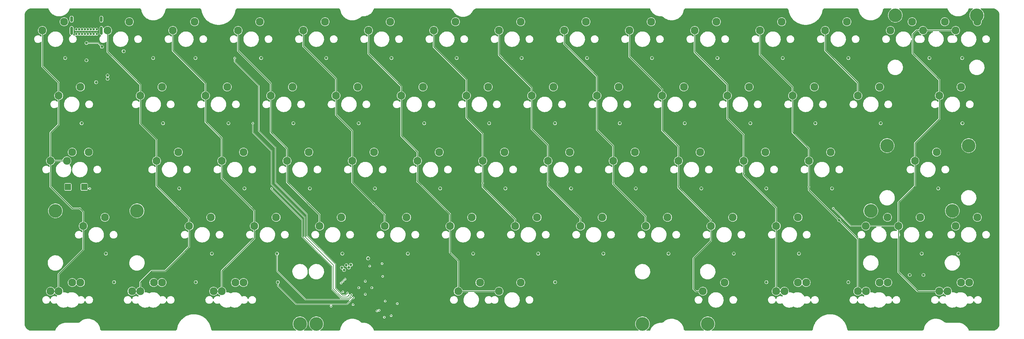
<source format=gbr>
%TF.GenerationSoftware,KiCad,Pcbnew,7.0.1*%
%TF.CreationDate,2023-03-31T22:15:08-04:00*%
%TF.ProjectId,PCB,5043422e-6b69-4636-9164-5f7063625858,rev?*%
%TF.SameCoordinates,Original*%
%TF.FileFunction,Copper,L2,Inr*%
%TF.FilePolarity,Positive*%
%FSLAX46Y46*%
G04 Gerber Fmt 4.6, Leading zero omitted, Abs format (unit mm)*
G04 Created by KiCad (PCBNEW 7.0.1) date 2023-03-31 22:15:08*
%MOMM*%
%LPD*%
G01*
G04 APERTURE LIST*
G04 Aperture macros list*
%AMRoundRect*
0 Rectangle with rounded corners*
0 $1 Rounding radius*
0 $2 $3 $4 $5 $6 $7 $8 $9 X,Y pos of 4 corners*
0 Add a 4 corners polygon primitive as box body*
4,1,4,$2,$3,$4,$5,$6,$7,$8,$9,$2,$3,0*
0 Add four circle primitives for the rounded corners*
1,1,$1+$1,$2,$3*
1,1,$1+$1,$4,$5*
1,1,$1+$1,$6,$7*
1,1,$1+$1,$8,$9*
0 Add four rect primitives between the rounded corners*
20,1,$1+$1,$2,$3,$4,$5,0*
20,1,$1+$1,$4,$5,$6,$7,0*
20,1,$1+$1,$6,$7,$8,$9,0*
20,1,$1+$1,$8,$9,$2,$3,0*%
G04 Aperture macros list end*
%TA.AperFunction,ComponentPad*%
%ADD10C,2.300000*%
%TD*%
%TA.AperFunction,ComponentPad*%
%ADD11RoundRect,0.285750X-0.666750X-0.666750X0.666750X-0.666750X0.666750X0.666750X-0.666750X0.666750X0*%
%TD*%
%TA.AperFunction,ComponentPad*%
%ADD12C,1.905000*%
%TD*%
%TA.AperFunction,ComponentPad*%
%ADD13C,4.000000*%
%TD*%
%TA.AperFunction,ComponentPad*%
%ADD14C,0.500000*%
%TD*%
%TA.AperFunction,ComponentPad*%
%ADD15C,0.700000*%
%TD*%
%TA.AperFunction,ComponentPad*%
%ADD16O,0.900000X1.700000*%
%TD*%
%TA.AperFunction,ComponentPad*%
%ADD17O,0.900000X2.400000*%
%TD*%
%TA.AperFunction,ViaPad*%
%ADD18C,0.450000*%
%TD*%
%TA.AperFunction,ViaPad*%
%ADD19C,0.800000*%
%TD*%
%TA.AperFunction,Conductor*%
%ADD20C,0.127000*%
%TD*%
%TA.AperFunction,Conductor*%
%ADD21C,0.250000*%
%TD*%
G04 APERTURE END LIST*
D10*
%TO.N,GP2*%
%TO.C,SW44*%
X85441250Y-82756250D03*
%TO.N,Net-(D45-A)*%
X91791250Y-80216250D03*
%TD*%
%TO.N,GP7*%
%TO.C,SW49*%
X180691250Y-82756250D03*
%TO.N,Net-(D50-A)*%
X187041250Y-80216250D03*
%TD*%
%TO.N,GP13*%
%TO.C,SW41*%
X278322500Y-63706250D03*
%TO.N,Net-(D42-A)*%
X284672500Y-61166250D03*
%TD*%
%TO.N,GP1*%
%TO.C,SW2*%
X42578750Y-25606250D03*
%TO.N,Net-(D3-A)*%
X48928750Y-23066250D03*
%TD*%
%TO.N,GP2*%
%TO.C,SW64*%
X75916250Y-101806250D03*
%TO.N,Net-(D57-A)*%
X82266250Y-99266250D03*
%TD*%
%TO.N,GP2*%
%TO.C,SW56*%
X73535000Y-101806250D03*
%TO.N,Net-(D57-A)*%
X79885000Y-99266250D03*
%TD*%
%TO.N,GP10*%
%TO.C,SW25*%
X223553750Y-44656250D03*
%TO.N,Net-(D26-A)*%
X229903750Y-42116250D03*
%TD*%
%TO.N,GP9*%
%TO.C,SW58*%
X216410000Y-101806250D03*
%TO.N,Net-(D59-A)*%
X222760000Y-99266250D03*
%TD*%
%TO.N,GP5*%
%TO.C,SW47*%
X142591250Y-82756250D03*
%TO.N,Net-(D48-A)*%
X148941250Y-80216250D03*
%TD*%
%TO.N,GP9*%
%TO.C,SW24*%
X204503750Y-44656250D03*
%TO.N,Net-(D25-A)*%
X210853750Y-42116250D03*
%TD*%
%TO.N,GP3*%
%TO.C,SW4*%
X80678750Y-25606250D03*
%TO.N,Net-(D5-A)*%
X87028750Y-23066250D03*
%TD*%
%TO.N,GP11*%
%TO.C,SW67*%
X261653750Y-101806250D03*
%TO.N,Net-(D61-A)*%
X268003750Y-99266250D03*
%TD*%
%TO.N,GP13*%
%TO.C,SW53*%
X273560000Y-82756250D03*
%TO.N,Net-(D54-A)*%
X279910000Y-80216250D03*
%TD*%
%TO.N,GP12*%
%TO.C,SW13*%
X252128750Y-25606250D03*
%TO.N,Net-(D14-A)*%
X258478750Y-23066250D03*
%TD*%
%TO.N,GP1*%
%TO.C,SW43*%
X66391250Y-82756250D03*
%TO.N,Net-(D44-A)*%
X72741250Y-80216250D03*
%TD*%
%TO.N,GP13*%
%TO.C,SW74*%
X263989375Y-82756250D03*
%TO.N,Net-(D54-A)*%
X270339375Y-80216250D03*
%TD*%
%TO.N,GP7*%
%TO.C,SW8*%
X156878750Y-25606250D03*
%TO.N,Net-(D9-A)*%
X163228750Y-23066250D03*
%TD*%
%TO.N,GP3*%
%TO.C,SW45*%
X104491250Y-82756250D03*
%TO.N,Net-(D46-A)*%
X110841250Y-80216250D03*
%TD*%
%TO.N,GP11*%
%TO.C,SW59*%
X264035000Y-101806250D03*
%TO.N,Net-(D61-A)*%
X270385000Y-99266250D03*
%TD*%
%TO.N,GP11*%
%TO.C,SW26*%
X242603750Y-44656250D03*
%TO.N,Net-(D27-A)*%
X248953750Y-42116250D03*
%TD*%
%TO.N,GP13*%
%TO.C,SW68*%
X285466250Y-101806250D03*
%TO.N,Net-(D62-A)*%
X291816250Y-99266250D03*
%TD*%
%TO.N,GP8*%
%TO.C,SW23*%
X185453750Y-44656250D03*
%TO.N,Net-(D24-A)*%
X191803750Y-42116250D03*
%TD*%
%TO.N,GP2*%
%TO.C,SW31*%
X75916250Y-63706250D03*
%TO.N,Net-(D32-A)*%
X82266250Y-61166250D03*
%TD*%
%TO.N,GP4*%
%TO.C,SW33*%
X114016250Y-63706250D03*
%TO.N,Net-(D34-A)*%
X120366250Y-61166250D03*
%TD*%
%TO.N,GP0*%
%TO.C,SW29*%
X30672500Y-63706250D03*
%TO.N,Net-(D30-A)*%
X37022500Y-61166250D03*
%TD*%
%TO.N,GP10*%
%TO.C,SW52*%
X237841250Y-82756250D03*
%TO.N,Net-(D53-A)*%
X244191250Y-80216250D03*
%TD*%
%TO.N,GP0*%
%TO.C,SW69*%
X25910000Y-63706250D03*
%TO.N,Net-(D30-A)*%
X32260000Y-61166250D03*
%TD*%
%TO.N,GP8*%
%TO.C,SW9*%
X175928750Y-25606250D03*
%TO.N,Net-(D10-A)*%
X182278750Y-23066250D03*
%TD*%
%TO.N,GP11*%
%TO.C,SW75*%
X290228750Y-82756250D03*
%TO.N,Net-(D63-A)*%
X296578750Y-80216250D03*
%TD*%
%TO.N,GP4*%
%TO.C,SW19*%
X109253750Y-44656250D03*
%TO.N,Net-(D20-A)*%
X115603750Y-42116250D03*
%TD*%
%TO.N,GP4*%
%TO.C,SW5*%
X99728750Y-25606250D03*
%TO.N,Net-(D6-A)*%
X106078750Y-23066250D03*
%TD*%
%TO.N,GP0*%
%TO.C,SW62*%
X28291250Y-101806250D03*
%TO.N,Net-(D55-A)*%
X34641250Y-99266250D03*
%TD*%
%TO.N,GP1*%
%TO.C,SW16*%
X52103750Y-44656250D03*
%TO.N,Net-(D17-A)*%
X58453750Y-42116250D03*
%TD*%
%TO.N,GP0*%
%TO.C,SW1*%
X23528750Y-25606250D03*
%TO.N,Net-(D2-A)*%
X29878750Y-23066250D03*
%TD*%
%TO.N,GP2*%
%TO.C,SW3*%
X61628750Y-25606250D03*
%TO.N,Net-(D4-A)*%
X67978750Y-23066250D03*
%TD*%
%TO.N,GP9*%
%TO.C,SW51*%
X218791250Y-82756250D03*
%TO.N,Net-(D52-A)*%
X225141250Y-80216250D03*
%TD*%
D11*
%TO.N,Net-(D65-K)*%
%TO.C,D65*%
X35752500Y-71326250D03*
D12*
%TO.N,+3.3V*%
X33212500Y-71326250D03*
%TD*%
D10*
%TO.N,GP3*%
%TO.C,SW32*%
X94966250Y-63706250D03*
%TO.N,Net-(D33-A)*%
X101316250Y-61166250D03*
%TD*%
D13*
%TO.N,*%
%TO.C,S6*%
X217838750Y-111331250D03*
X103538750Y-111331250D03*
%TD*%
D10*
%TO.N,GP0*%
%TO.C,SW42*%
X35435000Y-82756250D03*
%TO.N,Net-(D43-A)*%
X41785000Y-80216250D03*
%TD*%
%TO.N,GP11*%
%TO.C,SW12*%
X233078750Y-25606250D03*
%TO.N,Net-(D13-A)*%
X239428750Y-23066250D03*
%TD*%
%TO.N,GP0*%
%TO.C,SW15*%
X28291250Y-44656250D03*
%TO.N,Net-(D16-A)*%
X34641250Y-42116250D03*
%TD*%
%TO.N,GP3*%
%TO.C,SW18*%
X90203750Y-44656250D03*
%TO.N,Net-(D19-A)*%
X96553750Y-42116250D03*
%TD*%
%TO.N,GP5*%
%TO.C,SW20*%
X128303750Y-44656250D03*
%TO.N,Net-(D21-A)*%
X134653750Y-42116250D03*
%TD*%
%TO.N,GP10*%
%TO.C,SW11*%
X214028750Y-25606250D03*
%TO.N,Net-(D12-A)*%
X220378750Y-23066250D03*
%TD*%
%TO.N,GP1*%
%TO.C,SW30*%
X56866250Y-63706250D03*
%TO.N,Net-(D31-A)*%
X63216250Y-61166250D03*
%TD*%
%TO.N,GP2*%
%TO.C,SW17*%
X71153750Y-44656250D03*
%TO.N,Net-(D18-A)*%
X77503750Y-42116250D03*
%TD*%
D13*
%TO.N,*%
%TO.C,S3*%
X265463750Y-78311250D03*
X289276250Y-78311250D03*
%TD*%
D10*
%TO.N,GP9*%
%TO.C,SW10*%
X194978750Y-25606250D03*
%TO.N,Net-(D11-A)*%
X201328750Y-23066250D03*
%TD*%
%TO.N,GP6*%
%TO.C,SW48*%
X161641250Y-82756250D03*
%TO.N,Net-(D49-A)*%
X167991250Y-80216250D03*
%TD*%
D13*
%TO.N,*%
%TO.C,S2*%
X27338750Y-78311250D03*
X51151250Y-78311250D03*
%TD*%
D10*
%TO.N,GP9*%
%TO.C,SW38*%
X209266250Y-63706250D03*
%TO.N,Net-(D39-A)*%
X215616250Y-61166250D03*
%TD*%
%TO.N,GP13*%
%TO.C,SW14*%
X280703750Y-25606250D03*
%TO.N,Net-(D15-A)*%
X287053750Y-23066250D03*
%TD*%
%TO.N,GP11*%
%TO.C,SW40*%
X247366250Y-63706250D03*
%TO.N,Net-(D41-A)*%
X253716250Y-61166250D03*
%TD*%
%TO.N,GP7*%
%TO.C,SW22*%
X166403750Y-44656250D03*
%TO.N,Net-(D23-A)*%
X172753750Y-42116250D03*
%TD*%
%TO.N,GP10*%
%TO.C,SW39*%
X228316250Y-63706250D03*
%TO.N,Net-(D40-A)*%
X234666250Y-61166250D03*
%TD*%
%TO.N,GP10*%
%TO.C,SW66*%
X237841250Y-101806250D03*
%TO.N,Net-(D60-A)*%
X244191250Y-99266250D03*
%TD*%
%TO.N,GP13*%
%TO.C,SW60*%
X287847500Y-101806250D03*
%TO.N,Net-(D62-A)*%
X294197500Y-99266250D03*
%TD*%
D13*
%TO.N,*%
%TO.C,S4*%
X270226250Y-59261250D03*
X294038750Y-59261250D03*
%TD*%
D10*
%TO.N,GP6*%
%TO.C,SW7*%
X137828750Y-25606250D03*
%TO.N,Net-(D8-A)*%
X144178750Y-23066250D03*
%TD*%
%TO.N,GP8*%
%TO.C,SW37*%
X190216250Y-63706250D03*
%TO.N,Net-(D38-A)*%
X196566250Y-61166250D03*
%TD*%
%TO.N,GP5*%
%TO.C,SW65*%
X156878750Y-101806250D03*
%TO.N,Net-(D58-A)*%
X163228750Y-99266250D03*
%TD*%
%TO.N,GP6*%
%TO.C,SW21*%
X147353750Y-44656250D03*
%TO.N,Net-(D22-A)*%
X153703750Y-42116250D03*
%TD*%
%TO.N,GP13*%
%TO.C,SW70*%
X290228750Y-25606250D03*
%TO.N,Net-(D15-A)*%
X296578750Y-23066250D03*
%TD*%
%TO.N,GP8*%
%TO.C,SW50*%
X199741250Y-82756250D03*
%TO.N,Net-(D51-A)*%
X206091250Y-80216250D03*
%TD*%
%TO.N,GP10*%
%TO.C,SW61*%
X240222500Y-101806250D03*
%TO.N,Net-(D60-A)*%
X246572500Y-99266250D03*
%TD*%
%TO.N,GP1*%
%TO.C,SW55*%
X49722500Y-101806250D03*
%TO.N,Net-(D56-A)*%
X56072500Y-99266250D03*
%TD*%
%TO.N,GP5*%
%TO.C,SW34*%
X133066250Y-63706250D03*
%TO.N,Net-(D35-A)*%
X139416250Y-61166250D03*
%TD*%
%TO.N,GP1*%
%TO.C,SW63*%
X52103750Y-101806250D03*
%TO.N,Net-(D56-A)*%
X58453750Y-99266250D03*
%TD*%
%TO.N,GP7*%
%TO.C,SW36*%
X171166250Y-63706250D03*
%TO.N,Net-(D37-A)*%
X177516250Y-61166250D03*
%TD*%
D13*
%TO.N,*%
%TO.C,S1*%
X198788750Y-111331250D03*
X98776250Y-111331250D03*
%TD*%
%TO.N,*%
%TO.C,S5*%
X272607500Y-21161250D03*
X296420000Y-21161250D03*
%TD*%
D10*
%TO.N,GP14*%
%TO.C,SW71*%
X271178750Y-25606250D03*
%TO.N,Net-(D1-A)*%
X277528750Y-23066250D03*
%TD*%
%TO.N,GP13*%
%TO.C,SW28*%
X285466250Y-44656250D03*
%TO.N,Net-(D29-A)*%
X291816250Y-42116250D03*
%TD*%
%TO.N,GP6*%
%TO.C,SW35*%
X152116250Y-63706250D03*
%TO.N,Net-(D36-A)*%
X158466250Y-61166250D03*
%TD*%
%TO.N,GP12*%
%TO.C,SW27*%
X261653750Y-44656250D03*
%TO.N,Net-(D28-A)*%
X268003750Y-42116250D03*
%TD*%
%TO.N,GP5*%
%TO.C,SW57*%
X144972500Y-101806250D03*
%TO.N,Net-(D58-A)*%
X151322500Y-99266250D03*
%TD*%
D11*
%TO.N,Net-(D64-K)*%
%TO.C,D64*%
X30990000Y-71326250D03*
D12*
%TO.N,+3.3V*%
X28450000Y-71326250D03*
%TD*%
D10*
%TO.N,GP4*%
%TO.C,SW46*%
X123541250Y-82756250D03*
%TO.N,Net-(D47-A)*%
X129891250Y-80216250D03*
%TD*%
%TO.N,GP0*%
%TO.C,SW54*%
X25910000Y-101806250D03*
%TO.N,Net-(D55-A)*%
X32260000Y-99266250D03*
%TD*%
%TO.N,GP5*%
%TO.C,SW6*%
X118778750Y-25606250D03*
%TO.N,Net-(D7-A)*%
X125128750Y-23066250D03*
%TD*%
D14*
%TO.N,GND*%
%TO.C,U1*%
X119735438Y-100774375D03*
X117826250Y-98865187D03*
X117826250Y-102683563D03*
X115917062Y-100774375D03*
%TD*%
D15*
%TO.N,GND*%
%TO.C,J1*%
X33441875Y-26649375D03*
%TO.N,VBUS*%
X34291875Y-26649375D03*
%TO.N,Net-(J1-CC1)*%
X35141875Y-26649375D03*
%TO.N,/D+*%
X35991875Y-26649375D03*
%TO.N,/D-*%
X36841875Y-26649375D03*
%TO.N,unconnected-(J1-SBU1-PadA8)*%
X37691875Y-26649375D03*
%TO.N,VBUS*%
X38541875Y-26649375D03*
%TO.N,GND*%
X39391875Y-26649375D03*
X39391875Y-25299375D03*
%TO.N,VBUS*%
X38541875Y-25299375D03*
%TO.N,Net-(J1-CC2)*%
X37691875Y-25299375D03*
%TO.N,/D+*%
X36841875Y-25299375D03*
%TO.N,/D-*%
X35991875Y-25299375D03*
%TO.N,unconnected-(J1-SBU2-PadB8)*%
X35141875Y-25299375D03*
%TO.N,VBUS*%
X34291875Y-25299375D03*
%TO.N,GND*%
X33441875Y-25299375D03*
D16*
%TO.N,unconnected-(J1-SHIELD-PadS1)*%
X32091875Y-22289375D03*
D17*
X32091875Y-25669375D03*
D16*
X40741875Y-22289375D03*
D17*
X40741875Y-25669375D03*
%TD*%
D18*
%TO.N,GND*%
X123388750Y-109391250D03*
X111918750Y-98271250D03*
X114268750Y-105711250D03*
X111338750Y-98851250D03*
X122918750Y-97441250D03*
D19*
X47268750Y-31661250D03*
X113638750Y-94081250D03*
D18*
X119138750Y-94446250D03*
D19*
X112278750Y-94181250D03*
D18*
X111268750Y-101991250D03*
D19*
X39228750Y-40741250D03*
D18*
X123638750Y-104681250D03*
X121258750Y-107561250D03*
D19*
X36408750Y-34322750D03*
D18*
X121868750Y-107361250D03*
X110778750Y-99411250D03*
X127168750Y-105421250D03*
D19*
X113028750Y-94881250D03*
D18*
X125388750Y-108941250D03*
D19*
X118648750Y-92191250D03*
%TO.N,/VFused_*%
X36408750Y-29261250D03*
X40920000Y-30350000D03*
D18*
%TO.N,+3.3V*%
X112880000Y-96806250D03*
X115788750Y-105241250D03*
X122758750Y-98221250D03*
D19*
X47318750Y-32681250D03*
D18*
X120913750Y-104891250D03*
X111198750Y-100921250D03*
D19*
X113408750Y-88911250D03*
D18*
X119566110Y-94833184D03*
X111698750Y-102451250D03*
D19*
%TO.N,/DN*%
X110992653Y-94907347D03*
X42568750Y-38741250D03*
%TO.N,/DP*%
X42568750Y-39741250D03*
X111625909Y-95583655D03*
D18*
%TO.N,GP0*%
X34508750Y-77661250D03*
%TO.N,GP2*%
X84468750Y-77321250D03*
%TO.N,GP4*%
X120263750Y-76216250D03*
%TO.N,GP6*%
X152116250Y-70208750D03*
%TO.N,GP8*%
X190216250Y-70138750D03*
%TO.N,GP10*%
X228316250Y-67383750D03*
%TO.N,GP11*%
X247366250Y-71283750D03*
D19*
X256198750Y-81051250D03*
D18*
%TO.N,GP13*%
X254488750Y-77551250D03*
%TO.N,/CS_*%
X122728750Y-93741250D03*
X107848750Y-106201250D03*
%TO.N,GP1*%
X63428750Y-77581250D03*
%TO.N,GP3*%
X101578750Y-76531250D03*
%TO.N,GP5*%
X133066250Y-69718750D03*
%TO.N,GP7*%
X171166250Y-69838750D03*
%TO.N,GP9*%
X209266250Y-71163750D03*
D19*
%TO.N,GP25*%
X234958750Y-99151250D03*
X68328750Y-99161250D03*
X44458750Y-99151250D03*
X258888750Y-99151250D03*
D18*
X114348750Y-103731250D03*
D19*
X92298750Y-99151250D03*
X276818750Y-97061250D03*
X173258750Y-99161250D03*
X280828750Y-97061250D03*
%TO.N,GP26*%
X225448750Y-90821250D03*
X42068750Y-90821250D03*
X168328750Y-90821250D03*
X92048750Y-90821250D03*
X187358750Y-90821250D03*
X244468750Y-90821250D03*
X149328750Y-90821250D03*
X280318750Y-90821250D03*
X130258750Y-90821250D03*
X111118750Y-90821250D03*
D18*
X113712200Y-103664700D03*
D19*
X206388750Y-90821250D03*
X291040000Y-90820000D03*
X73028750Y-90821250D03*
%TO.N,GP27*%
X158748750Y-71771250D03*
D18*
X113772200Y-102844700D03*
D19*
X196828750Y-71771250D03*
X82548750Y-71771250D03*
X177908750Y-71771250D03*
X120648750Y-71771250D03*
X63488750Y-71771250D03*
X101638750Y-71771250D03*
X254128750Y-71771250D03*
D18*
X37370000Y-71790000D03*
D19*
X139688750Y-71771250D03*
X215958750Y-71771250D03*
D18*
X90468750Y-71771250D03*
D19*
X285158750Y-71771250D03*
X234938750Y-71771250D03*
%TO.N,GP28*%
X34988750Y-52721250D03*
X249268750Y-52721250D03*
D18*
X113018750Y-103031250D03*
D19*
X96818750Y-52721250D03*
X192138750Y-52721250D03*
X230298750Y-52721250D03*
D18*
X84988750Y-52721250D03*
D19*
X292208750Y-52721250D03*
X77868750Y-52721250D03*
X135038750Y-52721250D03*
X115908750Y-52721250D03*
X153998750Y-52721250D03*
X173238750Y-52721250D03*
X268348750Y-52721250D03*
X211118750Y-52721250D03*
X58768750Y-52721250D03*
%TO.N,GP29*%
X201558750Y-33671250D03*
X87398750Y-33671250D03*
X239748750Y-33671250D03*
X292128750Y-33671250D03*
X163488750Y-33671250D03*
X144518750Y-33671250D03*
X106408750Y-33671250D03*
D18*
X79708750Y-33671250D03*
D19*
X282558750Y-33671250D03*
X68248750Y-33671250D03*
X125478750Y-33671250D03*
X258918750Y-33671250D03*
X182578750Y-33671250D03*
X30188750Y-33671250D03*
D18*
X112656207Y-102338707D03*
D19*
X55868750Y-33671250D03*
X220658750Y-33671250D03*
%TD*%
D20*
%TO.N,/VFused_*%
X39831250Y-29261250D02*
X36408750Y-29261250D01*
X40920000Y-30350000D02*
X39831250Y-29261250D01*
D21*
%TO.N,GP0*%
X35435000Y-82756250D02*
X35435000Y-89635000D01*
X28291250Y-40843750D02*
X28291250Y-44656250D01*
X28291250Y-44656250D02*
X28291250Y-53078750D01*
X25910000Y-63706250D02*
X25910000Y-71230000D01*
X23528750Y-25606250D02*
X23528750Y-36081250D01*
X35435000Y-89635000D02*
X28291250Y-96778750D01*
X25910000Y-101806250D02*
X28291250Y-101806250D01*
X28291250Y-96778750D02*
X28291250Y-101806250D01*
X25910000Y-63706250D02*
X30672500Y-63706250D01*
X35435000Y-78587500D02*
X35435000Y-82756250D01*
X34508750Y-77661250D02*
X35435000Y-78587500D01*
X28291250Y-53078750D02*
X25910000Y-55460000D01*
X32341250Y-77661250D02*
X34508750Y-77661250D01*
X25910000Y-55460000D02*
X25910000Y-63706250D01*
X25910000Y-71230000D02*
X32341250Y-77661250D01*
X23528750Y-36081250D02*
X28291250Y-40843750D01*
%TO.N,GP2*%
X75916250Y-63706250D02*
X75916250Y-68768750D01*
X71153750Y-41006250D02*
X71153750Y-44656250D01*
X75916250Y-95853750D02*
X75916250Y-101806250D01*
X75916250Y-68768750D02*
X84468750Y-77321250D01*
X85441250Y-78293750D02*
X85441250Y-82756250D01*
X71153750Y-44656250D02*
X71153750Y-52306250D01*
X85441250Y-82756250D02*
X85441250Y-86328750D01*
X61628750Y-25606250D02*
X61628750Y-31481250D01*
X75916250Y-101806250D02*
X73535000Y-101806250D01*
X84468750Y-77321250D02*
X85441250Y-78293750D01*
X71153750Y-52306250D02*
X75916250Y-57068750D01*
X85441250Y-86328750D02*
X75916250Y-95853750D01*
X75916250Y-57068750D02*
X75916250Y-63706250D01*
X61628750Y-31481250D02*
X71153750Y-41006250D01*
%TO.N,GP4*%
X99728750Y-30181250D02*
X109253750Y-39706250D01*
X109253750Y-44656250D02*
X109253750Y-50206250D01*
X99728750Y-25606250D02*
X99728750Y-30181250D01*
X114016250Y-54968750D02*
X114016250Y-63706250D01*
X114016250Y-63706250D02*
X114016250Y-69968750D01*
X120263750Y-76216250D02*
X123541250Y-79493750D01*
X114016250Y-69968750D02*
X120263750Y-76216250D01*
X109253750Y-39706250D02*
X109253750Y-44656250D01*
X123541250Y-79493750D02*
X123541250Y-82756250D01*
X109253750Y-50206250D02*
X114016250Y-54968750D01*
%TO.N,GP6*%
X152116250Y-71268750D02*
X161641250Y-80793750D01*
X152116250Y-70208750D02*
X152116250Y-71268750D01*
X147353750Y-44656250D02*
X147353750Y-51006250D01*
X147353750Y-39906250D02*
X147353750Y-44656250D01*
X147353750Y-51006250D02*
X152116250Y-55768750D01*
X152116250Y-63706250D02*
X152116250Y-70208750D01*
X137828750Y-30381250D02*
X147353750Y-39906250D01*
X161641250Y-80793750D02*
X161641250Y-82756250D01*
X137828750Y-25606250D02*
X137828750Y-30381250D01*
X152116250Y-55768750D02*
X152116250Y-63706250D01*
%TO.N,GP8*%
X175928750Y-25606250D02*
X175928750Y-29481250D01*
X190216250Y-63706250D02*
X190216250Y-59368750D01*
X199741250Y-82756250D02*
X199741250Y-79993750D01*
X190216250Y-70468750D02*
X190216250Y-70138750D01*
X175928750Y-29481250D02*
X185453750Y-39006250D01*
X185453750Y-39006250D02*
X185453750Y-44656250D01*
X185453750Y-54606250D02*
X185453750Y-44656250D01*
X190216250Y-70138750D02*
X190216250Y-63706250D01*
X199741250Y-79993750D02*
X190216250Y-70468750D01*
X190216250Y-59368750D02*
X185453750Y-54606250D01*
%TO.N,GP10*%
X237841250Y-82756250D02*
X237841250Y-101806250D01*
X223553750Y-51306250D02*
X228316250Y-56068750D01*
X228316250Y-63706250D02*
X228316250Y-67383750D01*
X223553750Y-41406250D02*
X223553750Y-44656250D01*
X228316250Y-67868750D02*
X237841250Y-77393750D01*
X214028750Y-31881250D02*
X223553750Y-41406250D01*
X223553750Y-44656250D02*
X223553750Y-51306250D01*
X228316250Y-56068750D02*
X228316250Y-63706250D01*
X228316250Y-67383750D02*
X228316250Y-67868750D01*
X214028750Y-25606250D02*
X214028750Y-31881250D01*
X237841250Y-77393750D02*
X237841250Y-82756250D01*
X237841250Y-101806250D02*
X240222500Y-101806250D01*
%TO.N,GP11*%
X247366250Y-71283750D02*
X247366250Y-72218750D01*
X256198750Y-81051250D02*
X261653750Y-86506250D01*
X247366250Y-60118750D02*
X242603750Y-55356250D01*
X261653750Y-86506250D02*
X261653750Y-101806250D01*
X242603750Y-44656250D02*
X242603750Y-42156250D01*
X247366250Y-63706250D02*
X247366250Y-71283750D01*
X264035000Y-101806250D02*
X261653750Y-101806250D01*
X247366250Y-72218750D02*
X256198750Y-81051250D01*
X233078750Y-32631250D02*
X233078750Y-25606250D01*
X242603750Y-42156250D02*
X233078750Y-32631250D01*
X247366250Y-63706250D02*
X247366250Y-60118750D01*
X242603750Y-55356250D02*
X242603750Y-44656250D01*
%TO.N,GP12*%
X252128750Y-31381250D02*
X261653750Y-40906250D01*
X252128750Y-25606250D02*
X252128750Y-31381250D01*
X261653750Y-40906250D02*
X261653750Y-44656250D01*
%TO.N,GP13*%
X273560000Y-75810000D02*
X273560000Y-82756250D01*
D20*
X259693750Y-82756250D02*
X273560000Y-82756250D01*
D21*
X278322500Y-58547500D02*
X278322500Y-63706250D01*
X280703750Y-25606250D02*
X278763750Y-25606250D01*
X279193750Y-101806250D02*
X285466250Y-101806250D01*
X277708750Y-26661250D02*
X277708750Y-32261250D01*
X285466250Y-101806250D02*
X287847500Y-101806250D01*
X273560000Y-82756250D02*
X273560000Y-96172500D01*
X278763750Y-25606250D02*
X277708750Y-26661250D01*
D20*
X254488750Y-77551250D02*
X259693750Y-82756250D01*
D21*
X277708750Y-32261250D02*
X285466250Y-40018750D01*
X285466250Y-40018750D02*
X285466250Y-44656250D01*
X278322500Y-63706250D02*
X278322500Y-71047500D01*
X285466250Y-44656250D02*
X285466250Y-51403750D01*
X285466250Y-51403750D02*
X278322500Y-58547500D01*
X278322500Y-71047500D02*
X273560000Y-75810000D01*
X280703750Y-25606250D02*
X290228750Y-25606250D01*
X273560000Y-96172500D02*
X279193750Y-101806250D01*
%TO.N,GP1*%
X56866250Y-63706250D02*
X56866250Y-57518750D01*
X52103750Y-52756250D02*
X52103750Y-44656250D01*
X55408750Y-95861250D02*
X59408750Y-95861250D01*
X52103750Y-99166250D02*
X55408750Y-95861250D01*
X66371251Y-88798749D02*
X66371251Y-83010715D01*
X59408750Y-95861250D02*
X65008750Y-90261250D01*
X63428750Y-77581250D02*
X56866250Y-71018750D01*
X52103750Y-41356250D02*
X42578750Y-31831250D01*
X52103750Y-101806250D02*
X52103750Y-99166250D01*
X42578750Y-31831250D02*
X42578750Y-25606250D01*
X65008750Y-90261250D02*
X65008750Y-90161250D01*
X52103750Y-44656250D02*
X52103750Y-41356250D01*
X56866250Y-71018750D02*
X56866250Y-63706250D01*
X52103750Y-101806250D02*
X49722500Y-101806250D01*
X65008750Y-90161250D02*
X66371251Y-88798749D01*
X56866250Y-57518750D02*
X52103750Y-52756250D01*
X66391250Y-82756250D02*
X66391250Y-80543750D01*
X66391250Y-80543750D02*
X63428750Y-77581250D01*
%TO.N,GP3*%
X101578750Y-76531250D02*
X94966250Y-69918750D01*
X94966250Y-60118750D02*
X90203750Y-55356250D01*
X104491250Y-79443750D02*
X101578750Y-76531250D01*
X90203750Y-44656250D02*
X90203750Y-41056250D01*
X90203750Y-41056250D02*
X80678750Y-31531250D01*
X104491250Y-82756250D02*
X104491250Y-79443750D01*
X90203750Y-55356250D02*
X90203750Y-44656250D01*
X94966250Y-63706250D02*
X94966250Y-60118750D01*
X94966250Y-69918750D02*
X94966250Y-63706250D01*
X80678750Y-31531250D02*
X80678750Y-25606250D01*
%TO.N,GP5*%
X128303750Y-41856250D02*
X118778750Y-32331250D01*
X142591250Y-82756250D02*
X142591250Y-79243750D01*
X142591250Y-90543750D02*
X142591250Y-82756250D01*
X128303750Y-56356250D02*
X128303750Y-44656250D01*
X144972500Y-92925000D02*
X142591250Y-90543750D01*
X133066250Y-61118750D02*
X128303750Y-56356250D01*
X144972500Y-101806250D02*
X156878750Y-101806250D01*
X144972500Y-101806250D02*
X144972500Y-92925000D01*
X133066250Y-63706250D02*
X133066250Y-61118750D01*
X133066250Y-69718750D02*
X133066250Y-63706250D01*
X128303750Y-44656250D02*
X128303750Y-41856250D01*
X142591250Y-79243750D02*
X133066250Y-69718750D01*
X118778750Y-32331250D02*
X118778750Y-25606250D01*
%TO.N,GP7*%
X171166250Y-63706250D02*
X171166250Y-59118750D01*
X171166250Y-70918750D02*
X171166250Y-69838750D01*
X180691250Y-82756250D02*
X180691250Y-80443750D01*
X171166250Y-69838750D02*
X171166250Y-63706250D01*
X166403750Y-44656250D02*
X166403750Y-42256250D01*
X180691250Y-80443750D02*
X171166250Y-70918750D01*
X156878750Y-32731250D02*
X156878750Y-25606250D01*
X166403750Y-54356250D02*
X166403750Y-44656250D01*
X166403750Y-42256250D02*
X156878750Y-32731250D01*
X171166250Y-59118750D02*
X166403750Y-54356250D01*
%TO.N,GP9*%
X209266250Y-63706250D02*
X209266250Y-59518750D01*
X213708750Y-92161250D02*
X213708750Y-101161250D01*
X218791250Y-87078750D02*
X213708750Y-92161250D01*
X213708750Y-101161250D02*
X214353750Y-101806250D01*
X194978750Y-33231250D02*
X194978750Y-25606250D01*
X214353750Y-101806250D02*
X216410000Y-101806250D01*
X204503750Y-54756250D02*
X204503750Y-44656250D01*
X209266250Y-71163750D02*
X209266250Y-63706250D01*
X204503750Y-44656250D02*
X204503750Y-42756250D01*
X209266250Y-59518750D02*
X204503750Y-54756250D01*
X209266250Y-71518750D02*
X209266250Y-71163750D01*
X204503750Y-42756250D02*
X194978750Y-33231250D01*
X218791250Y-81043750D02*
X209266250Y-71518750D01*
X218791250Y-82756250D02*
X218791250Y-87078750D01*
X218791250Y-82756250D02*
X218791250Y-81043750D01*
D20*
%TO.N,GP25*%
X97678750Y-105591250D02*
X92298750Y-100211250D01*
X114348750Y-103731250D02*
X112488750Y-105591250D01*
X92298750Y-100211250D02*
X92298750Y-99151250D01*
X112488750Y-105591250D02*
X97678750Y-105591250D01*
%TO.N,GP26*%
X92048750Y-95890065D02*
X92048750Y-90821250D01*
X113712200Y-103664700D02*
X113705300Y-103664700D01*
X100419935Y-104261250D02*
X92048750Y-95890065D01*
X113705300Y-103664700D02*
X113108750Y-104261250D01*
X113108750Y-104261250D02*
X100419935Y-104261250D01*
%TO.N,GP27*%
X112898750Y-103891250D02*
X110788750Y-103891250D01*
X113772200Y-103017800D02*
X112898750Y-103891250D01*
X110788750Y-103891250D02*
X108128750Y-101231250D01*
X99358750Y-80941250D02*
X90468750Y-72051250D01*
X108128750Y-101231250D02*
X108128750Y-94591250D01*
X113772200Y-102844700D02*
X113772200Y-103017800D01*
X90468750Y-72051250D02*
X90468750Y-71771250D01*
X108128750Y-94591250D02*
X99358750Y-85821250D01*
X99358750Y-85821250D02*
X99358750Y-80941250D01*
%TO.N,GP28*%
X110918750Y-103461250D02*
X108528750Y-101071250D01*
X112588750Y-103461250D02*
X110918750Y-103461250D01*
X100118750Y-85781250D02*
X100118750Y-80191250D01*
X90398750Y-60811250D02*
X84988750Y-55401250D01*
X113018750Y-103031250D02*
X112588750Y-103461250D01*
X108528750Y-94191250D02*
X100118750Y-85781250D01*
X100118750Y-80191250D02*
X90398750Y-70471250D01*
X90398750Y-70471250D02*
X90398750Y-60811250D01*
X84988750Y-55401250D02*
X84988750Y-52721250D01*
X108528750Y-101071250D02*
X108528750Y-94191250D01*
%TO.N,GP29*%
X112033664Y-102961250D02*
X111128750Y-102961250D01*
X91588750Y-70111250D02*
X91588750Y-59791250D01*
X79708750Y-34731250D02*
X79708750Y-33671250D01*
X109078750Y-100911250D02*
X109078750Y-93861250D01*
X86698750Y-54901250D02*
X86698750Y-41721250D01*
X111128750Y-102961250D02*
X109078750Y-100911250D01*
X86698750Y-41721250D02*
X79708750Y-34731250D01*
X100808750Y-85591250D02*
X100808750Y-79331250D01*
X91588750Y-59791250D02*
X86698750Y-54901250D01*
X100808750Y-79331250D02*
X91588750Y-70111250D01*
X112656207Y-102338707D02*
X112033664Y-102961250D01*
X109078750Y-93861250D02*
X100808750Y-85591250D01*
%TD*%
%TA.AperFunction,Conductor*%
%TO.N,+3.3V*%
G36*
X25257659Y-19157228D02*
G01*
X25299589Y-19186898D01*
X25326194Y-19230837D01*
X25402063Y-19445879D01*
X25403717Y-19453294D01*
X25404116Y-19454107D01*
X25409472Y-19466705D01*
X25410445Y-19469392D01*
X25415110Y-19476146D01*
X25481416Y-19608272D01*
X25618766Y-19881969D01*
X25618893Y-19882221D01*
X25622205Y-19891489D01*
X25628380Y-19901767D01*
X25634952Y-19908987D01*
X25892857Y-20274293D01*
X25896913Y-20281800D01*
X25906207Y-20293068D01*
X25912778Y-20298406D01*
X25958589Y-20346424D01*
X26217471Y-20617777D01*
X26223087Y-20625213D01*
X26232810Y-20634007D01*
X26240781Y-20638706D01*
X26584438Y-20907639D01*
X26591110Y-20914346D01*
X26602216Y-20921816D01*
X26610939Y-20925436D01*
X26794710Y-21030784D01*
X26989088Y-21142213D01*
X26997334Y-21148392D01*
X27007354Y-21153201D01*
X27017244Y-21155769D01*
X27423124Y-21316586D01*
X27432025Y-21321484D01*
X27444209Y-21325322D01*
X27454295Y-21326351D01*
X27880501Y-21427462D01*
X27890389Y-21431176D01*
X27902573Y-21433140D01*
X27913084Y-21432649D01*
X28354749Y-21470992D01*
X28364599Y-21473076D01*
X28377443Y-21473216D01*
X28387230Y-21471274D01*
X28836474Y-21443285D01*
X28847332Y-21444046D01*
X28859406Y-21442372D01*
X28869646Y-21438698D01*
X29321926Y-21340777D01*
X29331055Y-21340049D01*
X29346565Y-21335546D01*
X29354644Y-21331278D01*
X29704853Y-21202825D01*
X29713572Y-21201011D01*
X29714764Y-21200388D01*
X29730488Y-21193474D01*
X29731407Y-21193142D01*
X29738553Y-21188046D01*
X30065560Y-21019165D01*
X30073820Y-21016271D01*
X30074152Y-21016040D01*
X30089232Y-21007006D01*
X30090161Y-21006534D01*
X30096670Y-21000517D01*
X30398130Y-20793954D01*
X30406592Y-20789694D01*
X30420567Y-20778781D01*
X30420653Y-20778723D01*
X30426652Y-20771546D01*
X30698621Y-20531109D01*
X30705588Y-20526476D01*
X30706500Y-20525443D01*
X30717626Y-20514317D01*
X30719741Y-20512450D01*
X30724496Y-20505074D01*
X30963728Y-20234467D01*
X30970903Y-20228469D01*
X30970961Y-20228383D01*
X30981873Y-20214410D01*
X30986131Y-20205951D01*
X31192695Y-19904486D01*
X31198712Y-19897977D01*
X31199184Y-19897049D01*
X31208218Y-19881969D01*
X31208448Y-19881639D01*
X31211341Y-19873381D01*
X31380221Y-19546371D01*
X31385317Y-19539226D01*
X31385649Y-19538307D01*
X31392563Y-19522583D01*
X31393187Y-19521390D01*
X31395003Y-19512666D01*
X31397589Y-19505618D01*
X31430635Y-19415522D01*
X31498916Y-19229368D01*
X31525704Y-19186139D01*
X31567399Y-19157021D01*
X31617209Y-19146758D01*
X51789676Y-19146758D01*
X51789874Y-19146758D01*
X51862330Y-19146758D01*
X51876655Y-19147575D01*
X51882318Y-19148223D01*
X51982253Y-19159659D01*
X52000235Y-19163056D01*
X52016519Y-19167378D01*
X52057013Y-19186337D01*
X52291725Y-19352577D01*
X52291737Y-19352585D01*
X52320188Y-19380447D01*
X52338523Y-19415797D01*
X52436060Y-19710336D01*
X52439875Y-19724612D01*
X52471244Y-19877440D01*
X52471557Y-19883864D01*
X52473946Y-19892281D01*
X52476106Y-19901089D01*
X52478087Y-19910646D01*
X52480871Y-19916555D01*
X52569287Y-20226143D01*
X52570267Y-20233145D01*
X52572278Y-20238340D01*
X52575630Y-20248190D01*
X52577206Y-20253536D01*
X52580738Y-20259728D01*
X52699218Y-20557364D01*
X52701176Y-20564981D01*
X52701874Y-20566268D01*
X52707850Y-20578915D01*
X52708518Y-20580559D01*
X52713206Y-20586946D01*
X52946595Y-21010965D01*
X52950618Y-21018273D01*
X52953826Y-21026025D01*
X52961313Y-21037509D01*
X52961324Y-21037528D01*
X52967236Y-21043534D01*
X53260676Y-21429283D01*
X53265387Y-21437367D01*
X53274077Y-21447211D01*
X53281495Y-21452860D01*
X53625223Y-21789907D01*
X53630994Y-21797153D01*
X53640810Y-21805460D01*
X53648796Y-21809941D01*
X54036431Y-22093815D01*
X54042859Y-22099874D01*
X54055757Y-22107955D01*
X54064004Y-22111029D01*
X54310162Y-22241952D01*
X54487912Y-22336491D01*
X54495212Y-22341580D01*
X54508551Y-22347473D01*
X54517229Y-22349347D01*
X54971598Y-22512378D01*
X54980792Y-22517005D01*
X54991843Y-22520070D01*
X55002047Y-22520799D01*
X55241676Y-22568918D01*
X55478973Y-22616568D01*
X55487356Y-22619516D01*
X55505493Y-22621987D01*
X55505988Y-22622091D01*
X55514927Y-22621461D01*
X55828418Y-22644863D01*
X55836086Y-22646608D01*
X55840731Y-22646474D01*
X55854048Y-22646792D01*
X55859902Y-22647242D01*
X55867818Y-22645755D01*
X56185073Y-22637596D01*
X56193270Y-22638636D01*
X56196870Y-22638142D01*
X56212156Y-22636982D01*
X56216471Y-22636917D01*
X56224584Y-22634535D01*
X56545546Y-22593647D01*
X56553230Y-22593890D01*
X56559231Y-22592533D01*
X56567533Y-22591102D01*
X56573771Y-22589300D01*
X56817976Y-22535730D01*
X56826070Y-22535179D01*
X56829029Y-22534179D01*
X56844030Y-22530119D01*
X56848948Y-22529108D01*
X56856510Y-22525189D01*
X57209780Y-22411033D01*
X57217965Y-22409608D01*
X57219656Y-22408828D01*
X57234261Y-22403160D01*
X57236268Y-22402521D01*
X57243306Y-22398009D01*
X57578606Y-22245216D01*
X57586883Y-22242836D01*
X57588653Y-22241752D01*
X57603328Y-22234036D01*
X57606230Y-22232746D01*
X57613072Y-22226984D01*
X57615681Y-22225415D01*
X57923352Y-22040385D01*
X57931400Y-22037121D01*
X57934231Y-22034925D01*
X57947188Y-22026106D01*
X57950080Y-22024390D01*
X57956054Y-22018130D01*
X58242751Y-21798208D01*
X58250379Y-21794013D01*
X58252112Y-21792312D01*
X58264791Y-21781416D01*
X58266143Y-21780401D01*
X58271387Y-21773634D01*
X58532660Y-21521955D01*
X58539599Y-21516975D01*
X58540501Y-21515863D01*
X58552165Y-21503319D01*
X58553263Y-21502287D01*
X58557766Y-21494878D01*
X58572165Y-21477497D01*
X58788468Y-21216395D01*
X58794855Y-21210748D01*
X58797007Y-21207438D01*
X58805856Y-21195443D01*
X58808077Y-21192776D01*
X58811578Y-21185118D01*
X59009942Y-20881797D01*
X59015668Y-20875460D01*
X59017498Y-20871800D01*
X59024859Y-20859009D01*
X59026961Y-20855805D01*
X59029565Y-20847753D01*
X59193841Y-20520840D01*
X59198870Y-20513696D01*
X59199436Y-20512099D01*
X59206232Y-20496381D01*
X59206811Y-20495257D01*
X59208584Y-20486847D01*
X59252249Y-20367606D01*
X59336197Y-20138358D01*
X59340295Y-20130866D01*
X59340964Y-20128034D01*
X59345462Y-20113153D01*
X59346556Y-20110203D01*
X59347273Y-20101594D01*
X59436952Y-19727413D01*
X59441188Y-19714496D01*
X59440790Y-19700862D01*
X59443913Y-19668277D01*
X59447102Y-19635004D01*
X59462611Y-19585428D01*
X59467972Y-19575862D01*
X59602286Y-19336194D01*
X59626987Y-19304980D01*
X59660190Y-19283032D01*
X59928315Y-19161548D01*
X59967840Y-19150938D01*
X59988213Y-19148913D01*
X60003675Y-19147376D01*
X60016139Y-19146758D01*
X69425060Y-19146758D01*
X69444220Y-19148223D01*
X69522735Y-19160303D01*
X69573405Y-19168099D01*
X69574907Y-19168330D01*
X69628759Y-19190175D01*
X69856798Y-19352313D01*
X69857170Y-19352577D01*
X69885536Y-19380444D01*
X69903805Y-19415764D01*
X70001121Y-19710526D01*
X70004845Y-19724427D01*
X70056673Y-19974189D01*
X70102751Y-20196248D01*
X70104224Y-20203344D01*
X70104720Y-20210646D01*
X70106021Y-20214820D01*
X70108987Y-20226172D01*
X70110135Y-20231584D01*
X70113417Y-20238331D01*
X70221404Y-20580627D01*
X70250875Y-20674047D01*
X70254371Y-20685127D01*
X70255569Y-20691958D01*
X70257402Y-20696329D01*
X70261045Y-20706141D01*
X70262690Y-20711206D01*
X70266348Y-20717266D01*
X70298739Y-20792652D01*
X70448376Y-21140911D01*
X70448408Y-21140984D01*
X70450343Y-21148112D01*
X70452613Y-21152239D01*
X70457860Y-21162948D01*
X70459718Y-21167244D01*
X70464145Y-21173126D01*
X70685047Y-21572719D01*
X70687627Y-21579273D01*
X70689798Y-21582446D01*
X70695877Y-21592269D01*
X70699259Y-21598339D01*
X70704531Y-21603869D01*
X70843355Y-21805460D01*
X70958655Y-21972891D01*
X70961996Y-21979696D01*
X70965262Y-21983562D01*
X70972786Y-21993413D01*
X70975726Y-21997682D01*
X70981367Y-22002666D01*
X71269307Y-22344471D01*
X71273195Y-22350741D01*
X71277017Y-22354490D01*
X71285026Y-22363117D01*
X71289233Y-22368096D01*
X71295407Y-22372496D01*
X71383748Y-22458945D01*
X71613207Y-22683490D01*
X71617731Y-22689376D01*
X71621196Y-22692159D01*
X71630499Y-22700419D01*
X71635009Y-22704841D01*
X71641694Y-22708681D01*
X71978685Y-22980616D01*
X71986916Y-22987258D01*
X71992011Y-22992712D01*
X71995557Y-22995036D01*
X72005784Y-23002497D01*
X72009945Y-23005866D01*
X72016819Y-23009048D01*
X72387500Y-23253790D01*
X72393198Y-23258860D01*
X72396902Y-23260801D01*
X72408331Y-23267579D01*
X72413755Y-23271195D01*
X72421369Y-23273746D01*
X72812195Y-23481175D01*
X72818643Y-23485944D01*
X72822099Y-23487326D01*
X72835421Y-23493580D01*
X72839613Y-23495855D01*
X72847534Y-23497746D01*
X73259444Y-23667924D01*
X73266217Y-23671949D01*
X73269454Y-23672899D01*
X73283203Y-23677814D01*
X73286590Y-23679251D01*
X73294455Y-23680419D01*
X73723902Y-23810809D01*
X73731221Y-23814314D01*
X73735154Y-23815058D01*
X73749521Y-23818662D01*
X73754234Y-23820143D01*
X73762540Y-23820443D01*
X74205078Y-23908640D01*
X74212293Y-23911258D01*
X74217946Y-23911816D01*
X74229988Y-23913593D01*
X74237277Y-23915031D01*
X74245185Y-23914485D01*
X74700332Y-23959018D01*
X74708103Y-23960912D01*
X74710638Y-23960878D01*
X74725892Y-23961596D01*
X74730358Y-23962079D01*
X74738657Y-23960720D01*
X75203184Y-23959471D01*
X75211064Y-23960645D01*
X75215649Y-23960150D01*
X75229192Y-23959420D01*
X75234146Y-23959420D01*
X75241845Y-23957396D01*
X75714346Y-23908227D01*
X75722008Y-23908586D01*
X75726861Y-23907591D01*
X75740158Y-23905595D01*
X75746692Y-23904968D01*
X75754153Y-23902162D01*
X76110642Y-23831963D01*
X76118414Y-23831817D01*
X76126605Y-23829408D01*
X76138853Y-23826462D01*
X76147374Y-23824858D01*
X76154230Y-23821544D01*
X76499966Y-23724036D01*
X76507551Y-23723162D01*
X76513276Y-23720949D01*
X76526256Y-23716723D01*
X76532566Y-23715040D01*
X76539259Y-23711220D01*
X76871845Y-23587998D01*
X76879271Y-23586667D01*
X76887688Y-23582686D01*
X76898769Y-23578077D01*
X76907300Y-23574996D01*
X76913486Y-23570673D01*
X77232377Y-23422819D01*
X77239557Y-23420856D01*
X77246459Y-23416883D01*
X77257309Y-23411317D01*
X77264864Y-23407892D01*
X77270632Y-23403203D01*
X77574890Y-23231850D01*
X77581719Y-23229441D01*
X77589731Y-23224010D01*
X77599013Y-23218286D01*
X77607859Y-23213346D01*
X77613059Y-23208321D01*
X77824713Y-23066249D01*
X85746370Y-23066249D01*
X85765852Y-23288933D01*
X85823706Y-23504849D01*
X85918176Y-23707440D01*
X86046392Y-23890551D01*
X86204448Y-24048607D01*
X86204451Y-24048609D01*
X86204452Y-24048610D01*
X86387560Y-24176824D01*
X86590150Y-24271293D01*
X86806067Y-24329148D01*
X87028750Y-24348630D01*
X87251433Y-24329148D01*
X87467350Y-24271293D01*
X87669940Y-24176824D01*
X87853048Y-24048610D01*
X88011110Y-23890548D01*
X88139324Y-23707440D01*
X88233793Y-23504850D01*
X88291648Y-23288933D01*
X88311130Y-23066250D01*
X88311130Y-23066249D01*
X104796370Y-23066249D01*
X104815852Y-23288933D01*
X104873706Y-23504849D01*
X104968176Y-23707440D01*
X105096392Y-23890551D01*
X105254448Y-24048607D01*
X105254451Y-24048609D01*
X105254452Y-24048610D01*
X105437560Y-24176824D01*
X105640150Y-24271293D01*
X105856067Y-24329148D01*
X106078750Y-24348630D01*
X106301433Y-24329148D01*
X106517350Y-24271293D01*
X106719940Y-24176824D01*
X106903048Y-24048610D01*
X107061110Y-23890548D01*
X107189324Y-23707440D01*
X107283793Y-23504850D01*
X107341648Y-23288933D01*
X107361130Y-23066250D01*
X107361130Y-23066249D01*
X123846370Y-23066249D01*
X123865852Y-23288933D01*
X123923706Y-23504849D01*
X124018176Y-23707440D01*
X124146392Y-23890551D01*
X124304448Y-24048607D01*
X124304451Y-24048609D01*
X124304452Y-24048610D01*
X124487560Y-24176824D01*
X124690150Y-24271293D01*
X124906067Y-24329148D01*
X125128750Y-24348630D01*
X125351433Y-24329148D01*
X125567350Y-24271293D01*
X125769940Y-24176824D01*
X125953048Y-24048610D01*
X126111110Y-23890548D01*
X126239324Y-23707440D01*
X126333793Y-23504850D01*
X126391648Y-23288933D01*
X126411130Y-23066250D01*
X126411130Y-23066249D01*
X142896370Y-23066249D01*
X142915852Y-23288933D01*
X142973706Y-23504849D01*
X143068176Y-23707440D01*
X143196392Y-23890551D01*
X143354448Y-24048607D01*
X143354451Y-24048609D01*
X143354452Y-24048610D01*
X143537560Y-24176824D01*
X143740150Y-24271293D01*
X143956067Y-24329148D01*
X144178750Y-24348630D01*
X144401433Y-24329148D01*
X144617350Y-24271293D01*
X144819940Y-24176824D01*
X145003048Y-24048610D01*
X145161110Y-23890548D01*
X145289324Y-23707440D01*
X145383793Y-23504850D01*
X145441648Y-23288933D01*
X145461130Y-23066250D01*
X145461130Y-23066249D01*
X161946370Y-23066249D01*
X161965852Y-23288933D01*
X162023706Y-23504849D01*
X162118176Y-23707440D01*
X162246392Y-23890551D01*
X162404448Y-24048607D01*
X162404451Y-24048609D01*
X162404452Y-24048610D01*
X162587560Y-24176824D01*
X162790150Y-24271293D01*
X163006067Y-24329148D01*
X163228750Y-24348630D01*
X163451433Y-24329148D01*
X163667350Y-24271293D01*
X163869940Y-24176824D01*
X164053048Y-24048610D01*
X164211110Y-23890548D01*
X164339324Y-23707440D01*
X164433793Y-23504850D01*
X164491648Y-23288933D01*
X164511130Y-23066250D01*
X164511130Y-23066249D01*
X180996370Y-23066249D01*
X181015852Y-23288933D01*
X181073706Y-23504849D01*
X181168176Y-23707440D01*
X181296392Y-23890551D01*
X181454448Y-24048607D01*
X181454451Y-24048609D01*
X181454452Y-24048610D01*
X181637560Y-24176824D01*
X181840150Y-24271293D01*
X182056067Y-24329148D01*
X182278750Y-24348630D01*
X182501433Y-24329148D01*
X182717350Y-24271293D01*
X182919940Y-24176824D01*
X183103048Y-24048610D01*
X183261110Y-23890548D01*
X183389324Y-23707440D01*
X183483793Y-23504850D01*
X183541648Y-23288933D01*
X183561130Y-23066250D01*
X183561130Y-23066249D01*
X200046370Y-23066249D01*
X200065852Y-23288933D01*
X200123706Y-23504849D01*
X200218176Y-23707440D01*
X200346392Y-23890551D01*
X200504448Y-24048607D01*
X200504451Y-24048609D01*
X200504452Y-24048610D01*
X200687560Y-24176824D01*
X200890150Y-24271293D01*
X201106067Y-24329148D01*
X201328750Y-24348630D01*
X201551433Y-24329148D01*
X201767350Y-24271293D01*
X201969940Y-24176824D01*
X202153048Y-24048610D01*
X202311110Y-23890548D01*
X202439324Y-23707440D01*
X202533793Y-23504850D01*
X202591648Y-23288933D01*
X202611130Y-23066250D01*
X202611130Y-23066249D01*
X219096370Y-23066249D01*
X219115852Y-23288933D01*
X219173706Y-23504849D01*
X219268176Y-23707440D01*
X219396392Y-23890551D01*
X219554448Y-24048607D01*
X219554451Y-24048609D01*
X219554452Y-24048610D01*
X219737560Y-24176824D01*
X219940150Y-24271293D01*
X220156067Y-24329148D01*
X220378750Y-24348630D01*
X220601433Y-24329148D01*
X220817350Y-24271293D01*
X221019940Y-24176824D01*
X221203048Y-24048610D01*
X221361110Y-23890548D01*
X221489324Y-23707440D01*
X221583793Y-23504850D01*
X221641648Y-23288933D01*
X221661130Y-23066250D01*
X221661130Y-23066249D01*
X238146370Y-23066249D01*
X238165852Y-23288933D01*
X238223706Y-23504849D01*
X238318176Y-23707440D01*
X238446392Y-23890551D01*
X238604448Y-24048607D01*
X238604451Y-24048609D01*
X238604452Y-24048610D01*
X238787560Y-24176824D01*
X238990150Y-24271293D01*
X239206067Y-24329148D01*
X239428750Y-24348630D01*
X239651433Y-24329148D01*
X239867350Y-24271293D01*
X240069940Y-24176824D01*
X240253048Y-24048610D01*
X240411110Y-23890548D01*
X240539324Y-23707440D01*
X240633793Y-23504850D01*
X240691648Y-23288933D01*
X240711130Y-23066250D01*
X240691648Y-22843567D01*
X240633793Y-22627650D01*
X240539324Y-22425060D01*
X240411110Y-22241952D01*
X240411109Y-22241951D01*
X240411107Y-22241948D01*
X240253051Y-22083892D01*
X240069940Y-21955676D01*
X239867349Y-21861206D01*
X239651433Y-21803352D01*
X239614125Y-21800088D01*
X239428750Y-21783870D01*
X239428749Y-21783870D01*
X239206066Y-21803352D01*
X238990150Y-21861206D01*
X238787559Y-21955676D01*
X238604448Y-22083892D01*
X238446392Y-22241948D01*
X238318176Y-22425059D01*
X238223706Y-22627650D01*
X238165852Y-22843566D01*
X238146370Y-23066249D01*
X221661130Y-23066249D01*
X221641648Y-22843567D01*
X221583793Y-22627650D01*
X221489324Y-22425060D01*
X221361110Y-22241952D01*
X221361109Y-22241951D01*
X221361107Y-22241948D01*
X221203051Y-22083892D01*
X221019940Y-21955676D01*
X220817349Y-21861206D01*
X220601433Y-21803352D01*
X220564125Y-21800088D01*
X220378750Y-21783870D01*
X220378749Y-21783870D01*
X220156066Y-21803352D01*
X219940150Y-21861206D01*
X219737559Y-21955676D01*
X219554448Y-22083892D01*
X219396392Y-22241948D01*
X219268176Y-22425059D01*
X219173706Y-22627650D01*
X219115852Y-22843566D01*
X219096370Y-23066249D01*
X202611130Y-23066249D01*
X202591648Y-22843567D01*
X202533793Y-22627650D01*
X202439324Y-22425060D01*
X202311110Y-22241952D01*
X202311109Y-22241951D01*
X202311107Y-22241948D01*
X202153051Y-22083892D01*
X201969940Y-21955676D01*
X201767349Y-21861206D01*
X201551433Y-21803352D01*
X201514125Y-21800088D01*
X201328750Y-21783870D01*
X201328749Y-21783870D01*
X201106066Y-21803352D01*
X200890150Y-21861206D01*
X200687559Y-21955676D01*
X200504448Y-22083892D01*
X200346392Y-22241948D01*
X200218176Y-22425059D01*
X200123706Y-22627650D01*
X200065852Y-22843566D01*
X200046370Y-23066249D01*
X183561130Y-23066249D01*
X183541648Y-22843567D01*
X183483793Y-22627650D01*
X183389324Y-22425060D01*
X183261110Y-22241952D01*
X183261109Y-22241951D01*
X183261107Y-22241948D01*
X183103051Y-22083892D01*
X182919940Y-21955676D01*
X182717349Y-21861206D01*
X182501433Y-21803352D01*
X182464125Y-21800088D01*
X182278750Y-21783870D01*
X182278749Y-21783870D01*
X182056066Y-21803352D01*
X181840150Y-21861206D01*
X181637559Y-21955676D01*
X181454448Y-22083892D01*
X181296392Y-22241948D01*
X181168176Y-22425059D01*
X181073706Y-22627650D01*
X181015852Y-22843566D01*
X180996370Y-23066249D01*
X164511130Y-23066249D01*
X164491648Y-22843567D01*
X164433793Y-22627650D01*
X164339324Y-22425060D01*
X164211110Y-22241952D01*
X164211109Y-22241951D01*
X164211107Y-22241948D01*
X164053051Y-22083892D01*
X163869940Y-21955676D01*
X163667349Y-21861206D01*
X163451433Y-21803352D01*
X163414125Y-21800088D01*
X163228750Y-21783870D01*
X163228749Y-21783870D01*
X163006066Y-21803352D01*
X162790150Y-21861206D01*
X162587559Y-21955676D01*
X162404448Y-22083892D01*
X162246392Y-22241948D01*
X162118176Y-22425059D01*
X162023706Y-22627650D01*
X161965852Y-22843566D01*
X161946370Y-23066249D01*
X145461130Y-23066249D01*
X145441648Y-22843567D01*
X145383793Y-22627650D01*
X145289324Y-22425060D01*
X145161110Y-22241952D01*
X145161109Y-22241951D01*
X145161107Y-22241948D01*
X145003051Y-22083892D01*
X144819940Y-21955676D01*
X144617349Y-21861206D01*
X144401433Y-21803352D01*
X144364125Y-21800088D01*
X144178750Y-21783870D01*
X144178749Y-21783870D01*
X143956066Y-21803352D01*
X143740150Y-21861206D01*
X143537559Y-21955676D01*
X143354448Y-22083892D01*
X143196392Y-22241948D01*
X143068176Y-22425059D01*
X142973706Y-22627650D01*
X142915852Y-22843566D01*
X142896370Y-23066249D01*
X126411130Y-23066249D01*
X126391648Y-22843567D01*
X126333793Y-22627650D01*
X126239324Y-22425060D01*
X126111110Y-22241952D01*
X126111109Y-22241951D01*
X126111107Y-22241948D01*
X125953051Y-22083892D01*
X125769940Y-21955676D01*
X125567349Y-21861206D01*
X125351433Y-21803352D01*
X125314125Y-21800088D01*
X125128750Y-21783870D01*
X125128749Y-21783870D01*
X124906066Y-21803352D01*
X124690150Y-21861206D01*
X124487559Y-21955676D01*
X124304448Y-22083892D01*
X124146392Y-22241948D01*
X124018176Y-22425059D01*
X123923706Y-22627650D01*
X123865852Y-22843566D01*
X123846370Y-23066249D01*
X107361130Y-23066249D01*
X107341648Y-22843567D01*
X107283793Y-22627650D01*
X107189324Y-22425060D01*
X107061110Y-22241952D01*
X107061109Y-22241951D01*
X107061107Y-22241948D01*
X106903051Y-22083892D01*
X106719940Y-21955676D01*
X106517349Y-21861206D01*
X106301433Y-21803352D01*
X106264125Y-21800088D01*
X106078750Y-21783870D01*
X106078749Y-21783870D01*
X105856066Y-21803352D01*
X105640150Y-21861206D01*
X105437559Y-21955676D01*
X105254448Y-22083892D01*
X105096392Y-22241948D01*
X104968176Y-22425059D01*
X104873706Y-22627650D01*
X104815852Y-22843566D01*
X104796370Y-23066249D01*
X88311130Y-23066249D01*
X88291648Y-22843567D01*
X88233793Y-22627650D01*
X88139324Y-22425060D01*
X88011110Y-22241952D01*
X88011109Y-22241951D01*
X88011107Y-22241948D01*
X87853051Y-22083892D01*
X87669940Y-21955676D01*
X87467349Y-21861206D01*
X87251433Y-21803352D01*
X87214125Y-21800088D01*
X87028750Y-21783870D01*
X87028749Y-21783870D01*
X86806066Y-21803352D01*
X86590150Y-21861206D01*
X86387559Y-21955676D01*
X86204448Y-22083892D01*
X86046392Y-22241948D01*
X85918176Y-22425059D01*
X85823706Y-22627650D01*
X85765852Y-22843566D01*
X85746370Y-23066249D01*
X77824713Y-23066249D01*
X77900940Y-23015082D01*
X77907795Y-23012038D01*
X77914522Y-23006613D01*
X77924461Y-22999369D01*
X77930755Y-22995235D01*
X77935714Y-22989782D01*
X78208195Y-22774338D01*
X78214820Y-22770759D01*
X78221169Y-22764763D01*
X78230433Y-22756826D01*
X78237032Y-22751704D01*
X78241537Y-22745830D01*
X78495509Y-22510821D01*
X78502054Y-22506602D01*
X78507330Y-22500730D01*
X78516862Y-22491198D01*
X78522734Y-22485923D01*
X78526952Y-22479378D01*
X78761961Y-22225403D01*
X78767834Y-22220899D01*
X78772957Y-22214299D01*
X78780894Y-22205035D01*
X78786889Y-22198687D01*
X78790470Y-22192060D01*
X79005911Y-21919577D01*
X79011363Y-21914620D01*
X79015497Y-21908325D01*
X79022741Y-21898386D01*
X79028166Y-21891659D01*
X79031211Y-21884803D01*
X79224447Y-21596921D01*
X79229472Y-21591721D01*
X79234412Y-21582875D01*
X79240136Y-21573593D01*
X79245567Y-21565582D01*
X79247975Y-21558754D01*
X79263439Y-21531296D01*
X79419328Y-21254494D01*
X79424016Y-21248726D01*
X79427442Y-21241170D01*
X79433008Y-21230320D01*
X79436981Y-21223418D01*
X79438944Y-21216238D01*
X79586796Y-20897349D01*
X79591119Y-20891160D01*
X79594201Y-20882628D01*
X79598810Y-20871547D01*
X79602791Y-20863129D01*
X79604123Y-20855702D01*
X79630600Y-20784237D01*
X79727340Y-20523121D01*
X79731161Y-20516426D01*
X79732845Y-20510114D01*
X79737071Y-20497134D01*
X79739284Y-20491409D01*
X79740159Y-20483821D01*
X79740756Y-20481705D01*
X79837855Y-20137413D01*
X79841184Y-20130429D01*
X79842551Y-20123010D01*
X79845614Y-20110187D01*
X79847595Y-20103467D01*
X79847820Y-20095842D01*
X79919741Y-19730606D01*
X79923406Y-19718805D01*
X79924719Y-19705285D01*
X79925708Y-19700236D01*
X79925578Y-19694564D01*
X79943688Y-19575901D01*
X79965481Y-19522009D01*
X80127691Y-19293390D01*
X80155524Y-19265004D01*
X80190818Y-19246701D01*
X80473010Y-19153212D01*
X80512622Y-19146821D01*
X109984237Y-19146801D01*
X110003310Y-19148253D01*
X110060565Y-19157021D01*
X110133564Y-19168200D01*
X110187463Y-19190029D01*
X110416052Y-19352425D01*
X110444437Y-19380293D01*
X110462720Y-19415625D01*
X110560080Y-19710400D01*
X110563859Y-19724558D01*
X110595400Y-19878075D01*
X110595720Y-19884002D01*
X110598256Y-19893182D01*
X110599984Y-19900220D01*
X110601781Y-19908571D01*
X110604130Y-19913852D01*
X110693396Y-20226187D01*
X110694376Y-20233183D01*
X110696394Y-20238396D01*
X110699746Y-20248246D01*
X110701316Y-20253573D01*
X110704853Y-20259772D01*
X110823410Y-20557434D01*
X110825368Y-20565050D01*
X110826073Y-20566349D01*
X110832049Y-20578996D01*
X110832711Y-20580627D01*
X110837402Y-20587016D01*
X111074519Y-21017612D01*
X111077877Y-21025878D01*
X111084890Y-21036616D01*
X111091033Y-21042940D01*
X111385112Y-21429379D01*
X111389821Y-21437459D01*
X111398512Y-21447303D01*
X111405935Y-21452955D01*
X111749781Y-21789991D01*
X111755553Y-21797237D01*
X111765849Y-21805953D01*
X111773881Y-21810406D01*
X112161101Y-22093864D01*
X112167527Y-22099919D01*
X112180426Y-22108001D01*
X112188681Y-22111076D01*
X112436908Y-22243040D01*
X112611763Y-22335997D01*
X112620122Y-22341927D01*
X112632243Y-22347264D01*
X112642141Y-22349390D01*
X113096490Y-22512318D01*
X113105679Y-22516942D01*
X113116727Y-22520007D01*
X113126933Y-22520734D01*
X113603960Y-22616429D01*
X113612340Y-22619376D01*
X113630482Y-22621845D01*
X113630661Y-22621882D01*
X113639504Y-22621286D01*
X113953460Y-22644663D01*
X113961122Y-22646406D01*
X113965787Y-22646271D01*
X113979104Y-22646589D01*
X113984939Y-22647037D01*
X113992862Y-22645549D01*
X114310169Y-22637329D01*
X114318360Y-22638368D01*
X114321978Y-22637871D01*
X114337264Y-22636711D01*
X114341559Y-22636646D01*
X114349675Y-22634262D01*
X114670210Y-22593369D01*
X114676915Y-22593605D01*
X114685310Y-22591872D01*
X114696288Y-22590105D01*
X114706489Y-22588922D01*
X114713107Y-22586328D01*
X114792507Y-22570629D01*
X114799306Y-22570528D01*
X114810434Y-22567453D01*
X114819872Y-22565231D01*
X114831631Y-22562936D01*
X114837737Y-22559991D01*
X115161905Y-22471584D01*
X115170098Y-22470625D01*
X115173397Y-22469315D01*
X115187582Y-22464631D01*
X115192405Y-22463349D01*
X115199813Y-22458947D01*
X115514264Y-22336063D01*
X115522734Y-22334114D01*
X115523829Y-22333519D01*
X115539972Y-22326161D01*
X115541981Y-22325410D01*
X115549023Y-22320254D01*
X115848706Y-22164775D01*
X115856955Y-22161999D01*
X115859091Y-22160542D01*
X115873785Y-22151907D01*
X115876234Y-22150682D01*
X115882709Y-22144764D01*
X116164953Y-21957954D01*
X116172886Y-21954275D01*
X116174328Y-21953040D01*
X116188278Y-21942662D01*
X116190414Y-21941290D01*
X116196213Y-21934739D01*
X116469999Y-21708249D01*
X116476520Y-21703206D01*
X116658567Y-21571731D01*
X116703119Y-21551312D01*
X117022519Y-21475178D01*
X117051734Y-21471745D01*
X117240579Y-21471745D01*
X117244775Y-21472484D01*
X117260313Y-21471850D01*
X117265453Y-21471745D01*
X117271438Y-21471745D01*
X117275049Y-21471249D01*
X117510522Y-21461665D01*
X117518586Y-21462606D01*
X117523776Y-21461843D01*
X117537334Y-21460593D01*
X117542128Y-21460411D01*
X117549780Y-21458084D01*
X117903783Y-21407220D01*
X117912511Y-21407253D01*
X117914316Y-21406757D01*
X117930487Y-21403426D01*
X117932925Y-21403088D01*
X117941076Y-21399479D01*
X118281178Y-21307504D01*
X118289810Y-21306494D01*
X118291851Y-21305660D01*
X118307210Y-21300502D01*
X118309868Y-21299795D01*
X118317474Y-21295264D01*
X118640990Y-21164478D01*
X118649559Y-21162405D01*
X118650786Y-21161716D01*
X118666434Y-21154280D01*
X118668359Y-21153522D01*
X118675492Y-21148027D01*
X118980152Y-20980364D01*
X118988065Y-20977362D01*
X118989222Y-20976525D01*
X119003051Y-20967819D01*
X119005403Y-20966543D01*
X119011724Y-20960361D01*
X119144656Y-20865190D01*
X119292368Y-20759437D01*
X119300218Y-20755488D01*
X119302696Y-20753213D01*
X119314857Y-20743363D01*
X119317027Y-20741818D01*
X119322437Y-20735170D01*
X119578439Y-20501658D01*
X119585834Y-20496739D01*
X119587389Y-20494914D01*
X119599022Y-20482960D01*
X119600415Y-20481705D01*
X119605085Y-20474345D01*
X119833108Y-20210484D01*
X119839834Y-20204704D01*
X119840628Y-20203503D01*
X119851268Y-20189608D01*
X119852047Y-20188724D01*
X119855873Y-20180742D01*
X120052799Y-19888547D01*
X120058843Y-19881884D01*
X120068458Y-19865554D01*
X120068459Y-19865552D01*
X120071353Y-19857068D01*
X120233660Y-19539178D01*
X120238854Y-19531874D01*
X120239082Y-19531229D01*
X120246402Y-19514472D01*
X120246483Y-19514316D01*
X120248319Y-19505625D01*
X120349017Y-19229575D01*
X120375778Y-19186248D01*
X120417508Y-19157051D01*
X120467386Y-19146758D01*
X142272891Y-19146758D01*
X142281619Y-19147061D01*
X142337452Y-19150938D01*
X142472318Y-19160303D01*
X142495707Y-19164162D01*
X142814045Y-19248083D01*
X142841744Y-19259025D01*
X143125936Y-19412339D01*
X143150205Y-19429402D01*
X143389602Y-19644000D01*
X143391492Y-19645694D01*
X143411316Y-19668277D01*
X143603616Y-19948818D01*
X143608616Y-19956726D01*
X143617149Y-19971403D01*
X143619632Y-19974189D01*
X143836041Y-20334322D01*
X143840122Y-20343378D01*
X143846857Y-20352889D01*
X143854063Y-20359653D01*
X144116453Y-20677632D01*
X144121933Y-20686056D01*
X144128571Y-20692978D01*
X144136719Y-20698753D01*
X144433667Y-20966543D01*
X144434597Y-20967381D01*
X144440460Y-20974117D01*
X144451386Y-20982622D01*
X144459330Y-20986607D01*
X144782090Y-21202981D01*
X144784980Y-21204918D01*
X144791830Y-21210908D01*
X144805178Y-21218557D01*
X144813739Y-21221390D01*
X145162012Y-21390570D01*
X145169574Y-21395529D01*
X145183415Y-21401130D01*
X145192214Y-21402826D01*
X145557852Y-21523461D01*
X145566072Y-21527467D01*
X145582363Y-21531665D01*
X145591346Y-21532131D01*
X145968102Y-21604283D01*
X145975971Y-21606886D01*
X145976376Y-21606911D01*
X145992304Y-21608915D01*
X145993590Y-21609160D01*
X146002084Y-21608510D01*
X146005846Y-21608745D01*
X146383348Y-21632328D01*
X146392233Y-21634145D01*
X146410457Y-21634126D01*
X146410556Y-21634133D01*
X146419402Y-21632271D01*
X146799977Y-21608078D01*
X146808737Y-21608745D01*
X146809075Y-21608678D01*
X146826507Y-21606441D01*
X146827321Y-21606393D01*
X146835698Y-21603489D01*
X147036981Y-21564733D01*
X147210649Y-21531295D01*
X147219300Y-21530842D01*
X147219912Y-21530639D01*
X147236197Y-21526394D01*
X147237343Y-21526175D01*
X147245230Y-21522242D01*
X147609462Y-21401739D01*
X147619477Y-21399822D01*
X147632377Y-21394569D01*
X147640791Y-21388953D01*
X147987320Y-21220373D01*
X147996589Y-21217366D01*
X148010377Y-21209424D01*
X148017620Y-21202986D01*
X148341780Y-20985535D01*
X148350564Y-20981177D01*
X148361702Y-20972491D01*
X148368058Y-20965020D01*
X148662932Y-20699081D01*
X148671120Y-20693495D01*
X148681654Y-20682492D01*
X148686863Y-20674050D01*
X148947247Y-20358604D01*
X148955507Y-20350805D01*
X148960349Y-20343953D01*
X148965029Y-20333572D01*
X149193681Y-19953269D01*
X149194006Y-19952732D01*
X149295677Y-19786693D01*
X149309861Y-19767780D01*
X149317481Y-19759392D01*
X149454990Y-19608009D01*
X149530551Y-19524825D01*
X149552977Y-19505344D01*
X149819197Y-19324367D01*
X149845445Y-19310724D01*
X150147598Y-19196399D01*
X150176645Y-19189207D01*
X150510491Y-19147720D01*
X150526031Y-19146758D01*
X200906439Y-19146758D01*
X200957102Y-19157392D01*
X200999214Y-19187501D01*
X201025665Y-19232000D01*
X201077683Y-19384164D01*
X201079165Y-19391508D01*
X201080168Y-19393666D01*
X201085255Y-19406375D01*
X201086608Y-19410373D01*
X201090930Y-19416983D01*
X201242005Y-19745148D01*
X201244336Y-19752465D01*
X201244941Y-19753457D01*
X201251512Y-19765697D01*
X201252221Y-19767213D01*
X201257120Y-19773263D01*
X201445254Y-20078159D01*
X201448579Y-20085468D01*
X201448651Y-20085558D01*
X201457873Y-20098654D01*
X201459019Y-20100524D01*
X201465309Y-20106404D01*
X201684530Y-20381461D01*
X201688736Y-20388462D01*
X201689386Y-20389100D01*
X201699925Y-20400812D01*
X201700641Y-20401716D01*
X201707198Y-20406646D01*
X201931860Y-20628434D01*
X201957520Y-20653765D01*
X201962330Y-20659920D01*
X201963635Y-20660940D01*
X201974198Y-20670192D01*
X201976015Y-20671972D01*
X201982952Y-20675979D01*
X202248839Y-20882637D01*
X202258692Y-20890295D01*
X202264482Y-20896260D01*
X202266213Y-20897298D01*
X202278747Y-20905886D01*
X202281153Y-20907757D01*
X202288996Y-20911016D01*
X202587802Y-21091174D01*
X202594122Y-21096239D01*
X202595423Y-21096825D01*
X202608796Y-21103835D01*
X202611347Y-21105373D01*
X202619514Y-21107688D01*
X202814052Y-21195481D01*
X202932036Y-21248726D01*
X202938795Y-21251776D01*
X202945620Y-21256049D01*
X202947778Y-21256734D01*
X202960997Y-21261763D01*
X202963162Y-21262729D01*
X202971071Y-21264072D01*
X203308695Y-21370099D01*
X203316561Y-21373862D01*
X203317387Y-21374008D01*
X203334236Y-21378195D01*
X203335014Y-21378446D01*
X203343695Y-21378809D01*
X203694694Y-21443889D01*
X203703336Y-21446857D01*
X203703872Y-21446883D01*
X203722348Y-21449125D01*
X203722394Y-21449134D01*
X203731218Y-21448422D01*
X204090425Y-21470373D01*
X204096108Y-21471745D01*
X204109017Y-21471745D01*
X204116689Y-21471979D01*
X204127782Y-21472655D01*
X204133395Y-21471745D01*
X204357619Y-21471745D01*
X204375964Y-21473087D01*
X204524025Y-21494878D01*
X204552836Y-21499118D01*
X204599251Y-21515691D01*
X204795753Y-21633430D01*
X204869362Y-21677534D01*
X204888462Y-21691579D01*
X205001228Y-21792143D01*
X205001352Y-21792253D01*
X205005448Y-21797245D01*
X205012515Y-21802663D01*
X205019563Y-21808484D01*
X205027818Y-21815821D01*
X205033764Y-21818911D01*
X205280758Y-22007662D01*
X205287851Y-22013082D01*
X205293112Y-22018469D01*
X205297444Y-22021151D01*
X205307277Y-22027901D01*
X205312139Y-22031590D01*
X205319198Y-22034561D01*
X205590355Y-22201505D01*
X205596647Y-22206597D01*
X205597281Y-22206886D01*
X205610838Y-22214098D01*
X205612354Y-22215027D01*
X205620368Y-22217409D01*
X206065677Y-22420315D01*
X206074355Y-22425673D01*
X206085682Y-22429849D01*
X206095709Y-22431406D01*
X206395134Y-22517637D01*
X206561792Y-22565632D01*
X206570943Y-22569516D01*
X206583763Y-22572216D01*
X206593650Y-22572221D01*
X207068755Y-22636998D01*
X207078301Y-22639569D01*
X207092376Y-22640456D01*
X207102088Y-22639056D01*
X207580349Y-22635236D01*
X207590243Y-22636415D01*
X207603575Y-22635347D01*
X207613108Y-22632570D01*
X208086925Y-22560344D01*
X208096698Y-22560105D01*
X208110468Y-22556965D01*
X208119287Y-22552918D01*
X208579342Y-22412833D01*
X208589817Y-22411120D01*
X208601471Y-22406600D01*
X208610362Y-22400901D01*
X209049569Y-22193103D01*
X209058090Y-22190481D01*
X209058462Y-22190241D01*
X209074386Y-22181468D01*
X209074758Y-22181296D01*
X209081530Y-22175490D01*
X209345939Y-22007661D01*
X209353537Y-22004401D01*
X209357658Y-22001120D01*
X209369234Y-21992922D01*
X209374047Y-21989904D01*
X209379649Y-21983788D01*
X209627417Y-21789182D01*
X209634938Y-21785078D01*
X209638659Y-21781425D01*
X209650202Y-21771393D01*
X209653082Y-21769181D01*
X209658120Y-21762576D01*
X209899402Y-21530109D01*
X209903310Y-21526872D01*
X209909596Y-21520388D01*
X209912725Y-21516362D01*
X209977787Y-21444450D01*
X209983594Y-21439933D01*
X209988969Y-21432873D01*
X209996961Y-21423383D01*
X210001992Y-21417972D01*
X210005462Y-21411638D01*
X210216976Y-21140907D01*
X210223332Y-21135012D01*
X210225430Y-21131570D01*
X210234463Y-21118643D01*
X210236030Y-21116674D01*
X210239359Y-21108995D01*
X210420570Y-20816851D01*
X210426280Y-20810312D01*
X210428211Y-20806218D01*
X210435656Y-20792652D01*
X210437184Y-20790232D01*
X210439651Y-20782256D01*
X210588527Y-20472048D01*
X210593302Y-20465124D01*
X210594739Y-20461001D01*
X210600346Y-20447492D01*
X210602092Y-20443890D01*
X210603637Y-20435723D01*
X210718625Y-20110305D01*
X210722652Y-20102722D01*
X210723087Y-20100766D01*
X210727889Y-20084448D01*
X210728669Y-20082333D01*
X210729366Y-20073647D01*
X210810920Y-19727655D01*
X210815521Y-19713539D01*
X210816220Y-19707548D01*
X210816194Y-19697092D01*
X210816577Y-19694584D01*
X210834704Y-19575829D01*
X210856521Y-19521901D01*
X211018927Y-19293164D01*
X211046795Y-19264768D01*
X211082127Y-19246477D01*
X211364695Y-19153118D01*
X211404223Y-19146758D01*
X240874924Y-19146758D01*
X240893937Y-19148201D01*
X240918209Y-19151906D01*
X241024293Y-19168099D01*
X241078218Y-19189916D01*
X241306952Y-19352314D01*
X241335353Y-19380184D01*
X241353646Y-19415522D01*
X241451113Y-19710506D01*
X241454847Y-19724435D01*
X241494152Y-19913852D01*
X241552751Y-20196248D01*
X241554224Y-20203344D01*
X241554720Y-20210646D01*
X241556021Y-20214820D01*
X241558987Y-20226172D01*
X241560135Y-20231584D01*
X241563417Y-20238331D01*
X241671404Y-20580627D01*
X241700875Y-20674047D01*
X241704371Y-20685127D01*
X241705569Y-20691958D01*
X241707402Y-20696329D01*
X241711045Y-20706141D01*
X241712690Y-20711206D01*
X241716348Y-20717266D01*
X241748739Y-20792652D01*
X241898376Y-21140911D01*
X241898408Y-21140984D01*
X241900343Y-21148112D01*
X241902613Y-21152239D01*
X241907860Y-21162948D01*
X241909718Y-21167244D01*
X241914145Y-21173126D01*
X241987412Y-21305660D01*
X242134755Y-21572191D01*
X242137391Y-21578982D01*
X242139594Y-21582182D01*
X242146030Y-21592578D01*
X242148709Y-21597415D01*
X242153899Y-21602955D01*
X242410077Y-21974959D01*
X242413352Y-21981312D01*
X242415175Y-21983467D01*
X242422856Y-21993530D01*
X242425976Y-21998074D01*
X242431766Y-22003139D01*
X242718666Y-22343712D01*
X242719092Y-22344217D01*
X242723019Y-22350587D01*
X242726917Y-22354402D01*
X242735086Y-22363197D01*
X242739203Y-22368077D01*
X242745408Y-22372498D01*
X242833747Y-22458945D01*
X243063206Y-22683490D01*
X243067730Y-22689376D01*
X243071195Y-22692159D01*
X243080498Y-22700419D01*
X243085008Y-22704841D01*
X243091691Y-22708679D01*
X243258848Y-22843567D01*
X243436298Y-22986761D01*
X243441312Y-22992195D01*
X243446003Y-22995299D01*
X243455411Y-23002169D01*
X243460867Y-23006553D01*
X243467766Y-23009675D01*
X243553453Y-23066250D01*
X243804267Y-23231851D01*
X243837496Y-23253790D01*
X243843193Y-23258860D01*
X243846898Y-23260801D01*
X243858327Y-23267579D01*
X243863751Y-23271195D01*
X243871365Y-23273746D01*
X244262190Y-23481175D01*
X244268638Y-23485944D01*
X244272094Y-23487326D01*
X244285416Y-23493580D01*
X244289608Y-23495855D01*
X244297529Y-23497745D01*
X244709437Y-23667924D01*
X244716210Y-23671949D01*
X244719447Y-23672899D01*
X244733196Y-23677814D01*
X244736584Y-23679251D01*
X244744447Y-23680419D01*
X245173890Y-23810808D01*
X245181211Y-23814313D01*
X245185145Y-23815058D01*
X245199512Y-23818662D01*
X245204225Y-23820143D01*
X245212531Y-23820443D01*
X245655066Y-23908640D01*
X245662282Y-23911258D01*
X245667935Y-23911816D01*
X245679977Y-23913593D01*
X245687266Y-23915031D01*
X245695174Y-23914485D01*
X246150318Y-23959018D01*
X246158089Y-23960912D01*
X246160624Y-23960878D01*
X246175878Y-23961596D01*
X246180344Y-23962079D01*
X246188643Y-23960720D01*
X246653166Y-23959471D01*
X246661046Y-23960645D01*
X246665631Y-23960150D01*
X246679174Y-23959420D01*
X246684128Y-23959420D01*
X246691827Y-23957396D01*
X247164325Y-23908227D01*
X247171987Y-23908586D01*
X247176840Y-23907591D01*
X247190137Y-23905595D01*
X247196671Y-23904968D01*
X247204132Y-23902162D01*
X247560622Y-23831963D01*
X247568394Y-23831817D01*
X247576585Y-23829408D01*
X247588833Y-23826462D01*
X247597354Y-23824858D01*
X247604209Y-23821544D01*
X247949945Y-23724037D01*
X247957531Y-23723163D01*
X247963256Y-23720950D01*
X247976236Y-23716724D01*
X247982547Y-23715041D01*
X247989238Y-23711221D01*
X248321826Y-23588000D01*
X248329464Y-23586631D01*
X248337348Y-23582866D01*
X248349085Y-23577971D01*
X248357193Y-23575060D01*
X248363471Y-23570674D01*
X248682664Y-23422681D01*
X248689719Y-23420733D01*
X248696671Y-23416744D01*
X248707034Y-23411418D01*
X248714756Y-23407890D01*
X248720381Y-23403338D01*
X249024878Y-23231851D01*
X249031705Y-23229445D01*
X249039715Y-23224014D01*
X249048997Y-23218290D01*
X249057843Y-23213350D01*
X249063043Y-23208325D01*
X249274707Y-23066249D01*
X257196370Y-23066249D01*
X257215852Y-23288933D01*
X257273706Y-23504849D01*
X257368176Y-23707440D01*
X257496392Y-23890551D01*
X257654448Y-24048607D01*
X257654451Y-24048609D01*
X257654452Y-24048610D01*
X257837560Y-24176824D01*
X258040150Y-24271293D01*
X258256067Y-24329148D01*
X258478750Y-24348630D01*
X258701433Y-24329148D01*
X258917350Y-24271293D01*
X259119940Y-24176824D01*
X259303048Y-24048610D01*
X259461110Y-23890548D01*
X259589324Y-23707440D01*
X259683793Y-23504850D01*
X259741648Y-23288933D01*
X259761130Y-23066250D01*
X259741648Y-22843567D01*
X259683793Y-22627650D01*
X259589324Y-22425060D01*
X259461110Y-22241952D01*
X259461109Y-22241951D01*
X259461107Y-22241948D01*
X259303051Y-22083892D01*
X259119940Y-21955676D01*
X258917349Y-21861206D01*
X258701433Y-21803352D01*
X258664125Y-21800088D01*
X258478750Y-21783870D01*
X258478749Y-21783870D01*
X258256066Y-21803352D01*
X258040150Y-21861206D01*
X257837559Y-21955676D01*
X257654448Y-22083892D01*
X257496392Y-22241948D01*
X257368176Y-22425059D01*
X257273706Y-22627650D01*
X257215852Y-22843566D01*
X257196370Y-23066249D01*
X249274707Y-23066249D01*
X249350925Y-23015089D01*
X249357780Y-23012044D01*
X249364507Y-23006619D01*
X249374446Y-22999375D01*
X249380742Y-22995240D01*
X249385702Y-22989787D01*
X249658184Y-22774346D01*
X249664808Y-22770767D01*
X249671157Y-22764771D01*
X249680421Y-22756834D01*
X249687019Y-22751713D01*
X249691522Y-22745841D01*
X249945502Y-22510826D01*
X249952046Y-22506608D01*
X249957320Y-22500738D01*
X249966852Y-22491206D01*
X249972724Y-22485930D01*
X249976943Y-22479385D01*
X250211953Y-22225411D01*
X250217826Y-22220907D01*
X250222948Y-22214308D01*
X250230885Y-22205044D01*
X250236880Y-22198696D01*
X250240458Y-22192073D01*
X250455905Y-21919586D01*
X250461357Y-21914628D01*
X250465491Y-21908334D01*
X250472735Y-21898395D01*
X250478160Y-21891668D01*
X250481205Y-21884813D01*
X250682142Y-21585460D01*
X250685889Y-21580634D01*
X250688740Y-21576009D01*
X250691373Y-21570475D01*
X250869324Y-21254502D01*
X250874013Y-21248734D01*
X250877438Y-21241179D01*
X250883004Y-21230329D01*
X250886977Y-21223427D01*
X250888940Y-21216247D01*
X251036795Y-20897354D01*
X251041118Y-20891168D01*
X251044199Y-20882637D01*
X251048808Y-20871556D01*
X251052789Y-20863138D01*
X251054121Y-20855711D01*
X251057070Y-20847751D01*
X251177342Y-20523123D01*
X251181160Y-20516432D01*
X251182844Y-20510120D01*
X251187070Y-20497140D01*
X251189283Y-20491415D01*
X251190158Y-20483827D01*
X251190403Y-20482960D01*
X251287855Y-20137417D01*
X251291184Y-20130433D01*
X251292551Y-20123014D01*
X251295614Y-20110191D01*
X251297595Y-20103471D01*
X251297819Y-20095847D01*
X251369741Y-19730609D01*
X251373406Y-19718806D01*
X251374719Y-19705285D01*
X251375713Y-19700211D01*
X251375584Y-19694591D01*
X251393707Y-19575857D01*
X251415524Y-19521933D01*
X251421871Y-19512994D01*
X251488297Y-19419432D01*
X251577928Y-19293187D01*
X251605797Y-19264786D01*
X251641129Y-19246493D01*
X251923694Y-19153120D01*
X251963228Y-19146758D01*
X261339676Y-19146758D01*
X261339874Y-19146758D01*
X261361127Y-19146758D01*
X261373932Y-19147409D01*
X261419550Y-19152070D01*
X261431304Y-19153835D01*
X261504197Y-19168323D01*
X261551244Y-19188234D01*
X261776036Y-19343515D01*
X261786911Y-19351027D01*
X261815980Y-19378940D01*
X261834748Y-19414604D01*
X261932312Y-19705285D01*
X261933931Y-19710107D01*
X261937907Y-19724865D01*
X261969292Y-19877770D01*
X261969599Y-19883737D01*
X261972202Y-19893156D01*
X261973933Y-19900205D01*
X261975733Y-19908571D01*
X261978077Y-19913843D01*
X262037107Y-20120527D01*
X262065564Y-20220168D01*
X262067271Y-20226143D01*
X262068251Y-20233145D01*
X262070262Y-20238340D01*
X262073614Y-20248190D01*
X262075189Y-20253534D01*
X262078723Y-20259729D01*
X262186755Y-20531112D01*
X262197204Y-20557359D01*
X262199163Y-20564982D01*
X262199861Y-20566268D01*
X262205837Y-20578915D01*
X262206505Y-20580560D01*
X262211194Y-20586949D01*
X262448605Y-21018270D01*
X262451815Y-21026023D01*
X262459302Y-21037509D01*
X262459313Y-21037528D01*
X262465225Y-21043534D01*
X262758665Y-21429283D01*
X262763376Y-21437367D01*
X262772066Y-21447211D01*
X262779482Y-21452858D01*
X262799497Y-21472484D01*
X263123217Y-21789910D01*
X263128987Y-21797156D01*
X263138800Y-21805460D01*
X263146786Y-21809941D01*
X263534421Y-22093815D01*
X263540849Y-22099874D01*
X263553745Y-22107954D01*
X263561991Y-22111028D01*
X263859474Y-22269248D01*
X263985903Y-22336491D01*
X263993203Y-22341580D01*
X264006542Y-22347473D01*
X264015220Y-22349347D01*
X264469589Y-22512378D01*
X264478783Y-22517005D01*
X264489834Y-22520070D01*
X264500038Y-22520799D01*
X264739668Y-22568918D01*
X264976966Y-22616568D01*
X264985349Y-22619516D01*
X265003486Y-22621987D01*
X265003981Y-22622091D01*
X265012920Y-22621461D01*
X265326413Y-22644863D01*
X265334081Y-22646608D01*
X265338726Y-22646474D01*
X265352043Y-22646792D01*
X265357897Y-22647242D01*
X265365813Y-22645755D01*
X265683070Y-22637596D01*
X265691267Y-22638636D01*
X265694867Y-22638142D01*
X265710153Y-22636982D01*
X265714468Y-22636917D01*
X265722581Y-22634535D01*
X266043547Y-22593647D01*
X266051231Y-22593890D01*
X266057232Y-22592533D01*
X266065534Y-22591102D01*
X266071772Y-22589300D01*
X266315976Y-22535730D01*
X266324069Y-22535179D01*
X266327029Y-22534179D01*
X266342030Y-22530119D01*
X266346948Y-22529108D01*
X266354510Y-22525189D01*
X266707780Y-22411033D01*
X266715965Y-22409608D01*
X266717656Y-22408828D01*
X266732261Y-22403160D01*
X266734268Y-22402521D01*
X266741308Y-22398008D01*
X267076117Y-22245437D01*
X267084582Y-22243040D01*
X267086387Y-22241930D01*
X267101616Y-22233936D01*
X267103158Y-22233256D01*
X267109930Y-22227669D01*
X267421348Y-22040385D01*
X267429395Y-22037121D01*
X267432226Y-22034925D01*
X267445183Y-22026106D01*
X267448073Y-22024391D01*
X267454045Y-22018133D01*
X267740915Y-21798077D01*
X267748458Y-21793912D01*
X267750265Y-21792143D01*
X267762575Y-21781545D01*
X267765051Y-21779676D01*
X267770332Y-21772714D01*
X268030649Y-21521955D01*
X268037588Y-21516975D01*
X268038490Y-21515863D01*
X268050154Y-21503319D01*
X268051252Y-21502287D01*
X268055755Y-21494878D01*
X268286454Y-21216396D01*
X268292841Y-21210748D01*
X268294993Y-21207438D01*
X268303842Y-21195443D01*
X268306063Y-21192776D01*
X268309564Y-21185116D01*
X268507923Y-20881800D01*
X268513650Y-20875461D01*
X268515481Y-20871800D01*
X268522842Y-20859009D01*
X268524944Y-20855805D01*
X268527549Y-20847751D01*
X268691822Y-20520842D01*
X268696851Y-20513697D01*
X268697417Y-20512099D01*
X268704213Y-20496381D01*
X268704791Y-20495258D01*
X268706565Y-20486847D01*
X268834000Y-20138841D01*
X268838210Y-20131217D01*
X268838925Y-20128168D01*
X268843485Y-20113047D01*
X268844417Y-20110536D01*
X268845158Y-20101988D01*
X268846631Y-20095842D01*
X268934931Y-19727413D01*
X268938531Y-19716434D01*
X268937870Y-19704279D01*
X268938590Y-19688351D01*
X268948823Y-19644003D01*
X269064389Y-19376948D01*
X269085645Y-19343515D01*
X269116234Y-19318334D01*
X269361637Y-19174276D01*
X269411197Y-19157744D01*
X269484043Y-19149469D01*
X269500828Y-19147563D01*
X269515049Y-19146758D01*
X271375869Y-19146758D01*
X271438372Y-19163353D01*
X271484410Y-19208767D01*
X271501857Y-19271037D01*
X271486117Y-19333760D01*
X271441336Y-19380415D01*
X271377744Y-19419085D01*
X271151977Y-19602761D01*
X270953318Y-19815472D01*
X270785472Y-20053255D01*
X270651573Y-20311667D01*
X270554108Y-20585912D01*
X270554107Y-20585916D01*
X270540008Y-20653765D01*
X270494890Y-20870883D01*
X270475029Y-21161250D01*
X270494890Y-21451616D01*
X270494890Y-21451620D01*
X270494891Y-21451621D01*
X270547673Y-21705623D01*
X270554108Y-21736587D01*
X270651573Y-22010832D01*
X270785472Y-22269244D01*
X270881021Y-22404606D01*
X270953318Y-22507027D01*
X271129816Y-22696010D01*
X271151977Y-22719738D01*
X271202244Y-22760633D01*
X271377746Y-22903415D01*
X271626425Y-23054639D01*
X271893379Y-23170594D01*
X272173636Y-23249118D01*
X272173638Y-23249118D01*
X272173641Y-23249119D01*
X272461972Y-23288750D01*
X272461975Y-23288750D01*
X272753025Y-23288750D01*
X272753028Y-23288750D01*
X273041358Y-23249119D01*
X273041359Y-23249118D01*
X273041364Y-23249118D01*
X273321621Y-23170594D01*
X273561846Y-23066249D01*
X276246370Y-23066249D01*
X276265852Y-23288933D01*
X276323706Y-23504849D01*
X276418176Y-23707440D01*
X276546392Y-23890551D01*
X276704448Y-24048607D01*
X276704451Y-24048609D01*
X276704452Y-24048610D01*
X276887560Y-24176824D01*
X277090150Y-24271293D01*
X277306067Y-24329148D01*
X277528750Y-24348630D01*
X277751433Y-24329148D01*
X277967350Y-24271293D01*
X278169940Y-24176824D01*
X278353048Y-24048610D01*
X278511110Y-23890548D01*
X278639324Y-23707440D01*
X278733793Y-23504850D01*
X278791648Y-23288933D01*
X278811130Y-23066250D01*
X278811130Y-23066249D01*
X285771370Y-23066249D01*
X285790852Y-23288933D01*
X285848706Y-23504849D01*
X285943176Y-23707440D01*
X286071392Y-23890551D01*
X286229448Y-24048607D01*
X286229451Y-24048609D01*
X286229452Y-24048610D01*
X286412560Y-24176824D01*
X286615150Y-24271293D01*
X286831067Y-24329148D01*
X287053750Y-24348630D01*
X287276433Y-24329148D01*
X287492350Y-24271293D01*
X287694940Y-24176824D01*
X287878048Y-24048610D01*
X288036110Y-23890548D01*
X288164324Y-23707440D01*
X288258793Y-23504850D01*
X288316648Y-23288933D01*
X288336130Y-23066250D01*
X288316648Y-22843567D01*
X288258793Y-22627650D01*
X288164324Y-22425060D01*
X288036110Y-22241952D01*
X288036109Y-22241951D01*
X288036107Y-22241948D01*
X287878051Y-22083892D01*
X287694940Y-21955676D01*
X287492349Y-21861206D01*
X287276433Y-21803352D01*
X287053750Y-21783870D01*
X286831066Y-21803352D01*
X286615150Y-21861206D01*
X286412559Y-21955676D01*
X286229448Y-22083892D01*
X286071392Y-22241948D01*
X285943176Y-22425059D01*
X285848706Y-22627650D01*
X285790852Y-22843566D01*
X285771370Y-23066249D01*
X278811130Y-23066249D01*
X278791648Y-22843567D01*
X278733793Y-22627650D01*
X278639324Y-22425060D01*
X278511110Y-22241952D01*
X278511109Y-22241951D01*
X278511107Y-22241948D01*
X278353051Y-22083892D01*
X278169940Y-21955676D01*
X277967349Y-21861206D01*
X277751433Y-21803352D01*
X277528750Y-21783870D01*
X277306066Y-21803352D01*
X277090150Y-21861206D01*
X276887559Y-21955676D01*
X276704448Y-22083892D01*
X276546392Y-22241948D01*
X276418176Y-22425059D01*
X276323706Y-22627650D01*
X276265852Y-22843566D01*
X276246370Y-23066249D01*
X273561846Y-23066249D01*
X273588575Y-23054639D01*
X273837254Y-22903415D01*
X274063025Y-22719736D01*
X274261682Y-22507027D01*
X274429525Y-22269248D01*
X274457997Y-22214299D01*
X274563426Y-22010832D01*
X274585963Y-21947418D01*
X274660893Y-21736584D01*
X274720109Y-21451621D01*
X274739971Y-21161250D01*
X274720109Y-20870879D01*
X274660893Y-20585916D01*
X274595429Y-20401716D01*
X274563426Y-20311667D01*
X274429527Y-20053255D01*
X274411711Y-20028016D01*
X274261682Y-19815473D01*
X274063025Y-19602764D01*
X274063024Y-19602763D01*
X274063022Y-19602761D01*
X273837255Y-19419085D01*
X273773664Y-19380415D01*
X273728883Y-19333760D01*
X273713143Y-19271037D01*
X273730590Y-19208767D01*
X273776628Y-19163353D01*
X273839131Y-19146758D01*
X287757356Y-19146758D01*
X287807641Y-19157227D01*
X287849571Y-19186895D01*
X287876176Y-19230831D01*
X287952000Y-19445714D01*
X287953654Y-19453190D01*
X287954147Y-19454192D01*
X287959468Y-19466684D01*
X287960446Y-19469374D01*
X287965063Y-19476072D01*
X288169230Y-19882883D01*
X288172341Y-19891436D01*
X288178864Y-19902299D01*
X288184969Y-19909005D01*
X288420908Y-20243184D01*
X288442693Y-20274039D01*
X288447162Y-20282361D01*
X288454770Y-20291605D01*
X288462027Y-20297606D01*
X288621851Y-20465124D01*
X288767492Y-20617777D01*
X288773108Y-20625214D01*
X288782834Y-20634010D01*
X288790805Y-20638709D01*
X289134460Y-20907638D01*
X289141132Y-20914345D01*
X289152238Y-20921815D01*
X289160961Y-20925435D01*
X289344733Y-21030784D01*
X289539105Y-21142210D01*
X289547351Y-21148389D01*
X289557371Y-21153198D01*
X289567261Y-21155766D01*
X289973136Y-21316582D01*
X289982037Y-21321480D01*
X289994222Y-21325318D01*
X290004307Y-21326347D01*
X290430509Y-21427461D01*
X290440396Y-21431174D01*
X290452234Y-21433082D01*
X290462757Y-21432618D01*
X290904749Y-21470990D01*
X290914599Y-21473074D01*
X290927443Y-21473214D01*
X290937231Y-21471272D01*
X291386470Y-21443285D01*
X291397292Y-21444044D01*
X291409456Y-21442352D01*
X291419638Y-21438699D01*
X291871830Y-21340797D01*
X291881960Y-21339997D01*
X291896132Y-21335872D01*
X291905036Y-21331132D01*
X292254841Y-21202826D01*
X292263560Y-21201012D01*
X292264752Y-21200388D01*
X292280476Y-21193474D01*
X292281395Y-21193142D01*
X292288541Y-21188046D01*
X292615547Y-21019165D01*
X292623806Y-21016271D01*
X292624138Y-21016040D01*
X292639218Y-21007006D01*
X292640147Y-21006534D01*
X292646656Y-21000517D01*
X292948115Y-20793954D01*
X292956577Y-20789694D01*
X292970552Y-20778781D01*
X292970640Y-20778722D01*
X292976639Y-20771546D01*
X293201795Y-20572494D01*
X293248605Y-20531110D01*
X293255576Y-20526475D01*
X293256489Y-20525441D01*
X293267610Y-20514320D01*
X293268644Y-20513407D01*
X293273280Y-20506436D01*
X293275801Y-20503585D01*
X293385124Y-20379925D01*
X293513715Y-20234470D01*
X293520891Y-20228471D01*
X293520950Y-20228383D01*
X293531863Y-20214408D01*
X293536123Y-20205946D01*
X293742686Y-19904487D01*
X293748703Y-19897978D01*
X293749175Y-19897049D01*
X293758209Y-19881969D01*
X293758440Y-19881637D01*
X293761334Y-19873377D01*
X293930184Y-19546431D01*
X293935314Y-19539245D01*
X293935600Y-19538451D01*
X293942638Y-19522452D01*
X293943085Y-19521599D01*
X293944913Y-19512895D01*
X294038109Y-19258817D01*
X294048911Y-19229368D01*
X294075699Y-19186139D01*
X294117394Y-19157021D01*
X294167204Y-19146758D01*
X295188369Y-19146758D01*
X295250872Y-19163353D01*
X295296910Y-19208767D01*
X295314357Y-19271037D01*
X295298617Y-19333760D01*
X295253836Y-19380415D01*
X295190244Y-19419085D01*
X294964477Y-19602761D01*
X294765818Y-19815472D01*
X294597972Y-20053255D01*
X294464073Y-20311667D01*
X294366608Y-20585912D01*
X294366607Y-20585916D01*
X294352508Y-20653765D01*
X294307390Y-20870883D01*
X294287529Y-21161250D01*
X294307390Y-21451616D01*
X294307390Y-21451620D01*
X294307391Y-21451621D01*
X294360173Y-21705623D01*
X294366608Y-21736587D01*
X294464073Y-22010832D01*
X294597972Y-22269244D01*
X294693521Y-22404606D01*
X294765818Y-22507027D01*
X294942316Y-22696010D01*
X294964477Y-22719738D01*
X295014744Y-22760633D01*
X295190246Y-22903415D01*
X295228400Y-22926617D01*
X295237660Y-22932248D01*
X295284610Y-22982999D01*
X295297714Y-23050882D01*
X295296370Y-23066246D01*
X295296370Y-23066250D01*
X295309908Y-23220987D01*
X295315852Y-23288933D01*
X295373706Y-23504849D01*
X295468176Y-23707440D01*
X295596392Y-23890551D01*
X295754448Y-24048607D01*
X295754451Y-24048609D01*
X295754452Y-24048610D01*
X295937560Y-24176824D01*
X296140150Y-24271293D01*
X296356067Y-24329148D01*
X296578750Y-24348630D01*
X296801433Y-24329148D01*
X297017350Y-24271293D01*
X297219940Y-24176824D01*
X297403048Y-24048610D01*
X297561110Y-23890548D01*
X297689324Y-23707440D01*
X297783793Y-23504850D01*
X297841648Y-23288933D01*
X297861130Y-23066250D01*
X297841648Y-22843567D01*
X297841510Y-22843051D01*
X297841500Y-22841878D01*
X297840687Y-22832585D01*
X297841420Y-22832520D01*
X297840972Y-22779912D01*
X297871132Y-22724439D01*
X297875522Y-22719738D01*
X297875525Y-22719736D01*
X298074182Y-22507027D01*
X298242025Y-22269248D01*
X298270497Y-22214299D01*
X298375926Y-22010832D01*
X298398463Y-21947418D01*
X298473393Y-21736584D01*
X298532609Y-21451621D01*
X298552471Y-21161250D01*
X298532609Y-20870879D01*
X298473393Y-20585916D01*
X298407929Y-20401716D01*
X298375926Y-20311667D01*
X298242027Y-20053255D01*
X298224211Y-20028016D01*
X298074182Y-19815473D01*
X297875525Y-19602764D01*
X297875524Y-19602763D01*
X297875522Y-19602761D01*
X297649755Y-19419085D01*
X297586164Y-19380415D01*
X297541383Y-19333760D01*
X297525643Y-19271037D01*
X297543090Y-19208767D01*
X297589128Y-19163353D01*
X297651631Y-19146758D01*
X300787763Y-19146758D01*
X300787961Y-19146758D01*
X301031483Y-19146758D01*
X301044158Y-19147396D01*
X301428171Y-19186225D01*
X301452869Y-19191257D01*
X301804199Y-19300398D01*
X301826931Y-19309990D01*
X302144944Y-19482653D01*
X302165010Y-19496195D01*
X302432849Y-19717201D01*
X302442206Y-19724922D01*
X302459199Y-19741915D01*
X302687922Y-20019105D01*
X302701467Y-20039176D01*
X302874129Y-20357183D01*
X302883725Y-20379924D01*
X302992866Y-20731240D01*
X302997899Y-20755942D01*
X303036736Y-21139946D01*
X303037376Y-21152625D01*
X303037376Y-111339879D01*
X303036736Y-111352558D01*
X302997900Y-111736544D01*
X302992867Y-111761246D01*
X302883725Y-112112567D01*
X302874129Y-112135308D01*
X302701467Y-112453315D01*
X302687922Y-112473386D01*
X302459199Y-112750576D01*
X302442206Y-112767569D01*
X302165013Y-112996294D01*
X302144941Y-113009840D01*
X301826935Y-113182499D01*
X301804194Y-113192095D01*
X301452872Y-113301233D01*
X301428168Y-113306266D01*
X301044158Y-113345097D01*
X301031482Y-113345736D01*
X300788392Y-113345736D01*
X294169303Y-113345736D01*
X294118640Y-113335102D01*
X294076529Y-113304994D01*
X294050078Y-113260495D01*
X294050078Y-113260494D01*
X293998746Y-113110344D01*
X293997263Y-113102309D01*
X293996028Y-113099693D01*
X293990241Y-113085168D01*
X293989296Y-113082288D01*
X293984724Y-113075320D01*
X293835029Y-112750152D01*
X293832565Y-112741718D01*
X293831632Y-112740225D01*
X293823713Y-112725451D01*
X293823369Y-112724693D01*
X293817938Y-112718124D01*
X293766237Y-112634335D01*
X293631245Y-112415560D01*
X293627827Y-112407814D01*
X293627376Y-112407255D01*
X293617666Y-112393432D01*
X293617049Y-112392415D01*
X293610740Y-112386472D01*
X293391868Y-112111851D01*
X293387602Y-112104613D01*
X293386461Y-112103494D01*
X293375736Y-112091544D01*
X293375556Y-112091316D01*
X293369126Y-112086416D01*
X293118749Y-111839243D01*
X293113929Y-111833001D01*
X293111961Y-111831455D01*
X293101659Y-111822411D01*
X293100368Y-111821147D01*
X293093696Y-111817213D01*
X293021696Y-111761251D01*
X292817157Y-111602272D01*
X292811494Y-111596426D01*
X292809161Y-111595009D01*
X292797318Y-111586859D01*
X292795733Y-111585630D01*
X292788343Y-111582432D01*
X292487881Y-111401277D01*
X292481870Y-111396465D01*
X292479080Y-111395174D01*
X292468016Y-111389373D01*
X292465878Y-111388113D01*
X292458705Y-111385915D01*
X292136939Y-111240707D01*
X292130288Y-111236543D01*
X292127425Y-111235617D01*
X292115222Y-111230957D01*
X292113944Y-111230391D01*
X292106624Y-111229026D01*
X291765443Y-111121884D01*
X291758538Y-111118691D01*
X291755843Y-111118160D01*
X291743836Y-111115173D01*
X291741601Y-111114499D01*
X291734121Y-111114062D01*
X291378130Y-111048058D01*
X291370599Y-111045663D01*
X291370223Y-111045640D01*
X291354962Y-111043761D01*
X291354731Y-111043718D01*
X291346861Y-111044208D01*
X290984809Y-111022089D01*
X290979162Y-111020749D01*
X290966706Y-111020749D01*
X290959034Y-111020515D01*
X290947940Y-111019838D01*
X290942328Y-111020749D01*
X287518368Y-111020749D01*
X287493683Y-111018307D01*
X287180980Y-110955835D01*
X287135633Y-110937022D01*
X287135507Y-110936938D01*
X286993274Y-110841841D01*
X286866221Y-110756893D01*
X286854613Y-110748121D01*
X286736548Y-110647688D01*
X286732388Y-110642780D01*
X286724255Y-110636816D01*
X286717382Y-110631399D01*
X286711180Y-110626152D01*
X286705631Y-110623242D01*
X286517670Y-110486443D01*
X286444621Y-110433277D01*
X286439135Y-110427869D01*
X286434732Y-110425295D01*
X286424106Y-110418342D01*
X286421434Y-110416394D01*
X286414628Y-110413551D01*
X286137286Y-110251615D01*
X286131035Y-110246794D01*
X286129625Y-110246180D01*
X286117029Y-110239833D01*
X286116052Y-110239270D01*
X286108547Y-110237115D01*
X285655806Y-110043472D01*
X285648352Y-110039196D01*
X285636353Y-110035063D01*
X285627766Y-110033850D01*
X285156697Y-109910036D01*
X285147884Y-109906590D01*
X285138050Y-109904744D01*
X285128529Y-109904723D01*
X284648620Y-109850687D01*
X284639714Y-109848520D01*
X284626409Y-109847979D01*
X284617338Y-109849361D01*
X284135673Y-109864474D01*
X284126696Y-109863727D01*
X284114670Y-109864961D01*
X284105992Y-109867599D01*
X283630761Y-109951452D01*
X283622647Y-109951948D01*
X283610436Y-109955032D01*
X283603109Y-109958390D01*
X283141424Y-110110857D01*
X283133068Y-110112570D01*
X283122328Y-110117001D01*
X283115156Y-110121619D01*
X282676634Y-110341786D01*
X282669151Y-110344408D01*
X282667996Y-110345173D01*
X282655667Y-110352357D01*
X282654839Y-110352778D01*
X282648983Y-110357834D01*
X282382821Y-110535642D01*
X282376938Y-110538570D01*
X282372915Y-110541789D01*
X282365598Y-110547221D01*
X282361445Y-110550075D01*
X282356916Y-110554887D01*
X282106376Y-110761322D01*
X282100366Y-110765085D01*
X282097659Y-110767793D01*
X282089230Y-110775491D01*
X282086174Y-110778037D01*
X282081889Y-110783675D01*
X281850838Y-111016945D01*
X281846212Y-111020389D01*
X281839853Y-111027692D01*
X281834705Y-111033255D01*
X281827895Y-111040184D01*
X281824824Y-111045054D01*
X281769065Y-111109558D01*
X281764886Y-111113137D01*
X281758487Y-111121505D01*
X281754537Y-111126412D01*
X281748263Y-111133816D01*
X281745678Y-111138535D01*
X281545477Y-111405437D01*
X281540414Y-111410572D01*
X281538045Y-111414461D01*
X281531889Y-111423631D01*
X281529583Y-111426760D01*
X281526781Y-111433174D01*
X281354189Y-111721128D01*
X281349980Y-111726520D01*
X281348467Y-111729690D01*
X281343423Y-111739185D01*
X281340611Y-111743972D01*
X281338494Y-111750950D01*
X281197224Y-112053693D01*
X281193525Y-112059649D01*
X281192864Y-112061549D01*
X281188189Y-112073094D01*
X281186879Y-112075917D01*
X281185406Y-112083056D01*
X281075763Y-112399860D01*
X281072654Y-112406126D01*
X281071760Y-112409814D01*
X281068681Y-112420447D01*
X281067302Y-112424527D01*
X281066609Y-112431665D01*
X280988609Y-112765627D01*
X280984267Y-112779346D01*
X280983477Y-112786282D01*
X280983514Y-112795536D01*
X280965039Y-112916608D01*
X280943223Y-112970540D01*
X280780825Y-113199293D01*
X280752956Y-113227695D01*
X280717619Y-113245991D01*
X280435044Y-113339373D01*
X280395508Y-113345736D01*
X259079857Y-113345736D01*
X259064014Y-113344736D01*
X258962773Y-113331904D01*
X258908362Y-113311500D01*
X258662624Y-113146445D01*
X258632589Y-113118125D01*
X258613319Y-113081618D01*
X258611778Y-113076986D01*
X258518675Y-112797083D01*
X258514864Y-112782920D01*
X258514122Y-112779346D01*
X258450636Y-112473386D01*
X258416178Y-112307320D01*
X258415821Y-112298954D01*
X258414217Y-112293995D01*
X258410546Y-112279918D01*
X258409754Y-112275962D01*
X258406173Y-112268673D01*
X258266176Y-111824903D01*
X258264997Y-111817244D01*
X258262770Y-111812047D01*
X258258432Y-111800358D01*
X258257155Y-111796314D01*
X258253262Y-111789904D01*
X258235879Y-111749448D01*
X258124352Y-111489880D01*
X258071785Y-111367537D01*
X258069813Y-111360013D01*
X258067436Y-111355734D01*
X258061668Y-111343945D01*
X258060164Y-111340417D01*
X258055602Y-111334356D01*
X257835658Y-110936494D01*
X257832998Y-110929416D01*
X257830275Y-110925467D01*
X257823627Y-110914710D01*
X257821430Y-110910721D01*
X257816291Y-110905167D01*
X257731459Y-110781981D01*
X257560649Y-110533942D01*
X257557284Y-110527190D01*
X257554789Y-110524251D01*
X257546734Y-110513682D01*
X257544227Y-110510005D01*
X257538443Y-110504888D01*
X257531722Y-110496910D01*
X257315160Y-110239833D01*
X257251667Y-110164462D01*
X257247696Y-110157842D01*
X257242874Y-110153120D01*
X257234611Y-110144208D01*
X257231165Y-110140112D01*
X257225070Y-110135696D01*
X257204499Y-110115566D01*
X256907072Y-109824509D01*
X256902828Y-109818921D01*
X256897568Y-109814600D01*
X256890085Y-109807938D01*
X256885607Y-109803620D01*
X256879593Y-109800040D01*
X256533970Y-109521139D01*
X256529029Y-109515727D01*
X256523431Y-109511995D01*
X256514612Y-109505547D01*
X256510044Y-109501892D01*
X256503550Y-109498839D01*
X256133189Y-109254308D01*
X256127441Y-109249101D01*
X256122775Y-109246650D01*
X256111485Y-109239945D01*
X256108373Y-109237870D01*
X256101359Y-109235314D01*
X255707555Y-109026303D01*
X255701552Y-109021864D01*
X255696313Y-109019694D01*
X255685511Y-109014606D01*
X255681738Y-109012605D01*
X255674749Y-109010779D01*
X255642012Y-108997254D01*
X255259963Y-108839412D01*
X255253561Y-108835633D01*
X255249314Y-108834348D01*
X255237473Y-108830109D01*
X255232824Y-108828178D01*
X255225294Y-108827060D01*
X254795207Y-108696474D01*
X254788400Y-108693258D01*
X254783369Y-108692252D01*
X254771394Y-108689240D01*
X254767404Y-108688025D01*
X254760015Y-108687593D01*
X254313613Y-108598626D01*
X254306606Y-108596150D01*
X254301704Y-108595660D01*
X254289854Y-108593902D01*
X254285310Y-108593005D01*
X254277926Y-108593321D01*
X253818033Y-108548323D01*
X253811054Y-108546703D01*
X253807491Y-108546703D01*
X253795464Y-108546128D01*
X253791467Y-108545744D01*
X253784229Y-108546749D01*
X253314931Y-108548011D01*
X253308036Y-108547073D01*
X253302212Y-108547610D01*
X253292467Y-108548128D01*
X253287752Y-108548195D01*
X253281187Y-108549741D01*
X252804291Y-108599369D01*
X252797875Y-108599124D01*
X252790566Y-108600462D01*
X252782004Y-108601725D01*
X252775067Y-108602506D01*
X252769088Y-108604529D01*
X252461620Y-108663260D01*
X252455214Y-108663545D01*
X252447668Y-108665594D01*
X252439382Y-108667545D01*
X252433042Y-108668813D01*
X252427270Y-108671306D01*
X252174184Y-108742720D01*
X251963239Y-108802242D01*
X251956305Y-108803201D01*
X251950927Y-108805258D01*
X251941680Y-108808388D01*
X251937402Y-108809653D01*
X251931499Y-108812904D01*
X251487504Y-108989132D01*
X251480776Y-108990824D01*
X251476493Y-108992998D01*
X251467187Y-108997254D01*
X251463351Y-108998823D01*
X251457780Y-109002674D01*
X251038494Y-109220791D01*
X251031811Y-109223173D01*
X251027503Y-109225949D01*
X251018235Y-109231373D01*
X251014544Y-109233326D01*
X251009262Y-109237860D01*
X250617497Y-109494864D01*
X250610992Y-109497910D01*
X250606456Y-109501523D01*
X250597861Y-109507792D01*
X250594145Y-109510268D01*
X250589350Y-109515320D01*
X250225025Y-109810395D01*
X250219112Y-109814062D01*
X250216662Y-109816469D01*
X250208189Y-109824067D01*
X250204677Y-109826940D01*
X250200314Y-109832624D01*
X249868485Y-110161216D01*
X249863229Y-110165210D01*
X249859527Y-110169556D01*
X249853530Y-110176112D01*
X249849582Y-110180133D01*
X249846056Y-110185755D01*
X249548261Y-110546085D01*
X249543062Y-110550869D01*
X249540149Y-110555143D01*
X249533893Y-110563544D01*
X249531621Y-110566343D01*
X249528612Y-110572271D01*
X249266780Y-110962677D01*
X249261887Y-110968160D01*
X249259820Y-110972008D01*
X249253670Y-110982255D01*
X249252138Y-110984552D01*
X249249633Y-110991057D01*
X249026782Y-111408552D01*
X249022728Y-111414188D01*
X249020786Y-111418792D01*
X249016405Y-111428096D01*
X249013809Y-111433071D01*
X249012051Y-111439962D01*
X248832230Y-111878623D01*
X248829699Y-111882923D01*
X248826092Y-111893264D01*
X248824464Y-111897663D01*
X248819572Y-111910166D01*
X248818780Y-111915029D01*
X248779249Y-112033197D01*
X248776677Y-112040885D01*
X248774654Y-112044899D01*
X248771572Y-112055757D01*
X248770028Y-112060794D01*
X248765461Y-112074646D01*
X248764986Y-112079391D01*
X248675490Y-112401187D01*
X248672965Y-112406918D01*
X248671458Y-112414455D01*
X248669398Y-112423139D01*
X248667249Y-112430955D01*
X248666949Y-112437259D01*
X248600695Y-112773337D01*
X248598982Y-112778351D01*
X248597805Y-112787018D01*
X248596794Y-112793276D01*
X248594833Y-112803733D01*
X248594966Y-112809198D01*
X248583542Y-112899333D01*
X248563138Y-112953744D01*
X248398083Y-113199482D01*
X248369764Y-113229517D01*
X248333257Y-113248787D01*
X248228217Y-113283727D01*
X248061160Y-113339295D01*
X248021393Y-113345736D01*
X247057628Y-113345736D01*
X219070391Y-113345736D01*
X219007888Y-113329141D01*
X218961850Y-113283727D01*
X218944403Y-113221457D01*
X218960143Y-113158734D01*
X219004923Y-113112079D01*
X219068504Y-113073415D01*
X219294275Y-112889736D01*
X219492932Y-112677027D01*
X219660775Y-112439248D01*
X219680763Y-112400673D01*
X219794676Y-112180832D01*
X219818937Y-112112567D01*
X219892143Y-111906584D01*
X219951359Y-111621621D01*
X219971221Y-111331250D01*
X219951359Y-111040879D01*
X219892143Y-110755916D01*
X219829423Y-110579438D01*
X219794676Y-110481667D01*
X219660777Y-110223255D01*
X219633427Y-110184509D01*
X219492932Y-109985473D01*
X219294275Y-109772764D01*
X219294274Y-109772763D01*
X219294272Y-109772761D01*
X219083185Y-109601029D01*
X219068504Y-109589085D01*
X218819825Y-109437861D01*
X218552871Y-109321906D01*
X218464369Y-109297109D01*
X218272608Y-109243380D01*
X217984278Y-109203750D01*
X217984275Y-109203750D01*
X217693225Y-109203750D01*
X217693222Y-109203750D01*
X217404891Y-109243380D01*
X217124628Y-109321906D01*
X216857672Y-109437862D01*
X216608994Y-109589086D01*
X216383227Y-109772761D01*
X216184568Y-109985472D01*
X216016722Y-110223255D01*
X215882823Y-110481667D01*
X215786179Y-110753603D01*
X215785357Y-110755916D01*
X215771894Y-110820705D01*
X215726140Y-111040883D01*
X215706279Y-111331250D01*
X215726140Y-111621616D01*
X215726140Y-111621620D01*
X215726141Y-111621621D01*
X215784879Y-111904286D01*
X215785358Y-111906587D01*
X215882823Y-112180832D01*
X216016722Y-112439244D01*
X216154433Y-112634335D01*
X216184568Y-112677027D01*
X216293672Y-112793849D01*
X216383227Y-112889738D01*
X216524742Y-113004869D01*
X216608996Y-113073415D01*
X216672577Y-113112079D01*
X216717357Y-113158734D01*
X216733097Y-113221457D01*
X216715650Y-113283727D01*
X216669612Y-113329141D01*
X216607109Y-113345736D01*
X211391845Y-113345736D01*
X211372837Y-113344294D01*
X211242476Y-113324400D01*
X211188545Y-113302584D01*
X211129259Y-113260495D01*
X210959799Y-113140190D01*
X210931398Y-113112322D01*
X210913104Y-113076989D01*
X210815655Y-112782110D01*
X210811866Y-112767911D01*
X210781184Y-112618326D01*
X210781015Y-112610908D01*
X210778256Y-112601549D01*
X210775436Y-112590004D01*
X210774270Y-112584022D01*
X210771386Y-112577668D01*
X210683289Y-112269036D01*
X210682361Y-112261161D01*
X210679972Y-112255139D01*
X210675933Y-112243271D01*
X210674702Y-112238965D01*
X210670928Y-112232393D01*
X210553305Y-111936788D01*
X210551304Y-111928526D01*
X210550456Y-111926983D01*
X210543743Y-111912736D01*
X210543103Y-111911123D01*
X210537971Y-111904291D01*
X210302654Y-111476624D01*
X210299447Y-111468377D01*
X210291081Y-111455499D01*
X210284884Y-111449174D01*
X210019800Y-111100597D01*
X209991733Y-111063690D01*
X209987048Y-111055553D01*
X209978673Y-111046030D01*
X209971183Y-111040241D01*
X209962670Y-111031891D01*
X209626467Y-110702126D01*
X209620241Y-110694376D01*
X209612564Y-110687838D01*
X209603844Y-110682883D01*
X209216126Y-110398862D01*
X209209692Y-110392751D01*
X209197326Y-110384964D01*
X209188943Y-110381773D01*
X208764183Y-110155780D01*
X208757489Y-110151123D01*
X208744441Y-110145337D01*
X208736438Y-110143508D01*
X208280244Y-109979747D01*
X208272059Y-109975664D01*
X208261132Y-109972619D01*
X208252017Y-109971837D01*
X207771483Y-109875274D01*
X207763978Y-109872757D01*
X207763426Y-109872715D01*
X207748381Y-109870639D01*
X207747682Y-109870499D01*
X207739664Y-109870921D01*
X207422371Y-109847190D01*
X207415598Y-109845734D01*
X207409931Y-109845815D01*
X207399979Y-109845564D01*
X207394447Y-109845204D01*
X207387551Y-109846332D01*
X207065141Y-109854577D01*
X207057856Y-109853774D01*
X207054015Y-109854255D01*
X207041744Y-109855183D01*
X207038791Y-109855261D01*
X207031846Y-109857061D01*
X206706535Y-109898455D01*
X206700588Y-109898280D01*
X206690729Y-109900201D01*
X206682813Y-109901483D01*
X206674066Y-109902615D01*
X206668536Y-109904578D01*
X206578625Y-109922361D01*
X206572593Y-109922616D01*
X206563311Y-109925115D01*
X206555573Y-109926939D01*
X206547059Y-109928663D01*
X206541601Y-109931057D01*
X206202324Y-110024233D01*
X206194908Y-110025232D01*
X206191516Y-110026552D01*
X206179972Y-110030410D01*
X206176158Y-110031482D01*
X206169590Y-110035191D01*
X205842974Y-110164451D01*
X205835600Y-110166269D01*
X205832625Y-110167826D01*
X205821028Y-110173161D01*
X205818992Y-110173975D01*
X205813017Y-110178143D01*
X205501373Y-110342525D01*
X205494425Y-110345047D01*
X205490542Y-110347615D01*
X205481002Y-110353335D01*
X205478279Y-110354807D01*
X205473017Y-110359386D01*
X205178855Y-110558039D01*
X205172559Y-110561235D01*
X205170099Y-110563278D01*
X205161077Y-110570107D01*
X205158337Y-110571993D01*
X205153507Y-110577261D01*
X204872153Y-110815663D01*
X204866848Y-110819917D01*
X204740805Y-110915530D01*
X204696943Y-110936938D01*
X204396673Y-111016542D01*
X204364385Y-111020749D01*
X204135150Y-111020749D01*
X204130953Y-111020009D01*
X204115416Y-111020644D01*
X204110276Y-111020749D01*
X204098915Y-111020749D01*
X204094943Y-111021476D01*
X203863402Y-111030897D01*
X203856388Y-111030178D01*
X203850054Y-111031004D01*
X203840306Y-111031891D01*
X203835539Y-111032138D01*
X203828952Y-111033972D01*
X203469176Y-111085664D01*
X203461680Y-111085798D01*
X203459607Y-111086334D01*
X203447163Y-111088884D01*
X203445031Y-111089209D01*
X203437976Y-111092108D01*
X203142584Y-111171993D01*
X203092619Y-111185505D01*
X203085245Y-111186484D01*
X203081477Y-111187934D01*
X203071112Y-111191412D01*
X203068456Y-111192176D01*
X203062203Y-111195626D01*
X202732738Y-111328818D01*
X202725336Y-111330741D01*
X202722883Y-111332063D01*
X202711617Y-111337428D01*
X202709080Y-111338485D01*
X202702981Y-111342951D01*
X202393419Y-111513315D01*
X202386741Y-111515996D01*
X202384532Y-111517532D01*
X202374948Y-111523571D01*
X202372844Y-111524767D01*
X202367598Y-111529557D01*
X202081079Y-111734692D01*
X202074586Y-111738139D01*
X202071218Y-111741103D01*
X202063022Y-111747728D01*
X202060065Y-111749919D01*
X202055385Y-111755418D01*
X201795225Y-111992730D01*
X201789063Y-111997027D01*
X201786750Y-111999636D01*
X201778720Y-112007898D01*
X201776591Y-112009895D01*
X201772553Y-112015952D01*
X201540347Y-112284659D01*
X201535059Y-112289460D01*
X201533477Y-112291727D01*
X201526686Y-112300590D01*
X201524954Y-112302653D01*
X201521672Y-112309079D01*
X201321245Y-112606478D01*
X201316306Y-112612190D01*
X201315912Y-112612952D01*
X201308834Y-112624958D01*
X201307396Y-112627114D01*
X201304740Y-112634750D01*
X201140922Y-112955609D01*
X201136538Y-112962042D01*
X201135976Y-112963556D01*
X201130565Y-112976019D01*
X201130011Y-112977125D01*
X201128305Y-112984471D01*
X201026742Y-113262913D01*
X200999980Y-113306245D01*
X200958250Y-113335443D01*
X200908371Y-113345736D01*
X200020391Y-113345736D01*
X199957888Y-113329141D01*
X199911850Y-113283727D01*
X199894403Y-113221457D01*
X199910143Y-113158734D01*
X199954923Y-113112079D01*
X200018504Y-113073415D01*
X200244275Y-112889736D01*
X200442932Y-112677027D01*
X200610775Y-112439248D01*
X200630763Y-112400673D01*
X200744676Y-112180832D01*
X200768937Y-112112567D01*
X200842143Y-111906584D01*
X200901359Y-111621621D01*
X200921221Y-111331250D01*
X200901359Y-111040879D01*
X200842143Y-110755916D01*
X200779423Y-110579438D01*
X200744676Y-110481667D01*
X200610777Y-110223255D01*
X200583427Y-110184509D01*
X200442932Y-109985473D01*
X200244275Y-109772764D01*
X200244274Y-109772763D01*
X200244272Y-109772761D01*
X200033185Y-109601029D01*
X200018504Y-109589085D01*
X199769825Y-109437861D01*
X199502871Y-109321906D01*
X199414369Y-109297109D01*
X199222608Y-109243380D01*
X198934278Y-109203750D01*
X198934275Y-109203750D01*
X198643225Y-109203750D01*
X198643222Y-109203750D01*
X198354891Y-109243380D01*
X198074628Y-109321906D01*
X197807672Y-109437862D01*
X197558994Y-109589086D01*
X197333227Y-109772761D01*
X197134568Y-109985472D01*
X196966722Y-110223255D01*
X196832823Y-110481667D01*
X196736179Y-110753603D01*
X196735357Y-110755916D01*
X196721894Y-110820705D01*
X196676140Y-111040883D01*
X196656279Y-111331250D01*
X196676140Y-111621616D01*
X196676140Y-111621620D01*
X196676141Y-111621621D01*
X196734879Y-111904286D01*
X196735358Y-111906587D01*
X196832823Y-112180832D01*
X196966722Y-112439244D01*
X197104433Y-112634335D01*
X197134568Y-112677027D01*
X197243672Y-112793849D01*
X197333227Y-112889738D01*
X197474742Y-113004869D01*
X197558996Y-113073415D01*
X197622577Y-113112079D01*
X197667357Y-113158734D01*
X197683097Y-113221457D01*
X197665650Y-113283727D01*
X197619612Y-113329141D01*
X197557109Y-113345736D01*
X120469312Y-113345736D01*
X120418649Y-113335102D01*
X120376537Y-113304994D01*
X120350086Y-113260494D01*
X120345133Y-113246007D01*
X120301009Y-113116935D01*
X120298697Y-113110172D01*
X120297270Y-113102501D01*
X120295530Y-113098740D01*
X120290526Y-113086204D01*
X120289041Y-113081813D01*
X120284651Y-113075144D01*
X120283855Y-113073415D01*
X120134424Y-112748820D01*
X120132026Y-112740945D01*
X120131233Y-112739659D01*
X120123970Y-112726091D01*
X120123707Y-112725519D01*
X120118663Y-112719284D01*
X119961491Y-112464565D01*
X119932085Y-112416908D01*
X119928691Y-112408953D01*
X119926991Y-112406828D01*
X119917951Y-112393956D01*
X119917573Y-112393340D01*
X119911723Y-112387693D01*
X119691879Y-112111854D01*
X119687611Y-112104614D01*
X119686469Y-112103494D01*
X119675744Y-112091544D01*
X119675564Y-112091316D01*
X119669134Y-112086416D01*
X119418758Y-111839243D01*
X119413938Y-111833001D01*
X119411970Y-111831455D01*
X119401668Y-111822411D01*
X119400377Y-111821147D01*
X119393705Y-111817213D01*
X119117166Y-111602272D01*
X119111503Y-111596426D01*
X119109169Y-111595009D01*
X119097326Y-111586859D01*
X119095741Y-111585630D01*
X119088351Y-111582432D01*
X118787890Y-111401277D01*
X118781879Y-111396465D01*
X118779089Y-111395174D01*
X118768025Y-111389373D01*
X118765886Y-111388112D01*
X118758715Y-111385915D01*
X118436948Y-111240707D01*
X118430297Y-111236543D01*
X118427433Y-111235617D01*
X118415230Y-111230957D01*
X118413952Y-111230391D01*
X118406631Y-111229026D01*
X118065451Y-111121884D01*
X118058545Y-111118691D01*
X118055852Y-111118160D01*
X118043845Y-111115173D01*
X118041610Y-111114499D01*
X118034130Y-111114062D01*
X117678138Y-111048058D01*
X117670607Y-111045663D01*
X117670231Y-111045640D01*
X117654970Y-111043761D01*
X117654739Y-111043718D01*
X117646869Y-111044208D01*
X117284817Y-111022089D01*
X117279170Y-111020749D01*
X117266714Y-111020749D01*
X117259042Y-111020515D01*
X117247948Y-111019838D01*
X117242336Y-111020749D01*
X117000670Y-111020749D01*
X116985209Y-111019797D01*
X116850723Y-111003169D01*
X116804000Y-110987707D01*
X116520086Y-110826602D01*
X116497983Y-110810673D01*
X116387847Y-110711555D01*
X116383866Y-110706557D01*
X116375388Y-110699949D01*
X116369031Y-110694649D01*
X116362973Y-110689252D01*
X116357684Y-110686266D01*
X116101566Y-110488699D01*
X116096175Y-110483105D01*
X116092405Y-110480772D01*
X116081491Y-110473191D01*
X116078013Y-110470493D01*
X116070848Y-110467381D01*
X115799459Y-110298591D01*
X115793336Y-110293614D01*
X115792435Y-110293194D01*
X115779591Y-110286267D01*
X115778544Y-110285621D01*
X115770906Y-110283230D01*
X115324344Y-110077305D01*
X115316683Y-110072618D01*
X115305366Y-110068365D01*
X115296444Y-110066857D01*
X114910965Y-109953951D01*
X114829382Y-109930055D01*
X114821008Y-109926494D01*
X114809096Y-109923916D01*
X114799945Y-109923732D01*
X114322620Y-109856451D01*
X114314057Y-109854146D01*
X114301336Y-109853269D01*
X114292512Y-109854316D01*
X113810411Y-109855985D01*
X113802500Y-109855081D01*
X113789096Y-109856072D01*
X113781343Y-109858125D01*
X113303158Y-109928806D01*
X113295232Y-109929058D01*
X113281899Y-109932012D01*
X113274554Y-109935176D01*
X112809619Y-110074455D01*
X112801843Y-110075816D01*
X112801764Y-110075852D01*
X112788445Y-110080915D01*
X112788333Y-110080950D01*
X112781546Y-110085168D01*
X112337942Y-110292599D01*
X112330833Y-110294910D01*
X112328975Y-110296044D01*
X112318189Y-110301923D01*
X112316235Y-110302867D01*
X112310431Y-110307603D01*
X112039320Y-110477973D01*
X112033105Y-110480864D01*
X112030026Y-110483225D01*
X112021238Y-110489387D01*
X112017283Y-110491915D01*
X112012377Y-110496910D01*
X111757253Y-110695435D01*
X111751061Y-110699046D01*
X111748038Y-110701906D01*
X111739320Y-110709425D01*
X111736555Y-110711597D01*
X111732128Y-110717056D01*
X111491723Y-110946594D01*
X111487593Y-110949673D01*
X111482795Y-110954841D01*
X111478123Y-110959612D01*
X111470741Y-110966760D01*
X111467615Y-110971431D01*
X111405852Y-111039096D01*
X111400973Y-111043052D01*
X111395792Y-111049628D01*
X111389913Y-111056559D01*
X111385981Y-111060869D01*
X111382941Y-111065944D01*
X111163673Y-111344398D01*
X111158234Y-111349673D01*
X111156557Y-111352340D01*
X111149176Y-111362845D01*
X111147472Y-111365024D01*
X111144371Y-111371816D01*
X110957178Y-111671603D01*
X110952605Y-111677196D01*
X110951231Y-111679992D01*
X110945477Y-111690416D01*
X110943183Y-111694143D01*
X110940869Y-111701362D01*
X110787463Y-112019261D01*
X110783785Y-112025028D01*
X110782795Y-112027723D01*
X110778624Y-112037719D01*
X110776723Y-112041774D01*
X110775233Y-112048854D01*
X110657535Y-112380567D01*
X110654186Y-112387021D01*
X110652907Y-112392140D01*
X110650020Y-112401970D01*
X110648392Y-112406777D01*
X110647703Y-112413884D01*
X110564589Y-112765785D01*
X110560095Y-112779923D01*
X110559508Y-112784948D01*
X110559535Y-112795400D01*
X110541023Y-112916659D01*
X110519203Y-112970590D01*
X110356803Y-113199315D01*
X110328934Y-113227714D01*
X110293598Y-113246007D01*
X110112107Y-113305977D01*
X110022933Y-113335443D01*
X110011036Y-113339374D01*
X109971504Y-113345736D01*
X104770391Y-113345736D01*
X104707888Y-113329141D01*
X104661850Y-113283727D01*
X104644403Y-113221457D01*
X104660143Y-113158734D01*
X104704923Y-113112079D01*
X104768504Y-113073415D01*
X104994275Y-112889736D01*
X105192932Y-112677027D01*
X105360775Y-112439248D01*
X105380763Y-112400673D01*
X105494676Y-112180832D01*
X105518937Y-112112567D01*
X105592143Y-111906584D01*
X105651359Y-111621621D01*
X105671221Y-111331250D01*
X105651359Y-111040879D01*
X105592143Y-110755916D01*
X105529423Y-110579438D01*
X105494676Y-110481667D01*
X105360777Y-110223255D01*
X105333427Y-110184509D01*
X105192932Y-109985473D01*
X104994275Y-109772764D01*
X104994274Y-109772763D01*
X104994272Y-109772761D01*
X104783185Y-109601029D01*
X104768504Y-109589085D01*
X104519825Y-109437861D01*
X104412516Y-109391250D01*
X123031855Y-109391250D01*
X123049324Y-109501536D01*
X123100018Y-109601029D01*
X123178970Y-109679981D01*
X123178972Y-109679982D01*
X123178973Y-109679983D01*
X123278464Y-109730676D01*
X123388750Y-109748144D01*
X123499036Y-109730676D01*
X123598527Y-109679983D01*
X123677483Y-109601027D01*
X123728176Y-109501536D01*
X123745644Y-109391250D01*
X123728176Y-109280964D01*
X123677483Y-109181473D01*
X123677482Y-109181472D01*
X123677481Y-109181470D01*
X123598529Y-109102518D01*
X123499036Y-109051824D01*
X123388750Y-109034355D01*
X123278463Y-109051824D01*
X123178970Y-109102518D01*
X123100018Y-109181470D01*
X123049324Y-109280963D01*
X123031855Y-109391250D01*
X104412516Y-109391250D01*
X104252871Y-109321906D01*
X104164369Y-109297109D01*
X103972608Y-109243380D01*
X103684278Y-109203750D01*
X103684275Y-109203750D01*
X103393225Y-109203750D01*
X103393222Y-109203750D01*
X103104891Y-109243380D01*
X102824628Y-109321906D01*
X102557672Y-109437862D01*
X102308994Y-109589086D01*
X102083227Y-109772761D01*
X101884568Y-109985472D01*
X101716722Y-110223255D01*
X101582823Y-110481667D01*
X101486179Y-110753603D01*
X101485357Y-110755916D01*
X101471894Y-110820705D01*
X101426140Y-111040883D01*
X101410335Y-111271948D01*
X101406279Y-111331250D01*
X101406535Y-111334989D01*
X101426140Y-111621616D01*
X101426140Y-111621620D01*
X101426141Y-111621621D01*
X101484879Y-111904286D01*
X101485358Y-111906587D01*
X101582823Y-112180832D01*
X101716722Y-112439244D01*
X101854433Y-112634335D01*
X101884568Y-112677027D01*
X101993672Y-112793849D01*
X102083227Y-112889738D01*
X102224742Y-113004869D01*
X102308996Y-113073415D01*
X102372577Y-113112079D01*
X102417357Y-113158734D01*
X102433097Y-113221457D01*
X102415650Y-113283727D01*
X102369612Y-113329141D01*
X102307109Y-113345736D01*
X100007891Y-113345736D01*
X99945388Y-113329141D01*
X99899350Y-113283727D01*
X99881903Y-113221457D01*
X99897643Y-113158734D01*
X99942423Y-113112079D01*
X100006004Y-113073415D01*
X100231775Y-112889736D01*
X100430432Y-112677027D01*
X100598275Y-112439248D01*
X100618263Y-112400673D01*
X100732176Y-112180832D01*
X100756437Y-112112567D01*
X100829643Y-111906584D01*
X100888859Y-111621621D01*
X100908721Y-111331250D01*
X100888859Y-111040879D01*
X100829643Y-110755916D01*
X100766923Y-110579438D01*
X100732176Y-110481667D01*
X100598277Y-110223255D01*
X100570927Y-110184509D01*
X100430432Y-109985473D01*
X100231775Y-109772764D01*
X100231774Y-109772763D01*
X100231772Y-109772761D01*
X100020685Y-109601029D01*
X100006004Y-109589085D01*
X99757325Y-109437861D01*
X99490371Y-109321906D01*
X99401869Y-109297109D01*
X99210108Y-109243380D01*
X98921778Y-109203750D01*
X98921775Y-109203750D01*
X98630725Y-109203750D01*
X98630722Y-109203750D01*
X98342391Y-109243380D01*
X98062128Y-109321906D01*
X97795172Y-109437862D01*
X97546494Y-109589086D01*
X97320727Y-109772761D01*
X97122068Y-109985472D01*
X96954222Y-110223255D01*
X96820323Y-110481667D01*
X96723679Y-110753603D01*
X96722857Y-110755916D01*
X96709394Y-110820705D01*
X96663640Y-111040883D01*
X96647835Y-111271948D01*
X96643779Y-111331250D01*
X96644035Y-111334989D01*
X96663640Y-111621616D01*
X96663640Y-111621620D01*
X96663641Y-111621621D01*
X96722379Y-111904286D01*
X96722858Y-111906587D01*
X96820323Y-112180832D01*
X96954222Y-112439244D01*
X97091933Y-112634335D01*
X97122068Y-112677027D01*
X97231172Y-112793849D01*
X97320727Y-112889738D01*
X97462242Y-113004869D01*
X97546496Y-113073415D01*
X97610077Y-113112079D01*
X97654857Y-113158734D01*
X97670597Y-113221457D01*
X97653150Y-113283727D01*
X97607112Y-113329141D01*
X97544609Y-113345736D01*
X74323275Y-113345736D01*
X73341861Y-113345736D01*
X73326019Y-113344736D01*
X73293211Y-113340577D01*
X73224777Y-113331904D01*
X73170367Y-113311500D01*
X72924629Y-113146445D01*
X72894594Y-113118125D01*
X72875325Y-113081620D01*
X72781307Y-112798968D01*
X72776756Y-112780934D01*
X72776066Y-112776990D01*
X72752087Y-112640025D01*
X72752156Y-112634335D01*
X72748830Y-112620199D01*
X72747367Y-112613059D01*
X72745399Y-112601815D01*
X72743307Y-112596747D01*
X72743150Y-112596081D01*
X72670391Y-112287132D01*
X72666524Y-112270714D01*
X72666085Y-112263781D01*
X72663289Y-112255070D01*
X72660377Y-112244412D01*
X72658474Y-112236019D01*
X72655315Y-112229776D01*
X72556968Y-111916310D01*
X72556088Y-111909482D01*
X72552018Y-111899305D01*
X72548802Y-111890287D01*
X72545870Y-111880958D01*
X72542330Y-111875157D01*
X72393794Y-111505082D01*
X72392230Y-111497800D01*
X72388217Y-111489880D01*
X72383623Y-111479721D01*
X72381558Y-111474559D01*
X72377519Y-111468797D01*
X72197594Y-111114346D01*
X72195297Y-111106988D01*
X72191266Y-111100597D01*
X72185136Y-111089719D01*
X72182143Y-111083733D01*
X72177161Y-111078012D01*
X71970186Y-110745598D01*
X71967290Y-110738556D01*
X71962675Y-110732464D01*
X71955683Y-110722223D01*
X71952665Y-110717299D01*
X71947368Y-110712095D01*
X71712427Y-110398668D01*
X71709075Y-110392384D01*
X71704436Y-110387199D01*
X71697339Y-110378520D01*
X71693381Y-110373214D01*
X71687878Y-110368662D01*
X71428419Y-110078056D01*
X71424547Y-110072061D01*
X71419284Y-110067102D01*
X71411524Y-110059114D01*
X71407380Y-110054453D01*
X71401613Y-110050419D01*
X71118171Y-109782672D01*
X71114030Y-109777408D01*
X71108231Y-109772753D01*
X71100991Y-109766474D01*
X71095288Y-109761135D01*
X71089456Y-109757783D01*
X70786739Y-109516843D01*
X70782077Y-109511700D01*
X70774580Y-109506664D01*
X70766715Y-109500928D01*
X70761639Y-109496916D01*
X70755697Y-109494061D01*
X70431298Y-109277954D01*
X70426467Y-109273560D01*
X70419180Y-109269475D01*
X70411632Y-109264888D01*
X70405290Y-109260723D01*
X70399183Y-109258435D01*
X70056644Y-109070010D01*
X70051423Y-109066088D01*
X70045162Y-109063267D01*
X70036715Y-109059073D01*
X70030753Y-109055829D01*
X70024415Y-109054029D01*
X69770325Y-108941250D01*
X125031855Y-108941250D01*
X125049324Y-109051536D01*
X125100018Y-109151029D01*
X125178970Y-109229981D01*
X125178972Y-109229982D01*
X125178973Y-109229983D01*
X125278464Y-109280676D01*
X125388750Y-109298144D01*
X125499036Y-109280676D01*
X125598527Y-109229983D01*
X125677483Y-109151027D01*
X125728176Y-109051536D01*
X125745644Y-108941250D01*
X125728176Y-108830964D01*
X125677483Y-108731473D01*
X125677482Y-108731472D01*
X125677481Y-108731470D01*
X125598529Y-108652518D01*
X125499036Y-108601824D01*
X125388750Y-108584355D01*
X125278463Y-108601824D01*
X125178970Y-108652518D01*
X125100018Y-108731470D01*
X125049324Y-108830963D01*
X125031855Y-108941250D01*
X69770325Y-108941250D01*
X69666421Y-108895132D01*
X69661033Y-108891710D01*
X69653020Y-108888848D01*
X69645395Y-108885842D01*
X69637955Y-108882625D01*
X69631638Y-108881431D01*
X69261541Y-108753870D01*
X69255290Y-108750517D01*
X69247156Y-108748456D01*
X69237277Y-108745518D01*
X69231125Y-108743411D01*
X69224303Y-108742720D01*
X68839218Y-108646311D01*
X68833155Y-108643854D01*
X68826488Y-108642743D01*
X68817426Y-108640888D01*
X68810468Y-108639195D01*
X68803820Y-108639102D01*
X68408483Y-108576186D01*
X68401984Y-108574167D01*
X68395427Y-108573682D01*
X68385450Y-108572542D01*
X68380567Y-108571785D01*
X68374048Y-108572173D01*
X67969466Y-108544029D01*
X67962686Y-108542477D01*
X67954533Y-108542586D01*
X67944796Y-108542339D01*
X67938688Y-108541947D01*
X67932083Y-108542997D01*
X67519850Y-108551111D01*
X67513177Y-108550284D01*
X67506351Y-108550984D01*
X67496865Y-108551596D01*
X67489474Y-108551793D01*
X67482879Y-108553527D01*
X67066157Y-108599281D01*
X67059549Y-108599073D01*
X67053044Y-108600328D01*
X67043501Y-108601791D01*
X67037589Y-108602466D01*
X67031469Y-108604556D01*
X66667210Y-108676284D01*
X66660753Y-108676605D01*
X66653604Y-108678597D01*
X66644515Y-108680768D01*
X66638124Y-108682046D01*
X66632305Y-108684587D01*
X66278976Y-108784236D01*
X66272643Y-108785111D01*
X66266628Y-108787328D01*
X66257476Y-108790307D01*
X66252119Y-108791827D01*
X66246575Y-108794747D01*
X65907020Y-108920549D01*
X65900906Y-108921796D01*
X65892190Y-108925747D01*
X65884967Y-108928754D01*
X65877506Y-108931591D01*
X65872438Y-108934869D01*
X65546046Y-109086201D01*
X65540312Y-109087946D01*
X65533449Y-109091736D01*
X65526423Y-109095333D01*
X65519630Y-109098545D01*
X65514857Y-109102168D01*
X65204469Y-109276973D01*
X65198610Y-109279179D01*
X65190926Y-109284263D01*
X65183932Y-109288568D01*
X65176349Y-109292901D01*
X65171739Y-109297109D01*
X64877542Y-109494585D01*
X64872116Y-109497196D01*
X64865545Y-109502307D01*
X64859183Y-109506943D01*
X64853604Y-109510746D01*
X64849524Y-109514932D01*
X64570060Y-109735897D01*
X64564965Y-109738881D01*
X64558993Y-109744310D01*
X64553138Y-109749314D01*
X64547016Y-109754229D01*
X64543236Y-109758844D01*
X64283148Y-109999513D01*
X64277995Y-110003077D01*
X64272963Y-110008482D01*
X64266615Y-110014830D01*
X64261210Y-110019862D01*
X64257646Y-110025015D01*
X64016979Y-110285103D01*
X64012364Y-110288883D01*
X64007449Y-110295005D01*
X64002445Y-110300860D01*
X63997017Y-110306830D01*
X63994032Y-110311928D01*
X63773499Y-110590851D01*
X63769268Y-110594931D01*
X63765096Y-110601037D01*
X63760451Y-110607397D01*
X63754849Y-110614584D01*
X63752205Y-110620182D01*
X63555246Y-110913608D01*
X63551038Y-110918218D01*
X63546705Y-110925801D01*
X63542400Y-110932795D01*
X63537318Y-110940476D01*
X63535111Y-110946338D01*
X63360309Y-111256722D01*
X63356741Y-111261424D01*
X63353351Y-111268561D01*
X63350016Y-111275085D01*
X63346270Y-111281914D01*
X63344570Y-111287417D01*
X63193138Y-111614028D01*
X63189731Y-111619267D01*
X63187001Y-111626519D01*
X63183735Y-111634375D01*
X63180081Y-111642389D01*
X63178802Y-111648582D01*
X63052888Y-111988439D01*
X63049968Y-111993983D01*
X63048448Y-111999340D01*
X63045469Y-112008492D01*
X63043252Y-112014507D01*
X63042377Y-112020840D01*
X62942729Y-112374166D01*
X62940188Y-112379985D01*
X62938910Y-112386376D01*
X62936739Y-112395465D01*
X62934747Y-112402614D01*
X62934426Y-112409071D01*
X62863306Y-112770243D01*
X62861269Y-112775765D01*
X62859874Y-112786421D01*
X62858674Y-112793849D01*
X62856710Y-112804060D01*
X62856883Y-112809885D01*
X62845540Y-112899335D01*
X62825135Y-112953741D01*
X62660067Y-113199484D01*
X62631748Y-113229517D01*
X62595243Y-113248786D01*
X62437572Y-113301233D01*
X62323143Y-113339295D01*
X62283376Y-113345736D01*
X40967820Y-113345736D01*
X40948805Y-113344293D01*
X40916066Y-113339295D01*
X40818450Y-113324392D01*
X40764521Y-113302573D01*
X40535796Y-113140176D01*
X40507397Y-113112307D01*
X40489103Y-113076971D01*
X40488556Y-113075317D01*
X40391669Y-112782111D01*
X40387880Y-112767910D01*
X40357183Y-112618326D01*
X40357014Y-112610915D01*
X40354252Y-112601546D01*
X40351432Y-112590001D01*
X40350268Y-112584029D01*
X40347383Y-112577674D01*
X40259220Y-112268922D01*
X40258271Y-112260935D01*
X40256054Y-112255391D01*
X40251827Y-112242989D01*
X40250794Y-112239351D01*
X40247034Y-112232760D01*
X40129230Y-111936782D01*
X40127230Y-111928524D01*
X40126378Y-111926974D01*
X40119665Y-111912727D01*
X40119027Y-111911121D01*
X40113893Y-111904286D01*
X40108996Y-111895389D01*
X39878525Y-111476624D01*
X39875319Y-111468380D01*
X39866953Y-111455501D01*
X39860751Y-111449172D01*
X39843704Y-111426760D01*
X39567554Y-111063703D01*
X39562869Y-111055567D01*
X39554492Y-111046042D01*
X39547000Y-111040251D01*
X39202240Y-110702159D01*
X39196634Y-110695182D01*
X39187394Y-110687336D01*
X39179610Y-110682913D01*
X38790892Y-110398215D01*
X38784418Y-110392180D01*
X38774403Y-110385873D01*
X38766093Y-110382589D01*
X38339861Y-110155867D01*
X38333169Y-110151212D01*
X38320121Y-110145426D01*
X38312115Y-110143596D01*
X37855414Y-109979703D01*
X37847724Y-109975904D01*
X37836238Y-109972700D01*
X37827655Y-109971964D01*
X37348031Y-109875633D01*
X37340324Y-109872985D01*
X37339028Y-109872886D01*
X37323986Y-109870811D01*
X37323290Y-109870671D01*
X37315273Y-109871094D01*
X36997963Y-109847392D01*
X36991195Y-109845938D01*
X36985517Y-109846019D01*
X36975565Y-109845768D01*
X36970043Y-109845409D01*
X36963141Y-109846538D01*
X36640722Y-109854816D01*
X36633439Y-109854014D01*
X36629587Y-109854496D01*
X36617316Y-109855424D01*
X36614373Y-109855502D01*
X36607426Y-109857303D01*
X36280268Y-109898966D01*
X36274457Y-109898879D01*
X36266276Y-109900480D01*
X36258382Y-109901766D01*
X36250949Y-109902735D01*
X36245590Y-109904569D01*
X36152183Y-109923081D01*
X36146535Y-109923321D01*
X36136083Y-109926072D01*
X36129906Y-109927532D01*
X36121909Y-109929210D01*
X36116902Y-109931331D01*
X35770175Y-110027128D01*
X35763107Y-110028086D01*
X35758341Y-110029902D01*
X35748779Y-110033112D01*
X35744257Y-110034431D01*
X35738023Y-110037933D01*
X35405740Y-110170689D01*
X35398707Y-110172435D01*
X35394171Y-110174775D01*
X35384769Y-110179143D01*
X35381446Y-110180523D01*
X35375778Y-110184509D01*
X35059326Y-110353440D01*
X35052172Y-110356088D01*
X35049313Y-110358027D01*
X35038459Y-110364612D01*
X35036053Y-110365910D01*
X35030491Y-110370883D01*
X34734365Y-110573752D01*
X34727680Y-110577121D01*
X34724953Y-110579438D01*
X34715306Y-110586858D01*
X34712208Y-110589010D01*
X34707195Y-110594683D01*
X34422763Y-110839824D01*
X34420364Y-110841841D01*
X34347466Y-110901575D01*
X34304211Y-110924681D01*
X34005691Y-111015315D01*
X33969086Y-111020749D01*
X30435158Y-111020749D01*
X30430961Y-111020009D01*
X30415424Y-111020644D01*
X30410284Y-111020749D01*
X30398923Y-111020749D01*
X30394951Y-111021476D01*
X30163410Y-111030897D01*
X30156396Y-111030178D01*
X30150062Y-111031004D01*
X30140314Y-111031891D01*
X30135547Y-111032138D01*
X30128960Y-111033972D01*
X29769183Y-111085664D01*
X29761687Y-111085798D01*
X29759614Y-111086334D01*
X29747170Y-111088884D01*
X29745037Y-111089209D01*
X29737982Y-111092108D01*
X29392626Y-111185505D01*
X29385250Y-111186484D01*
X29381482Y-111187934D01*
X29371117Y-111191412D01*
X29368461Y-111192176D01*
X29362206Y-111195627D01*
X29032742Y-111328818D01*
X29025338Y-111330742D01*
X29022886Y-111332063D01*
X29011620Y-111337428D01*
X29009084Y-111338484D01*
X29002986Y-111342950D01*
X28694288Y-111512836D01*
X28687062Y-111515672D01*
X28685519Y-111516767D01*
X28673844Y-111524119D01*
X28672346Y-111524950D01*
X28666679Y-111530217D01*
X28381076Y-111734692D01*
X28374580Y-111738140D01*
X28371214Y-111741103D01*
X28363018Y-111747728D01*
X28360061Y-111749920D01*
X28355382Y-111755417D01*
X28095159Y-111992784D01*
X28088856Y-111997184D01*
X28087230Y-111999038D01*
X28078132Y-112008382D01*
X28076214Y-112010157D01*
X28071961Y-112016632D01*
X27840341Y-112284657D01*
X27835049Y-112289461D01*
X27833468Y-112291727D01*
X27826677Y-112300590D01*
X27824945Y-112302653D01*
X27821662Y-112309081D01*
X27621234Y-112606478D01*
X27616295Y-112612190D01*
X27615901Y-112612952D01*
X27608823Y-112624958D01*
X27607384Y-112627114D01*
X27604728Y-112634753D01*
X27440909Y-112955608D01*
X27436525Y-112962041D01*
X27435963Y-112963556D01*
X27430552Y-112976019D01*
X27429998Y-112977125D01*
X27428292Y-112984471D01*
X27326729Y-113262913D01*
X27299967Y-113306245D01*
X27258237Y-113335443D01*
X27208358Y-113345736D01*
X20587946Y-113345736D01*
X20587536Y-113345736D01*
X20344270Y-113345736D01*
X20331594Y-113345097D01*
X19947581Y-113306266D01*
X19922877Y-113301233D01*
X19571548Y-113192092D01*
X19548812Y-113182498D01*
X19230802Y-113009836D01*
X19210737Y-112996295D01*
X18933543Y-112767569D01*
X18916550Y-112750576D01*
X18902178Y-112733159D01*
X18808530Y-112619666D01*
X18687825Y-112473382D01*
X18674280Y-112453311D01*
X18584148Y-112287307D01*
X18501617Y-112135302D01*
X18492025Y-112112570D01*
X18382881Y-111761245D01*
X18377850Y-111736552D01*
X18339603Y-111358355D01*
X18339015Y-111352538D01*
X18338376Y-111339861D01*
X18338376Y-107561250D01*
X120901855Y-107561250D01*
X120919324Y-107671536D01*
X120970018Y-107771029D01*
X121048970Y-107849981D01*
X121048972Y-107849982D01*
X121048973Y-107849983D01*
X121148464Y-107900676D01*
X121258750Y-107918144D01*
X121369036Y-107900676D01*
X121468527Y-107849983D01*
X121547483Y-107771027D01*
X121562221Y-107742100D01*
X121605864Y-107693630D01*
X121667895Y-107673475D01*
X121731691Y-107687034D01*
X121758464Y-107700676D01*
X121868750Y-107718144D01*
X121979036Y-107700676D01*
X122078527Y-107649983D01*
X122157483Y-107571027D01*
X122208176Y-107471536D01*
X122225644Y-107361250D01*
X122224095Y-107351473D01*
X122219436Y-107322054D01*
X122208176Y-107250964D01*
X122157483Y-107151473D01*
X122157482Y-107151472D01*
X122157481Y-107151470D01*
X122078529Y-107072518D01*
X121979036Y-107021824D01*
X121868750Y-107004355D01*
X121758463Y-107021824D01*
X121658970Y-107072518D01*
X121580017Y-107151471D01*
X121565276Y-107180402D01*
X121521633Y-107228870D01*
X121459604Y-107249024D01*
X121395808Y-107235464D01*
X121369038Y-107221824D01*
X121258750Y-107204355D01*
X121148463Y-107221824D01*
X121048970Y-107272518D01*
X120970018Y-107351470D01*
X120919324Y-107450963D01*
X120901855Y-107561250D01*
X18338376Y-107561250D01*
X18338376Y-93626418D01*
X25090583Y-93626418D01*
X25119637Y-93915225D01*
X25120661Y-93925395D01*
X25190320Y-94217699D01*
X25298319Y-94498110D01*
X25298320Y-94498112D01*
X25442730Y-94761627D01*
X25620971Y-95003538D01*
X25627431Y-95010218D01*
X25829871Y-95219539D01*
X26065696Y-95405768D01*
X26324237Y-95558902D01*
X26476342Y-95623400D01*
X26600885Y-95676211D01*
X26688800Y-95700293D01*
X26890696Y-95755598D01*
X27188505Y-95795650D01*
X27413777Y-95795650D01*
X27413783Y-95795650D01*
X27638569Y-95780602D01*
X27933037Y-95720749D01*
X28216901Y-95622181D01*
X28485093Y-95486657D01*
X28732830Y-95316596D01*
X28955689Y-95115032D01*
X29149693Y-94885562D01*
X29311381Y-94632282D01*
X29437868Y-94359710D01*
X29526896Y-94072712D01*
X29576876Y-93776408D01*
X29586917Y-93476086D01*
X29556839Y-93177105D01*
X29487180Y-92884801D01*
X29379181Y-92604390D01*
X29234771Y-92340875D01*
X29234769Y-92340872D01*
X29056528Y-92098961D01*
X28948700Y-91987468D01*
X28847629Y-91882961D01*
X28611804Y-91696732D01*
X28353263Y-91543598D01*
X28353260Y-91543597D01*
X28353259Y-91543596D01*
X28076614Y-91426288D01*
X27786808Y-91346903D01*
X27786807Y-91346902D01*
X27786804Y-91346902D01*
X27488995Y-91306850D01*
X27263717Y-91306850D01*
X27141106Y-91315058D01*
X27038926Y-91321898D01*
X26744462Y-91381751D01*
X26460601Y-91480317D01*
X26192408Y-91615842D01*
X25944669Y-91785904D01*
X25721809Y-91987469D01*
X25527805Y-92216939D01*
X25366119Y-92470216D01*
X25239633Y-92742786D01*
X25150603Y-93029788D01*
X25100624Y-93326089D01*
X25100623Y-93326092D01*
X25100624Y-93326092D01*
X25090782Y-93620479D01*
X25090583Y-93626418D01*
X18338376Y-93626418D01*
X18338376Y-78311250D01*
X25206279Y-78311250D01*
X25226140Y-78601616D01*
X25226140Y-78601620D01*
X25226141Y-78601621D01*
X25244940Y-78692089D01*
X25285358Y-78886587D01*
X25382823Y-79160832D01*
X25516722Y-79419244D01*
X25684568Y-79657027D01*
X25883227Y-79869738D01*
X25914560Y-79895229D01*
X26108996Y-80053415D01*
X26357675Y-80204639D01*
X26624629Y-80320594D01*
X26904886Y-80399118D01*
X26904888Y-80399118D01*
X26904891Y-80399119D01*
X27193222Y-80438750D01*
X27193225Y-80438750D01*
X27484275Y-80438750D01*
X27484278Y-80438750D01*
X27772608Y-80399119D01*
X27772609Y-80399118D01*
X27772614Y-80399118D01*
X28052871Y-80320594D01*
X28319825Y-80204639D01*
X28568504Y-80053415D01*
X28794275Y-79869736D01*
X28992932Y-79657027D01*
X29160775Y-79419248D01*
X29239900Y-79266544D01*
X29294676Y-79160832D01*
X29314278Y-79105676D01*
X29392143Y-78886584D01*
X29451359Y-78601621D01*
X29471221Y-78311250D01*
X29451359Y-78020879D01*
X29392143Y-77735916D01*
X29330600Y-77562750D01*
X29294676Y-77461667D01*
X29160777Y-77203255D01*
X29155262Y-77195442D01*
X28992932Y-76965473D01*
X28794275Y-76752764D01*
X28794274Y-76752763D01*
X28794272Y-76752761D01*
X28609031Y-76602056D01*
X28568504Y-76569085D01*
X28319825Y-76417861D01*
X28052871Y-76301906D01*
X28052870Y-76301905D01*
X27772608Y-76223380D01*
X27484278Y-76183750D01*
X27484275Y-76183750D01*
X27193225Y-76183750D01*
X27193222Y-76183750D01*
X26904891Y-76223380D01*
X26624628Y-76301906D01*
X26357672Y-76417862D01*
X26108994Y-76569086D01*
X25883227Y-76752761D01*
X25684568Y-76965472D01*
X25516722Y-77203255D01*
X25382823Y-77461667D01*
X25295614Y-77707055D01*
X25285357Y-77735916D01*
X25273905Y-77791027D01*
X25226140Y-78020883D01*
X25206279Y-78311250D01*
X18338376Y-78311250D01*
X18338376Y-28092457D01*
X21129410Y-28092457D01*
X21139637Y-28307154D01*
X21190311Y-28516037D01*
X21279603Y-28711559D01*
X21404285Y-28886651D01*
X21518155Y-28995224D01*
X21559847Y-29034977D01*
X21697663Y-29123546D01*
X21740673Y-29151187D01*
X21940215Y-29231071D01*
X21940218Y-29231072D01*
X22151278Y-29271750D01*
X22312368Y-29271750D01*
X22312373Y-29271750D01*
X22401452Y-29263243D01*
X22472721Y-29256438D01*
X22678959Y-29195881D01*
X22803661Y-29131592D01*
X22870010Y-29097388D01*
X22949371Y-29034977D01*
X23038967Y-28964518D01*
X23055027Y-28945983D01*
X23104536Y-28911082D01*
X23164613Y-28903318D01*
X23221370Y-28924488D01*
X23261689Y-28969697D01*
X23276250Y-29028497D01*
X23276250Y-36043964D01*
X23273829Y-36068547D01*
X23271302Y-36081249D01*
X23287855Y-36164463D01*
X23287855Y-36164472D01*
X23290898Y-36179768D01*
X23346707Y-36263293D01*
X23357478Y-36270490D01*
X23376571Y-36286160D01*
X28001845Y-40911434D01*
X28029159Y-40952311D01*
X28038750Y-41000529D01*
X28038750Y-43304658D01*
X28026945Y-43357908D01*
X27993742Y-43401179D01*
X27945362Y-43426364D01*
X27852651Y-43451206D01*
X27650060Y-43545675D01*
X27466948Y-43673892D01*
X27308892Y-43831948D01*
X27180676Y-44015059D01*
X27086206Y-44217650D01*
X27028352Y-44433566D01*
X27008870Y-44656249D01*
X27028352Y-44878933D01*
X27086206Y-45094849D01*
X27180676Y-45297440D01*
X27308892Y-45480551D01*
X27466948Y-45638607D01*
X27466951Y-45638609D01*
X27466952Y-45638610D01*
X27650060Y-45766824D01*
X27852650Y-45861293D01*
X27882367Y-45869255D01*
X27945362Y-45886136D01*
X27993742Y-45911321D01*
X28026945Y-45954592D01*
X28038750Y-46007842D01*
X28038750Y-46317066D01*
X28025288Y-46373734D01*
X27987778Y-46418292D01*
X27934236Y-46441221D01*
X27876103Y-46437619D01*
X27825801Y-46408257D01*
X27720154Y-46307524D01*
X27720153Y-46307523D01*
X27623038Y-46245111D01*
X27539326Y-46191312D01*
X27339784Y-46111428D01*
X27128722Y-46070750D01*
X26967632Y-46070750D01*
X26967627Y-46070750D01*
X26807282Y-46086061D01*
X26601038Y-46146620D01*
X26409989Y-46245111D01*
X26241035Y-46377979D01*
X26100273Y-46540426D01*
X25992802Y-46726572D01*
X25922500Y-46929693D01*
X25891910Y-47142457D01*
X25902137Y-47357154D01*
X25952811Y-47566037D01*
X26042103Y-47761559D01*
X26166785Y-47936651D01*
X26309646Y-48072867D01*
X26322347Y-48084977D01*
X26486619Y-48190548D01*
X26503173Y-48201187D01*
X26702715Y-48281071D01*
X26702718Y-48281072D01*
X26913778Y-48321750D01*
X27074868Y-48321750D01*
X27074873Y-48321750D01*
X27163952Y-48313243D01*
X27235221Y-48306438D01*
X27441459Y-48245881D01*
X27566161Y-48181592D01*
X27632510Y-48147388D01*
X27711871Y-48084977D01*
X27801467Y-48014518D01*
X27817527Y-47995983D01*
X27867036Y-47961082D01*
X27927113Y-47953318D01*
X27983870Y-47974488D01*
X28024189Y-48019697D01*
X28038750Y-48078497D01*
X28038750Y-52921971D01*
X28029159Y-52970189D01*
X28001845Y-53011066D01*
X25757818Y-55255091D01*
X25738730Y-55270758D01*
X25727957Y-55277957D01*
X25679042Y-55351163D01*
X25666276Y-55366717D01*
X25664692Y-55398968D01*
X25652551Y-55459999D01*
X25655079Y-55472703D01*
X25657500Y-55497286D01*
X25657500Y-62354658D01*
X25645695Y-62407908D01*
X25612492Y-62451179D01*
X25564112Y-62476364D01*
X25471401Y-62501206D01*
X25268810Y-62595675D01*
X25085698Y-62723892D01*
X24927642Y-62881948D01*
X24799426Y-63065059D01*
X24704956Y-63267650D01*
X24647102Y-63483566D01*
X24627620Y-63706249D01*
X24647102Y-63928933D01*
X24704956Y-64144849D01*
X24799426Y-64347440D01*
X24927642Y-64530551D01*
X25085698Y-64688607D01*
X25085701Y-64688609D01*
X25085702Y-64688610D01*
X25268810Y-64816824D01*
X25471400Y-64911293D01*
X25501117Y-64919255D01*
X25564112Y-64936136D01*
X25612492Y-64961321D01*
X25645695Y-65004592D01*
X25657500Y-65057842D01*
X25657500Y-65367066D01*
X25644038Y-65423734D01*
X25606528Y-65468292D01*
X25552986Y-65491221D01*
X25494853Y-65487619D01*
X25444551Y-65458257D01*
X25338904Y-65357524D01*
X25338903Y-65357523D01*
X25241788Y-65295111D01*
X25158076Y-65241312D01*
X24958534Y-65161428D01*
X24747472Y-65120750D01*
X24586382Y-65120750D01*
X24586377Y-65120750D01*
X24426032Y-65136061D01*
X24219788Y-65196620D01*
X24028739Y-65295111D01*
X23859785Y-65427979D01*
X23719023Y-65590426D01*
X23611552Y-65776572D01*
X23541250Y-65979693D01*
X23510660Y-66192457D01*
X23520887Y-66407154D01*
X23571561Y-66616037D01*
X23660853Y-66811559D01*
X23785535Y-66986651D01*
X23889258Y-67085549D01*
X23941097Y-67134977D01*
X24038212Y-67197389D01*
X24121923Y-67251187D01*
X24321465Y-67331071D01*
X24321468Y-67331072D01*
X24532528Y-67371750D01*
X24693618Y-67371750D01*
X24693623Y-67371750D01*
X24782702Y-67363243D01*
X24853971Y-67356438D01*
X25060209Y-67295881D01*
X25184911Y-67231592D01*
X25251260Y-67197388D01*
X25330621Y-67134977D01*
X25420217Y-67064518D01*
X25436277Y-67045983D01*
X25485786Y-67011082D01*
X25545863Y-67003318D01*
X25602620Y-67024488D01*
X25642939Y-67069697D01*
X25657500Y-67128497D01*
X25657500Y-71192714D01*
X25655079Y-71217296D01*
X25652551Y-71229999D01*
X25665208Y-71293621D01*
X25672149Y-71328522D01*
X25727955Y-71412042D01*
X25738728Y-71419240D01*
X25757821Y-71434910D01*
X32136339Y-77813428D01*
X32152009Y-77832521D01*
X32159206Y-77843292D01*
X32242727Y-77899099D01*
X32242729Y-77899100D01*
X32258035Y-77902144D01*
X32341250Y-77918698D01*
X32353953Y-77916170D01*
X32378536Y-77913750D01*
X34210549Y-77913750D01*
X34258767Y-77923341D01*
X34297562Y-77949264D01*
X34298972Y-77949982D01*
X34298973Y-77949983D01*
X34398464Y-78000676D01*
X34468085Y-78011702D01*
X34505575Y-78023884D01*
X34537467Y-78047056D01*
X35145595Y-78655184D01*
X35172909Y-78696061D01*
X35182500Y-78744279D01*
X35182500Y-81404658D01*
X35170695Y-81457908D01*
X35137492Y-81501179D01*
X35089112Y-81526364D01*
X34996401Y-81551206D01*
X34793810Y-81645675D01*
X34610698Y-81773892D01*
X34452642Y-81931948D01*
X34324426Y-82115059D01*
X34229956Y-82317650D01*
X34172102Y-82533566D01*
X34152620Y-82756250D01*
X34172102Y-82978933D01*
X34229956Y-83194849D01*
X34324426Y-83397440D01*
X34452642Y-83580551D01*
X34610698Y-83738607D01*
X34610701Y-83738609D01*
X34610702Y-83738610D01*
X34793810Y-83866824D01*
X34996400Y-83961293D01*
X35026117Y-83969255D01*
X35089112Y-83986136D01*
X35137492Y-84011321D01*
X35170695Y-84054592D01*
X35182500Y-84107842D01*
X35182500Y-84417066D01*
X35169038Y-84473734D01*
X35131528Y-84518292D01*
X35077986Y-84541221D01*
X35019853Y-84537619D01*
X34969551Y-84508257D01*
X34863904Y-84407524D01*
X34863903Y-84407523D01*
X34766788Y-84345111D01*
X34683076Y-84291312D01*
X34483534Y-84211428D01*
X34272472Y-84170750D01*
X34111382Y-84170750D01*
X34111377Y-84170750D01*
X33951032Y-84186061D01*
X33744788Y-84246620D01*
X33553739Y-84345111D01*
X33384785Y-84477979D01*
X33244023Y-84640426D01*
X33136552Y-84826572D01*
X33066250Y-85029693D01*
X33035660Y-85242457D01*
X33045887Y-85457154D01*
X33096561Y-85666037D01*
X33185853Y-85861559D01*
X33310535Y-86036651D01*
X33423843Y-86144688D01*
X33466097Y-86184977D01*
X33630369Y-86290548D01*
X33646923Y-86301187D01*
X33846465Y-86381071D01*
X33846468Y-86381072D01*
X34057528Y-86421750D01*
X34218618Y-86421750D01*
X34218623Y-86421750D01*
X34307702Y-86413243D01*
X34378971Y-86406438D01*
X34585209Y-86345881D01*
X34715429Y-86278748D01*
X34776260Y-86247388D01*
X34855621Y-86184977D01*
X34945217Y-86114518D01*
X34961277Y-86095983D01*
X35010786Y-86061082D01*
X35070863Y-86053318D01*
X35127620Y-86074488D01*
X35167939Y-86119697D01*
X35182500Y-86178497D01*
X35182500Y-89478221D01*
X35172909Y-89526439D01*
X35145595Y-89567316D01*
X28139068Y-96573841D01*
X28119980Y-96589508D01*
X28109207Y-96596707D01*
X28060292Y-96669913D01*
X28047526Y-96685467D01*
X28045942Y-96717718D01*
X28033801Y-96778749D01*
X28036329Y-96791453D01*
X28038750Y-96816036D01*
X28038750Y-100454658D01*
X28026945Y-100507908D01*
X27993742Y-100551179D01*
X27945362Y-100576364D01*
X27852651Y-100601206D01*
X27650060Y-100695675D01*
X27466948Y-100823892D01*
X27308892Y-100981948D01*
X27203837Y-101131981D01*
X27158804Y-101171474D01*
X27100623Y-101185710D01*
X27042443Y-101171473D01*
X26997411Y-101131980D01*
X26892359Y-100981950D01*
X26734301Y-100823892D01*
X26551190Y-100695676D01*
X26348599Y-100601206D01*
X26132683Y-100543352D01*
X25910000Y-100523870D01*
X25687316Y-100543352D01*
X25471400Y-100601206D01*
X25268809Y-100695676D01*
X25085698Y-100823892D01*
X24927642Y-100981948D01*
X24799426Y-101165059D01*
X24704956Y-101367650D01*
X24647102Y-101583566D01*
X24627620Y-101806250D01*
X24647102Y-102028933D01*
X24704956Y-102244849D01*
X24799426Y-102447440D01*
X24927642Y-102630551D01*
X25085698Y-102788607D01*
X25085701Y-102788609D01*
X25085702Y-102788610D01*
X25268810Y-102916824D01*
X25471400Y-103011293D01*
X25687317Y-103069148D01*
X25910000Y-103088630D01*
X26132683Y-103069148D01*
X26348600Y-103011293D01*
X26551190Y-102916824D01*
X26734298Y-102788610D01*
X26892360Y-102630548D01*
X26997413Y-102480516D01*
X27042445Y-102441026D01*
X27100625Y-102426789D01*
X27158805Y-102441026D01*
X27203836Y-102480516D01*
X27257263Y-102556817D01*
X27308892Y-102630551D01*
X27466948Y-102788607D01*
X27650058Y-102916823D01*
X27650059Y-102916823D01*
X27650060Y-102916824D01*
X27766098Y-102970933D01*
X27819136Y-103017461D01*
X27838848Y-103085206D01*
X27819053Y-103152926D01*
X27747367Y-103265220D01*
X27733210Y-103295727D01*
X27686607Y-103348960D01*
X27618663Y-103368686D01*
X27550799Y-103348685D01*
X27539328Y-103341313D01*
X27339784Y-103261428D01*
X27128722Y-103220750D01*
X26967632Y-103220750D01*
X26967627Y-103220750D01*
X26807282Y-103236061D01*
X26807278Y-103236062D01*
X26807279Y-103236062D01*
X26690846Y-103270250D01*
X26601038Y-103296620D01*
X26409989Y-103395111D01*
X26241035Y-103527979D01*
X26100273Y-103690426D01*
X25992802Y-103876571D01*
X25951724Y-103995258D01*
X25916068Y-104048482D01*
X25858849Y-104077293D01*
X25794858Y-104074244D01*
X25740638Y-104040122D01*
X25710205Y-103983749D01*
X25708437Y-103976462D01*
X25708437Y-103976460D01*
X25619146Y-103780940D01*
X25561028Y-103699324D01*
X25494464Y-103605848D01*
X25338904Y-103457524D01*
X25338903Y-103457523D01*
X25241787Y-103395110D01*
X25158076Y-103341312D01*
X24958534Y-103261428D01*
X24747472Y-103220750D01*
X24586382Y-103220750D01*
X24586377Y-103220750D01*
X24426032Y-103236061D01*
X24426028Y-103236062D01*
X24426029Y-103236062D01*
X24309596Y-103270250D01*
X24219788Y-103296620D01*
X24028739Y-103395111D01*
X23859785Y-103527979D01*
X23719023Y-103690426D01*
X23611552Y-103876572D01*
X23541250Y-104079693D01*
X23510660Y-104292457D01*
X23520887Y-104507154D01*
X23571561Y-104716037D01*
X23660853Y-104911559D01*
X23785535Y-105086651D01*
X23928396Y-105222867D01*
X23941097Y-105234977D01*
X24094901Y-105333821D01*
X24121923Y-105351187D01*
X24321465Y-105431071D01*
X24321468Y-105431072D01*
X24532528Y-105471750D01*
X24693618Y-105471750D01*
X24693623Y-105471750D01*
X24782703Y-105463243D01*
X24853971Y-105456438D01*
X25060209Y-105395881D01*
X25200002Y-105323813D01*
X25251260Y-105297388D01*
X25420214Y-105164520D01*
X25420217Y-105164518D01*
X25560976Y-105002074D01*
X25668448Y-104815927D01*
X25709525Y-104697242D01*
X25745179Y-104644019D01*
X25802397Y-104615207D01*
X25866388Y-104618254D01*
X25920608Y-104652374D01*
X25951043Y-104708746D01*
X25952812Y-104716038D01*
X26042103Y-104911559D01*
X26166785Y-105086651D01*
X26309646Y-105222867D01*
X26322347Y-105234977D01*
X26476151Y-105333821D01*
X26503173Y-105351187D01*
X26702715Y-105431071D01*
X26702718Y-105431072D01*
X26913778Y-105471750D01*
X27074868Y-105471750D01*
X27074873Y-105471750D01*
X27163953Y-105463243D01*
X27235221Y-105456438D01*
X27441459Y-105395881D01*
X27561840Y-105333819D01*
X27624506Y-105319911D01*
X27685895Y-105338681D01*
X27730069Y-105385261D01*
X27823980Y-105556627D01*
X28002221Y-105798538D01*
X28002223Y-105798540D01*
X28211121Y-106014539D01*
X28446946Y-106200768D01*
X28705487Y-106353902D01*
X28883016Y-106429181D01*
X28982135Y-106471211D01*
X29103182Y-106504368D01*
X29271946Y-106550598D01*
X29569755Y-106590650D01*
X29795027Y-106590650D01*
X29795033Y-106590650D01*
X30019819Y-106575602D01*
X30314287Y-106515749D01*
X30598151Y-106417181D01*
X30857824Y-106285961D01*
X30918861Y-106272489D01*
X30978862Y-106290008D01*
X31015209Y-106311536D01*
X31086737Y-106353902D01*
X31305642Y-106446725D01*
X31363385Y-106471211D01*
X31484432Y-106504368D01*
X31653196Y-106550598D01*
X31951005Y-106590650D01*
X32176277Y-106590650D01*
X32176283Y-106590650D01*
X32401069Y-106575602D01*
X32695537Y-106515749D01*
X32979401Y-106417181D01*
X33247593Y-106281657D01*
X33495330Y-106111596D01*
X33718189Y-105910032D01*
X33912193Y-105680562D01*
X34045494Y-105471750D01*
X34073878Y-105427287D01*
X34073880Y-105427283D01*
X34073881Y-105427282D01*
X34088037Y-105396775D01*
X34134640Y-105343540D01*
X34202586Y-105323813D01*
X34270452Y-105343815D01*
X34281923Y-105351187D01*
X34481465Y-105431071D01*
X34481468Y-105431072D01*
X34692528Y-105471750D01*
X34853618Y-105471750D01*
X34853623Y-105471750D01*
X34942703Y-105463243D01*
X35013971Y-105456438D01*
X35220209Y-105395881D01*
X35360002Y-105323813D01*
X35411260Y-105297388D01*
X35580214Y-105164520D01*
X35580217Y-105164518D01*
X35720976Y-105002074D01*
X35828448Y-104815927D01*
X35869525Y-104697242D01*
X35905179Y-104644019D01*
X35962397Y-104615207D01*
X36026388Y-104618254D01*
X36080608Y-104652374D01*
X36111043Y-104708746D01*
X36112812Y-104716038D01*
X36202103Y-104911559D01*
X36326785Y-105086651D01*
X36469646Y-105222867D01*
X36482347Y-105234977D01*
X36636151Y-105333821D01*
X36663173Y-105351187D01*
X36862715Y-105431071D01*
X36862718Y-105431072D01*
X37073778Y-105471750D01*
X37234868Y-105471750D01*
X37234873Y-105471750D01*
X37323953Y-105463243D01*
X37395221Y-105456438D01*
X37601459Y-105395881D01*
X37741252Y-105323813D01*
X37792510Y-105297388D01*
X37961464Y-105164520D01*
X37961467Y-105164518D01*
X38102226Y-105002074D01*
X38209698Y-104815927D01*
X38280000Y-104612804D01*
X38310589Y-104400047D01*
X38310230Y-104392518D01*
X38300362Y-104185345D01*
X38249688Y-103976462D01*
X38160396Y-103780940D01*
X38035714Y-103605848D01*
X37880154Y-103457524D01*
X37880153Y-103457523D01*
X37783037Y-103395110D01*
X37699326Y-103341312D01*
X37499784Y-103261428D01*
X37288722Y-103220750D01*
X37127632Y-103220750D01*
X37127627Y-103220750D01*
X36967282Y-103236061D01*
X36967278Y-103236062D01*
X36967279Y-103236062D01*
X36850846Y-103270250D01*
X36761038Y-103296620D01*
X36569989Y-103395111D01*
X36401035Y-103527979D01*
X36260273Y-103690426D01*
X36152802Y-103876571D01*
X36111724Y-103995258D01*
X36076068Y-104048482D01*
X36018849Y-104077293D01*
X35954858Y-104074244D01*
X35900638Y-104040122D01*
X35870205Y-103983749D01*
X35868437Y-103976462D01*
X35868437Y-103976460D01*
X35779146Y-103780940D01*
X35721028Y-103699324D01*
X35654464Y-103605848D01*
X35498904Y-103457524D01*
X35498903Y-103457523D01*
X35401787Y-103395110D01*
X35318076Y-103341312D01*
X35118534Y-103261428D01*
X34907472Y-103220750D01*
X34746382Y-103220750D01*
X34746377Y-103220750D01*
X34586032Y-103236061D01*
X34586028Y-103236062D01*
X34586029Y-103236062D01*
X34379791Y-103296619D01*
X34347454Y-103313290D01*
X34259411Y-103358679D01*
X34196741Y-103372588D01*
X34135352Y-103353817D01*
X34091182Y-103307241D01*
X33997271Y-103135875D01*
X33973705Y-103103891D01*
X33819028Y-102893961D01*
X33729772Y-102801671D01*
X33610129Y-102677961D01*
X33374304Y-102491732D01*
X33115763Y-102338598D01*
X33115760Y-102338597D01*
X33115759Y-102338596D01*
X32839114Y-102221288D01*
X32549308Y-102141903D01*
X32549307Y-102141902D01*
X32549304Y-102141902D01*
X32251495Y-102101850D01*
X32026217Y-102101850D01*
X31913854Y-102109372D01*
X31801426Y-102116898D01*
X31506962Y-102176751D01*
X31223098Y-102275318D01*
X30963426Y-102406537D01*
X30902389Y-102420010D01*
X30842389Y-102402491D01*
X30734517Y-102338600D01*
X30734514Y-102338599D01*
X30734513Y-102338598D01*
X30596282Y-102279983D01*
X30457864Y-102221288D01*
X30168058Y-102141903D01*
X30168057Y-102141902D01*
X30168054Y-102141902D01*
X29870245Y-102101850D01*
X29685274Y-102101850D01*
X29619127Y-102083091D01*
X29572677Y-102032399D01*
X29559753Y-101964869D01*
X29567093Y-101880964D01*
X29573630Y-101806250D01*
X29554148Y-101583567D01*
X29496293Y-101367650D01*
X29401824Y-101165060D01*
X29273610Y-100981952D01*
X29273608Y-100981950D01*
X29273607Y-100981948D01*
X29115551Y-100823892D01*
X28932439Y-100695675D01*
X28729848Y-100601206D01*
X28637138Y-100576364D01*
X28588758Y-100551179D01*
X28555555Y-100507908D01*
X28543750Y-100454658D01*
X28543750Y-99266250D01*
X30977620Y-99266250D01*
X30997102Y-99488933D01*
X31054956Y-99704849D01*
X31149426Y-99907440D01*
X31277642Y-100090551D01*
X31435698Y-100248607D01*
X31435701Y-100248609D01*
X31435702Y-100248610D01*
X31618810Y-100376824D01*
X31821400Y-100471293D01*
X32037317Y-100529148D01*
X32260000Y-100548630D01*
X32482683Y-100529148D01*
X32698600Y-100471293D01*
X32901190Y-100376824D01*
X33084298Y-100248610D01*
X33242360Y-100090548D01*
X33347413Y-99940516D01*
X33392445Y-99901026D01*
X33450625Y-99886789D01*
X33508805Y-99901026D01*
X33553836Y-99940516D01*
X33640140Y-100063770D01*
X33658892Y-100090551D01*
X33816948Y-100248607D01*
X33816951Y-100248609D01*
X33816952Y-100248610D01*
X34000060Y-100376824D01*
X34202650Y-100471293D01*
X34418567Y-100529148D01*
X34641250Y-100548630D01*
X34863933Y-100529148D01*
X35079850Y-100471293D01*
X35282440Y-100376824D01*
X35465548Y-100248610D01*
X35623610Y-100090548D01*
X35751824Y-99907440D01*
X35846293Y-99704850D01*
X35904148Y-99488933D01*
X35923630Y-99266250D01*
X35913569Y-99151250D01*
X43926698Y-99151250D01*
X43944826Y-99288953D01*
X43995482Y-99411249D01*
X43997979Y-99417276D01*
X44082532Y-99527468D01*
X44192724Y-99612021D01*
X44321045Y-99665173D01*
X44458750Y-99683302D01*
X44596455Y-99665173D01*
X44724776Y-99612021D01*
X44834968Y-99527468D01*
X44919521Y-99417276D01*
X44972673Y-99288955D01*
X44990802Y-99151250D01*
X44972673Y-99013545D01*
X44919521Y-98885224D01*
X44834968Y-98775032D01*
X44724776Y-98690479D01*
X44623767Y-98648640D01*
X44596453Y-98637326D01*
X44458750Y-98619198D01*
X44321046Y-98637326D01*
X44192725Y-98690478D01*
X44082532Y-98775032D01*
X43997978Y-98885225D01*
X43944826Y-99013546D01*
X43926698Y-99151250D01*
X35913569Y-99151250D01*
X35904148Y-99043567D01*
X35846293Y-98827650D01*
X35751824Y-98625060D01*
X35623610Y-98441952D01*
X35623609Y-98441951D01*
X35623607Y-98441948D01*
X35465551Y-98283892D01*
X35282440Y-98155676D01*
X35079849Y-98061206D01*
X34863933Y-98003352D01*
X34641250Y-97983870D01*
X34418566Y-98003352D01*
X34202650Y-98061206D01*
X34000059Y-98155676D01*
X33816948Y-98283892D01*
X33658892Y-98441948D01*
X33553838Y-98591981D01*
X33508805Y-98631473D01*
X33450625Y-98645710D01*
X33392445Y-98631473D01*
X33347412Y-98591981D01*
X33269721Y-98481027D01*
X33242360Y-98441952D01*
X33242359Y-98441951D01*
X33242357Y-98441948D01*
X33084301Y-98283892D01*
X32901190Y-98155676D01*
X32698599Y-98061206D01*
X32482683Y-98003352D01*
X32260000Y-97983870D01*
X32037316Y-98003352D01*
X31821400Y-98061206D01*
X31618809Y-98155676D01*
X31435698Y-98283892D01*
X31277642Y-98441948D01*
X31149426Y-98625059D01*
X31054956Y-98827650D01*
X30997102Y-99043566D01*
X30977620Y-99266250D01*
X28543750Y-99266250D01*
X28543750Y-96935529D01*
X28553341Y-96887311D01*
X28580655Y-96846434D01*
X30312059Y-95115030D01*
X31800670Y-93626418D01*
X48903083Y-93626418D01*
X48932137Y-93915225D01*
X48933161Y-93925395D01*
X49002820Y-94217699D01*
X49110819Y-94498110D01*
X49110820Y-94498112D01*
X49255230Y-94761627D01*
X49433471Y-95003538D01*
X49439931Y-95010218D01*
X49642371Y-95219539D01*
X49878196Y-95405768D01*
X50136737Y-95558902D01*
X50288842Y-95623400D01*
X50413385Y-95676211D01*
X50501300Y-95700293D01*
X50703196Y-95755598D01*
X51001005Y-95795650D01*
X51226277Y-95795650D01*
X51226283Y-95795650D01*
X51451069Y-95780602D01*
X51745537Y-95720749D01*
X52029401Y-95622181D01*
X52297593Y-95486657D01*
X52545330Y-95316596D01*
X52768189Y-95115032D01*
X52962193Y-94885562D01*
X53123881Y-94632282D01*
X53250368Y-94359710D01*
X53339396Y-94072712D01*
X53389376Y-93776408D01*
X53399417Y-93476086D01*
X53369339Y-93177105D01*
X53299680Y-92884801D01*
X53191681Y-92604390D01*
X53047271Y-92340875D01*
X53047269Y-92340872D01*
X52869028Y-92098961D01*
X52761200Y-91987468D01*
X52660129Y-91882961D01*
X52424304Y-91696732D01*
X52165763Y-91543598D01*
X52165760Y-91543597D01*
X52165759Y-91543596D01*
X51889114Y-91426288D01*
X51599308Y-91346903D01*
X51599307Y-91346902D01*
X51599304Y-91346902D01*
X51301495Y-91306850D01*
X51076217Y-91306850D01*
X50953606Y-91315058D01*
X50851426Y-91321898D01*
X50556962Y-91381751D01*
X50273101Y-91480317D01*
X50004908Y-91615842D01*
X49757169Y-91785904D01*
X49534309Y-91987469D01*
X49340305Y-92216939D01*
X49178619Y-92470216D01*
X49052133Y-92742786D01*
X48963103Y-93029788D01*
X48913124Y-93326089D01*
X48913123Y-93326092D01*
X48913124Y-93326092D01*
X48903282Y-93620479D01*
X48903083Y-93626418D01*
X31800670Y-93626418D01*
X34605837Y-90821250D01*
X41536698Y-90821250D01*
X41554826Y-90958953D01*
X41554827Y-90958955D01*
X41607979Y-91087276D01*
X41692532Y-91197468D01*
X41802724Y-91282021D01*
X41931045Y-91335173D01*
X42068750Y-91353302D01*
X42206455Y-91335173D01*
X42334776Y-91282021D01*
X42444968Y-91197468D01*
X42529521Y-91087276D01*
X42582673Y-90958955D01*
X42600802Y-90821250D01*
X42582673Y-90683545D01*
X42529521Y-90555224D01*
X42444968Y-90445032D01*
X42334776Y-90360479D01*
X42331758Y-90359229D01*
X42206453Y-90307326D01*
X42068750Y-90289198D01*
X41931046Y-90307326D01*
X41802725Y-90360478D01*
X41692532Y-90445032D01*
X41607978Y-90555225D01*
X41554826Y-90683546D01*
X41536698Y-90821250D01*
X34605837Y-90821250D01*
X35587182Y-89839905D01*
X35606266Y-89824243D01*
X35617043Y-89817043D01*
X35672850Y-89733521D01*
X35672850Y-89733520D01*
X35674659Y-89727556D01*
X35675271Y-89721349D01*
X35692448Y-89635000D01*
X35689920Y-89622296D01*
X35687500Y-89597714D01*
X35687500Y-85371418D01*
X36996833Y-85371418D01*
X37026472Y-85666040D01*
X37026911Y-85670395D01*
X37096570Y-85962699D01*
X37186461Y-86196094D01*
X37204570Y-86243112D01*
X37348980Y-86506627D01*
X37527221Y-86748538D01*
X37527223Y-86748540D01*
X37736121Y-86964539D01*
X37971946Y-87150768D01*
X38230487Y-87303902D01*
X38408016Y-87379181D01*
X38507135Y-87421211D01*
X38628182Y-87454368D01*
X38796946Y-87500598D01*
X39094755Y-87540650D01*
X39320027Y-87540650D01*
X39320033Y-87540650D01*
X39544819Y-87525602D01*
X39839287Y-87465749D01*
X40123151Y-87367181D01*
X40391343Y-87231657D01*
X40639080Y-87061596D01*
X40861939Y-86860032D01*
X41055943Y-86630562D01*
X41217631Y-86377282D01*
X41344118Y-86104710D01*
X41433146Y-85817712D01*
X41483126Y-85521408D01*
X41492452Y-85242457D01*
X43195660Y-85242457D01*
X43205887Y-85457154D01*
X43256561Y-85666037D01*
X43345853Y-85861559D01*
X43470535Y-86036651D01*
X43583843Y-86144688D01*
X43626097Y-86184977D01*
X43790369Y-86290548D01*
X43806923Y-86301187D01*
X44006465Y-86381071D01*
X44006468Y-86381072D01*
X44217528Y-86421750D01*
X44378618Y-86421750D01*
X44378623Y-86421750D01*
X44467702Y-86413243D01*
X44538971Y-86406438D01*
X44745209Y-86345881D01*
X44875429Y-86278748D01*
X44936260Y-86247388D01*
X45069283Y-86142777D01*
X45105217Y-86114518D01*
X45245976Y-85952074D01*
X45353448Y-85765927D01*
X45423750Y-85562804D01*
X45454339Y-85350047D01*
X45444112Y-85135346D01*
X45444112Y-85135345D01*
X45393438Y-84926462D01*
X45304146Y-84730940D01*
X45179464Y-84555848D01*
X45023904Y-84407524D01*
X45023903Y-84407523D01*
X44926788Y-84345111D01*
X44843076Y-84291312D01*
X44643534Y-84211428D01*
X44432472Y-84170750D01*
X44271382Y-84170750D01*
X44271377Y-84170750D01*
X44111032Y-84186061D01*
X43904788Y-84246620D01*
X43713739Y-84345111D01*
X43544785Y-84477979D01*
X43404023Y-84640426D01*
X43296552Y-84826572D01*
X43226250Y-85029693D01*
X43195660Y-85242457D01*
X41492452Y-85242457D01*
X41493167Y-85221086D01*
X41463089Y-84922105D01*
X41393430Y-84629801D01*
X41285431Y-84349390D01*
X41141021Y-84085875D01*
X41089918Y-84016517D01*
X40962778Y-83843961D01*
X40854950Y-83732468D01*
X40753879Y-83627961D01*
X40518054Y-83441732D01*
X40259513Y-83288598D01*
X40259510Y-83288597D01*
X40259509Y-83288596D01*
X39982864Y-83171288D01*
X39693058Y-83091903D01*
X39693057Y-83091902D01*
X39693054Y-83091902D01*
X39395245Y-83051850D01*
X39169967Y-83051850D01*
X39047356Y-83060058D01*
X38945176Y-83066898D01*
X38650712Y-83126751D01*
X38366851Y-83225317D01*
X38098658Y-83360842D01*
X37850919Y-83530904D01*
X37628059Y-83732469D01*
X37434055Y-83961939D01*
X37272369Y-84215216D01*
X37145883Y-84487786D01*
X37056853Y-84774788D01*
X37006874Y-85071089D01*
X37006873Y-85071092D01*
X37006874Y-85071092D01*
X36997548Y-85350047D01*
X36996833Y-85371418D01*
X35687500Y-85371418D01*
X35687500Y-84107842D01*
X35699305Y-84054592D01*
X35732508Y-84011321D01*
X35780888Y-83986136D01*
X35828591Y-83973353D01*
X35873600Y-83961293D01*
X36076190Y-83866824D01*
X36259298Y-83738610D01*
X36417360Y-83580548D01*
X36545574Y-83397440D01*
X36640043Y-83194850D01*
X36697898Y-82978933D01*
X36717380Y-82756250D01*
X36697898Y-82533567D01*
X36640043Y-82317650D01*
X36545574Y-82115060D01*
X36417360Y-81931952D01*
X36417359Y-81931951D01*
X36417357Y-81931948D01*
X36259301Y-81773892D01*
X36076189Y-81645675D01*
X35873598Y-81551206D01*
X35780888Y-81526364D01*
X35732508Y-81501179D01*
X35699305Y-81457908D01*
X35687500Y-81404658D01*
X35687500Y-80216250D01*
X40502620Y-80216250D01*
X40522102Y-80438933D01*
X40579956Y-80654849D01*
X40674426Y-80857440D01*
X40802642Y-81040551D01*
X40960698Y-81198607D01*
X40960701Y-81198609D01*
X40960702Y-81198610D01*
X41143810Y-81326824D01*
X41346400Y-81421293D01*
X41562317Y-81479148D01*
X41785000Y-81498630D01*
X42007683Y-81479148D01*
X42223600Y-81421293D01*
X42426190Y-81326824D01*
X42609298Y-81198610D01*
X42767360Y-81040548D01*
X42895574Y-80857440D01*
X42990043Y-80654850D01*
X43047898Y-80438933D01*
X43067380Y-80216250D01*
X43047898Y-79993567D01*
X42990043Y-79777650D01*
X42895574Y-79575060D01*
X42767360Y-79391952D01*
X42767359Y-79391951D01*
X42767357Y-79391948D01*
X42609301Y-79233892D01*
X42426190Y-79105676D01*
X42223599Y-79011206D01*
X42007683Y-78953352D01*
X42007682Y-78953351D01*
X41785000Y-78933870D01*
X41784999Y-78933870D01*
X41562316Y-78953352D01*
X41346400Y-79011206D01*
X41143809Y-79105676D01*
X40960698Y-79233892D01*
X40802642Y-79391948D01*
X40674426Y-79575059D01*
X40579956Y-79777650D01*
X40522102Y-79993566D01*
X40502620Y-80216250D01*
X35687500Y-80216250D01*
X35687500Y-78624781D01*
X35689921Y-78600199D01*
X35692447Y-78587499D01*
X35687580Y-78563035D01*
X35672850Y-78488979D01*
X35672849Y-78488977D01*
X35664041Y-78475795D01*
X35664039Y-78475793D01*
X35617042Y-78405455D01*
X35606270Y-78398258D01*
X35587178Y-78382589D01*
X35515838Y-78311249D01*
X49018779Y-78311249D01*
X49038640Y-78601616D01*
X49038640Y-78601620D01*
X49038641Y-78601621D01*
X49057440Y-78692089D01*
X49097858Y-78886587D01*
X49195323Y-79160832D01*
X49329222Y-79419244D01*
X49497068Y-79657027D01*
X49695727Y-79869738D01*
X49727060Y-79895229D01*
X49921496Y-80053415D01*
X50170175Y-80204639D01*
X50437129Y-80320594D01*
X50717386Y-80399118D01*
X50717388Y-80399118D01*
X50717391Y-80399119D01*
X51005722Y-80438750D01*
X51005725Y-80438750D01*
X51296775Y-80438750D01*
X51296778Y-80438750D01*
X51585108Y-80399119D01*
X51585109Y-80399118D01*
X51585114Y-80399118D01*
X51865371Y-80320594D01*
X52132325Y-80204639D01*
X52381004Y-80053415D01*
X52606775Y-79869736D01*
X52805432Y-79657027D01*
X52973275Y-79419248D01*
X53052400Y-79266544D01*
X53107176Y-79160832D01*
X53126778Y-79105676D01*
X53204643Y-78886584D01*
X53263859Y-78601621D01*
X53283721Y-78311250D01*
X53263859Y-78020879D01*
X53204643Y-77735916D01*
X53143100Y-77562750D01*
X53107176Y-77461667D01*
X52973277Y-77203255D01*
X52967762Y-77195442D01*
X52805432Y-76965473D01*
X52606775Y-76752764D01*
X52606774Y-76752763D01*
X52606772Y-76752761D01*
X52421531Y-76602056D01*
X52381004Y-76569085D01*
X52132325Y-76417861D01*
X51865371Y-76301906D01*
X51865370Y-76301905D01*
X51585108Y-76223380D01*
X51296778Y-76183750D01*
X51296775Y-76183750D01*
X51005725Y-76183750D01*
X51005722Y-76183750D01*
X50717391Y-76223380D01*
X50437128Y-76301906D01*
X50170172Y-76417862D01*
X49921494Y-76569086D01*
X49695727Y-76752761D01*
X49497068Y-76965472D01*
X49329222Y-77203255D01*
X49195323Y-77461667D01*
X49108114Y-77707055D01*
X49097857Y-77735916D01*
X49086405Y-77791027D01*
X49038640Y-78020883D01*
X49018779Y-78311249D01*
X35515838Y-78311249D01*
X34894556Y-77689967D01*
X34871384Y-77658075D01*
X34859202Y-77620585D01*
X34848176Y-77550964D01*
X34797483Y-77451473D01*
X34797482Y-77451472D01*
X34797481Y-77451470D01*
X34718529Y-77372518D01*
X34619036Y-77321824D01*
X34508750Y-77304355D01*
X34398463Y-77321824D01*
X34297562Y-77373235D01*
X34258767Y-77399159D01*
X34210549Y-77408750D01*
X32498029Y-77408750D01*
X32449811Y-77399159D01*
X32408934Y-77371845D01*
X27062611Y-72025522D01*
X29910000Y-72025522D01*
X29918428Y-72078733D01*
X29925327Y-72122294D01*
X29984756Y-72238931D01*
X30077318Y-72331493D01*
X30077320Y-72331494D01*
X30193957Y-72390923D01*
X30290728Y-72406250D01*
X31689270Y-72406250D01*
X31689272Y-72406250D01*
X31786043Y-72390923D01*
X31902680Y-72331494D01*
X31995244Y-72238930D01*
X32054673Y-72122293D01*
X32070000Y-72025522D01*
X34672500Y-72025522D01*
X34680928Y-72078733D01*
X34687827Y-72122294D01*
X34747256Y-72238931D01*
X34839818Y-72331493D01*
X34839820Y-72331494D01*
X34956457Y-72390923D01*
X35053228Y-72406250D01*
X36451770Y-72406250D01*
X36451772Y-72406250D01*
X36548543Y-72390923D01*
X36665180Y-72331494D01*
X36757744Y-72238930D01*
X36817173Y-72122293D01*
X36832500Y-72025522D01*
X36832500Y-72025519D01*
X36833938Y-72016440D01*
X36858827Y-71958924D01*
X36908346Y-71920513D01*
X36970245Y-71910709D01*
X37029210Y-71931938D01*
X37070654Y-71978948D01*
X37081267Y-71999778D01*
X37160220Y-72078731D01*
X37160222Y-72078732D01*
X37160223Y-72078733D01*
X37259714Y-72129426D01*
X37370000Y-72146894D01*
X37480286Y-72129426D01*
X37579777Y-72078733D01*
X37658733Y-71999777D01*
X37709426Y-71900286D01*
X37726894Y-71790000D01*
X37709426Y-71679714D01*
X37658733Y-71580223D01*
X37658732Y-71580222D01*
X37658731Y-71580220D01*
X37579779Y-71501268D01*
X37480286Y-71450574D01*
X37369999Y-71433105D01*
X37259713Y-71450574D01*
X37160220Y-71501268D01*
X37081267Y-71580221D01*
X37070767Y-71600830D01*
X37026014Y-71650013D01*
X36962458Y-71669566D01*
X36897799Y-71654043D01*
X36850047Y-71607767D01*
X36832500Y-71543628D01*
X36832500Y-70626980D01*
X36832095Y-70624420D01*
X36817173Y-70530207D01*
X36780755Y-70458733D01*
X36757743Y-70413568D01*
X36665181Y-70321006D01*
X36548544Y-70261577D01*
X36516285Y-70256467D01*
X36451772Y-70246250D01*
X35053228Y-70246250D01*
X35004842Y-70253913D01*
X34956455Y-70261577D01*
X34839818Y-70321006D01*
X34747256Y-70413568D01*
X34687827Y-70530205D01*
X34687826Y-70530207D01*
X34687827Y-70530207D01*
X34672500Y-70626978D01*
X34672500Y-72025522D01*
X32070000Y-72025522D01*
X32070000Y-70626978D01*
X32054673Y-70530207D01*
X32018255Y-70458733D01*
X31995243Y-70413568D01*
X31902681Y-70321006D01*
X31786044Y-70261577D01*
X31753785Y-70256467D01*
X31689272Y-70246250D01*
X30290728Y-70246250D01*
X30242342Y-70253913D01*
X30193955Y-70261577D01*
X30077318Y-70321006D01*
X29984756Y-70413568D01*
X29925327Y-70530205D01*
X29925326Y-70530207D01*
X29925327Y-70530207D01*
X29910000Y-70626978D01*
X29910000Y-72025522D01*
X27062611Y-72025522D01*
X26199405Y-71162316D01*
X26172091Y-71121439D01*
X26162500Y-71073221D01*
X26162500Y-65057842D01*
X26174305Y-65004592D01*
X26207508Y-64961321D01*
X26255888Y-64936136D01*
X26303591Y-64923353D01*
X26348600Y-64911293D01*
X26551190Y-64816824D01*
X26734298Y-64688610D01*
X26892360Y-64530548D01*
X27020574Y-64347440D01*
X27115043Y-64144850D01*
X27130019Y-64088960D01*
X27139886Y-64052138D01*
X27165071Y-64003758D01*
X27208342Y-63970555D01*
X27261592Y-63958750D01*
X28741706Y-63958750D01*
X28805918Y-63976339D01*
X28852202Y-64024197D01*
X28867636Y-64088960D01*
X28847911Y-64152548D01*
X28798534Y-64197207D01*
X28573658Y-64310842D01*
X28325919Y-64480904D01*
X28103059Y-64682469D01*
X27909055Y-64911939D01*
X27747369Y-65165216D01*
X27620883Y-65437786D01*
X27531853Y-65724788D01*
X27481874Y-66021089D01*
X27481873Y-66021092D01*
X27481874Y-66021092D01*
X27472548Y-66300047D01*
X27471833Y-66321418D01*
X27501472Y-66616040D01*
X27501911Y-66620395D01*
X27571570Y-66912699D01*
X27679569Y-67193110D01*
X27679570Y-67193112D01*
X27823980Y-67456627D01*
X28002221Y-67698538D01*
X28002223Y-67698540D01*
X28211121Y-67914539D01*
X28446946Y-68100768D01*
X28705487Y-68253902D01*
X28883016Y-68329181D01*
X28982135Y-68371211D01*
X29103182Y-68404368D01*
X29271946Y-68450598D01*
X29569755Y-68490650D01*
X29795027Y-68490650D01*
X29795033Y-68490650D01*
X30019819Y-68475602D01*
X30314287Y-68415749D01*
X30598151Y-68317181D01*
X30866343Y-68181657D01*
X31114080Y-68011596D01*
X31336939Y-67810032D01*
X31530943Y-67580562D01*
X31692631Y-67327282D01*
X31819118Y-67054710D01*
X31908146Y-66767712D01*
X31958126Y-66471408D01*
X31963141Y-66321418D01*
X32234333Y-66321418D01*
X32263972Y-66616040D01*
X32264411Y-66620395D01*
X32334070Y-66912699D01*
X32442069Y-67193110D01*
X32442070Y-67193112D01*
X32586480Y-67456627D01*
X32764721Y-67698538D01*
X32764723Y-67698540D01*
X32973621Y-67914539D01*
X33209446Y-68100768D01*
X33467987Y-68253902D01*
X33645516Y-68329181D01*
X33744635Y-68371211D01*
X33865682Y-68404368D01*
X34034446Y-68450598D01*
X34332255Y-68490650D01*
X34557527Y-68490650D01*
X34557533Y-68490650D01*
X34782319Y-68475602D01*
X35076787Y-68415749D01*
X35360651Y-68317181D01*
X35628843Y-68181657D01*
X35876580Y-68011596D01*
X36099439Y-67810032D01*
X36293443Y-67580562D01*
X36455131Y-67327282D01*
X36581618Y-67054710D01*
X36670646Y-66767712D01*
X36720626Y-66471408D01*
X36729952Y-66192457D01*
X38433160Y-66192457D01*
X38443387Y-66407154D01*
X38494061Y-66616037D01*
X38583353Y-66811559D01*
X38708035Y-66986651D01*
X38811758Y-67085549D01*
X38863597Y-67134977D01*
X38960712Y-67197389D01*
X39044423Y-67251187D01*
X39243965Y-67331071D01*
X39243968Y-67331072D01*
X39455028Y-67371750D01*
X39616118Y-67371750D01*
X39616123Y-67371750D01*
X39705202Y-67363243D01*
X39776471Y-67356438D01*
X39982709Y-67295881D01*
X40107411Y-67231592D01*
X40173760Y-67197388D01*
X40342714Y-67064520D01*
X40342717Y-67064518D01*
X40483476Y-66902074D01*
X40590948Y-66715927D01*
X40661250Y-66512804D01*
X40691839Y-66300047D01*
X40681612Y-66085346D01*
X40681612Y-66085345D01*
X40630938Y-65876462D01*
X40541646Y-65680940D01*
X40416964Y-65505848D01*
X40261404Y-65357524D01*
X40261403Y-65357523D01*
X40164288Y-65295111D01*
X40080576Y-65241312D01*
X39881034Y-65161428D01*
X39669972Y-65120750D01*
X39508882Y-65120750D01*
X39508877Y-65120750D01*
X39348532Y-65136061D01*
X39142288Y-65196620D01*
X38951239Y-65295111D01*
X38782285Y-65427979D01*
X38641523Y-65590426D01*
X38534052Y-65776572D01*
X38463750Y-65979693D01*
X38433160Y-66192457D01*
X36729952Y-66192457D01*
X36730667Y-66171086D01*
X36700589Y-65872105D01*
X36630930Y-65579801D01*
X36522931Y-65299390D01*
X36378521Y-65035875D01*
X36355472Y-65004592D01*
X36200278Y-64793961D01*
X36149155Y-64741100D01*
X35991379Y-64577961D01*
X35755554Y-64391732D01*
X35497013Y-64238598D01*
X35497010Y-64238597D01*
X35497009Y-64238596D01*
X35220364Y-64121288D01*
X34930558Y-64041903D01*
X34930557Y-64041902D01*
X34930554Y-64041902D01*
X34632745Y-64001850D01*
X34407467Y-64001850D01*
X34284856Y-64010058D01*
X34182676Y-64016898D01*
X33888212Y-64076751D01*
X33604351Y-64175317D01*
X33336158Y-64310842D01*
X33088419Y-64480904D01*
X32865559Y-64682469D01*
X32671555Y-64911939D01*
X32509869Y-65165216D01*
X32383383Y-65437786D01*
X32294353Y-65724788D01*
X32244374Y-66021089D01*
X32244373Y-66021092D01*
X32244374Y-66021092D01*
X32235048Y-66300047D01*
X32234333Y-66321418D01*
X31963141Y-66321418D01*
X31968167Y-66171086D01*
X31938089Y-65872105D01*
X31868430Y-65579801D01*
X31760431Y-65299390D01*
X31616021Y-65035875D01*
X31482389Y-64854508D01*
X31459469Y-64800034D01*
X31463910Y-64741100D01*
X31494734Y-64690673D01*
X31496794Y-64688612D01*
X31496798Y-64688610D01*
X31654860Y-64530548D01*
X31783074Y-64347440D01*
X31877543Y-64144850D01*
X31935398Y-63928933D01*
X31954880Y-63706250D01*
X31935398Y-63483567D01*
X31877543Y-63267650D01*
X31783074Y-63065060D01*
X31654860Y-62881952D01*
X31654859Y-62881951D01*
X31654857Y-62881948D01*
X31496801Y-62723892D01*
X31313690Y-62595676D01*
X31111099Y-62501206D01*
X30895183Y-62443352D01*
X30672500Y-62423870D01*
X30449816Y-62443352D01*
X30233900Y-62501206D01*
X30031309Y-62595676D01*
X29848198Y-62723892D01*
X29690142Y-62881948D01*
X29561925Y-63065060D01*
X29467456Y-63267651D01*
X29442614Y-63360362D01*
X29417429Y-63408742D01*
X29374158Y-63441945D01*
X29320908Y-63453750D01*
X27261592Y-63453750D01*
X27208342Y-63441945D01*
X27165071Y-63408742D01*
X27139886Y-63360362D01*
X27115043Y-63267651D01*
X27020574Y-63065060D01*
X26892357Y-62881948D01*
X26734301Y-62723892D01*
X26551189Y-62595675D01*
X26348598Y-62501206D01*
X26255888Y-62476364D01*
X26207508Y-62451179D01*
X26174305Y-62407908D01*
X26162500Y-62354658D01*
X26162500Y-61166250D01*
X30977620Y-61166250D01*
X30997102Y-61388933D01*
X31054956Y-61604849D01*
X31149426Y-61807440D01*
X31277642Y-61990551D01*
X31435698Y-62148607D01*
X31435701Y-62148609D01*
X31435702Y-62148610D01*
X31618810Y-62276824D01*
X31821400Y-62371293D01*
X32037317Y-62429148D01*
X32260000Y-62448630D01*
X32482683Y-62429148D01*
X32698600Y-62371293D01*
X32901190Y-62276824D01*
X33084298Y-62148610D01*
X33242360Y-61990548D01*
X33370574Y-61807440D01*
X33465043Y-61604850D01*
X33522898Y-61388933D01*
X33542380Y-61166250D01*
X35740120Y-61166250D01*
X35759602Y-61388933D01*
X35817456Y-61604849D01*
X35911926Y-61807440D01*
X36040142Y-61990551D01*
X36198198Y-62148607D01*
X36198201Y-62148609D01*
X36198202Y-62148610D01*
X36381310Y-62276824D01*
X36583900Y-62371293D01*
X36799817Y-62429148D01*
X37022500Y-62448630D01*
X37245183Y-62429148D01*
X37461100Y-62371293D01*
X37663690Y-62276824D01*
X37846798Y-62148610D01*
X38004860Y-61990548D01*
X38133074Y-61807440D01*
X38227543Y-61604850D01*
X38285398Y-61388933D01*
X38304880Y-61166250D01*
X38285398Y-60943567D01*
X38227543Y-60727650D01*
X38133074Y-60525060D01*
X38004860Y-60341952D01*
X38004859Y-60341951D01*
X38004857Y-60341948D01*
X37846801Y-60183892D01*
X37663690Y-60055676D01*
X37461099Y-59961206D01*
X37245183Y-59903352D01*
X37022500Y-59883870D01*
X36799816Y-59903352D01*
X36583900Y-59961206D01*
X36381309Y-60055676D01*
X36198198Y-60183892D01*
X36040142Y-60341948D01*
X35911926Y-60525059D01*
X35817456Y-60727650D01*
X35759602Y-60943566D01*
X35740120Y-61166250D01*
X33542380Y-61166250D01*
X33522898Y-60943567D01*
X33465043Y-60727650D01*
X33370574Y-60525060D01*
X33242360Y-60341952D01*
X33242359Y-60341951D01*
X33242357Y-60341948D01*
X33084301Y-60183892D01*
X32901190Y-60055676D01*
X32698599Y-59961206D01*
X32482683Y-59903352D01*
X32260000Y-59883870D01*
X32037316Y-59903352D01*
X31821400Y-59961206D01*
X31618809Y-60055676D01*
X31435698Y-60183892D01*
X31277642Y-60341948D01*
X31149426Y-60525059D01*
X31054956Y-60727650D01*
X30997102Y-60943566D01*
X30977620Y-61166250D01*
X26162500Y-61166250D01*
X26162500Y-55616779D01*
X26172091Y-55568561D01*
X26199405Y-55527684D01*
X26758339Y-54968750D01*
X28443432Y-53283655D01*
X28462516Y-53267993D01*
X28473293Y-53260793D01*
X28529100Y-53177271D01*
X28537458Y-53135254D01*
X28548698Y-53078750D01*
X28546170Y-53066046D01*
X28543750Y-53041464D01*
X28543750Y-52721250D01*
X34456698Y-52721250D01*
X34474826Y-52858953D01*
X34522546Y-52974161D01*
X34527979Y-52987276D01*
X34612532Y-53097468D01*
X34722724Y-53182021D01*
X34851045Y-53235173D01*
X34988750Y-53253302D01*
X35126455Y-53235173D01*
X35254776Y-53182021D01*
X35364968Y-53097468D01*
X35449521Y-52987276D01*
X35502673Y-52858955D01*
X35520802Y-52721250D01*
X35502673Y-52583545D01*
X35449521Y-52455224D01*
X35364968Y-52345032D01*
X35254776Y-52260479D01*
X35126455Y-52207327D01*
X35126453Y-52207326D01*
X34988750Y-52189198D01*
X34851046Y-52207326D01*
X34722725Y-52260478D01*
X34612532Y-52345032D01*
X34527978Y-52455225D01*
X34474826Y-52583546D01*
X34456698Y-52721250D01*
X28543750Y-52721250D01*
X28543750Y-47271418D01*
X29853083Y-47271418D01*
X29882722Y-47566040D01*
X29883161Y-47570395D01*
X29952820Y-47862699D01*
X30060819Y-48143110D01*
X30060820Y-48143112D01*
X30205230Y-48406627D01*
X30383471Y-48648538D01*
X30383473Y-48648540D01*
X30592371Y-48864539D01*
X30828196Y-49050768D01*
X31086737Y-49203902D01*
X31264266Y-49279181D01*
X31363385Y-49321211D01*
X31484432Y-49354368D01*
X31653196Y-49400598D01*
X31951005Y-49440650D01*
X32176277Y-49440650D01*
X32176283Y-49440650D01*
X32401069Y-49425602D01*
X32695537Y-49365749D01*
X32979401Y-49267181D01*
X33247593Y-49131657D01*
X33495330Y-48961596D01*
X33718189Y-48760032D01*
X33912193Y-48530562D01*
X34073881Y-48277282D01*
X34200368Y-48004710D01*
X34289396Y-47717712D01*
X34339376Y-47421408D01*
X34348702Y-47142457D01*
X36051910Y-47142457D01*
X36062137Y-47357154D01*
X36112811Y-47566037D01*
X36202103Y-47761559D01*
X36326785Y-47936651D01*
X36469646Y-48072867D01*
X36482347Y-48084977D01*
X36646619Y-48190548D01*
X36663173Y-48201187D01*
X36862715Y-48281071D01*
X36862718Y-48281072D01*
X37073778Y-48321750D01*
X37234868Y-48321750D01*
X37234873Y-48321750D01*
X37323952Y-48313243D01*
X37395221Y-48306438D01*
X37601459Y-48245881D01*
X37726161Y-48181592D01*
X37792510Y-48147388D01*
X37961464Y-48014520D01*
X37961467Y-48014518D01*
X38102226Y-47852074D01*
X38209698Y-47665927D01*
X38280000Y-47462804D01*
X38310589Y-47250047D01*
X38300362Y-47035346D01*
X38300362Y-47035345D01*
X38249688Y-46826462D01*
X38160396Y-46630940D01*
X38035714Y-46455848D01*
X37880154Y-46307524D01*
X37880153Y-46307523D01*
X37783038Y-46245111D01*
X37699326Y-46191312D01*
X37499784Y-46111428D01*
X37288722Y-46070750D01*
X37127632Y-46070750D01*
X37127627Y-46070750D01*
X36967282Y-46086061D01*
X36761038Y-46146620D01*
X36569989Y-46245111D01*
X36401035Y-46377979D01*
X36260273Y-46540426D01*
X36152802Y-46726572D01*
X36082500Y-46929693D01*
X36051910Y-47142457D01*
X34348702Y-47142457D01*
X34349417Y-47121086D01*
X34319339Y-46822105D01*
X34249680Y-46529801D01*
X34141681Y-46249390D01*
X33997271Y-45985875D01*
X33948106Y-45919147D01*
X33819028Y-45743961D01*
X33711200Y-45632468D01*
X33610129Y-45527961D01*
X33374304Y-45341732D01*
X33115763Y-45188598D01*
X33115760Y-45188597D01*
X33115759Y-45188596D01*
X32839114Y-45071288D01*
X32549308Y-44991903D01*
X32549307Y-44991902D01*
X32549304Y-44991902D01*
X32251495Y-44951850D01*
X32026217Y-44951850D01*
X31903606Y-44960057D01*
X31801426Y-44966898D01*
X31506962Y-45026751D01*
X31223101Y-45125317D01*
X30954908Y-45260842D01*
X30707169Y-45430904D01*
X30484309Y-45632469D01*
X30290305Y-45861939D01*
X30128619Y-46115216D01*
X30002133Y-46387786D01*
X29913103Y-46674788D01*
X29863124Y-46971089D01*
X29863123Y-46971092D01*
X29863124Y-46971092D01*
X29853798Y-47250047D01*
X29853083Y-47271418D01*
X28543750Y-47271418D01*
X28543750Y-46007842D01*
X28555555Y-45954592D01*
X28588758Y-45911321D01*
X28637138Y-45886136D01*
X28684841Y-45873353D01*
X28729850Y-45861293D01*
X28932440Y-45766824D01*
X29115548Y-45638610D01*
X29273610Y-45480548D01*
X29401824Y-45297440D01*
X29496293Y-45094850D01*
X29554148Y-44878933D01*
X29573630Y-44656250D01*
X29554148Y-44433567D01*
X29496293Y-44217650D01*
X29401824Y-44015060D01*
X29273610Y-43831952D01*
X29273609Y-43831951D01*
X29273607Y-43831948D01*
X29115551Y-43673892D01*
X28932439Y-43545675D01*
X28729848Y-43451206D01*
X28637138Y-43426364D01*
X28588758Y-43401179D01*
X28555555Y-43357908D01*
X28543750Y-43304658D01*
X28543750Y-42116249D01*
X33358870Y-42116249D01*
X33378352Y-42338933D01*
X33436206Y-42554849D01*
X33530676Y-42757440D01*
X33658892Y-42940551D01*
X33816948Y-43098607D01*
X33816951Y-43098609D01*
X33816952Y-43098610D01*
X34000060Y-43226824D01*
X34202650Y-43321293D01*
X34418567Y-43379148D01*
X34641250Y-43398630D01*
X34863933Y-43379148D01*
X35079850Y-43321293D01*
X35282440Y-43226824D01*
X35465548Y-43098610D01*
X35623610Y-42940548D01*
X35751824Y-42757440D01*
X35846293Y-42554850D01*
X35904148Y-42338933D01*
X35923630Y-42116250D01*
X35904148Y-41893567D01*
X35846293Y-41677650D01*
X35751824Y-41475060D01*
X35623610Y-41291952D01*
X35623609Y-41291951D01*
X35623607Y-41291948D01*
X35465551Y-41133892D01*
X35282440Y-41005676D01*
X35079849Y-40911206D01*
X34863933Y-40853352D01*
X34641250Y-40833870D01*
X34418566Y-40853352D01*
X34202650Y-40911206D01*
X34000059Y-41005676D01*
X33816948Y-41133892D01*
X33658892Y-41291948D01*
X33530676Y-41475059D01*
X33436206Y-41677650D01*
X33378352Y-41893566D01*
X33358870Y-42116249D01*
X28543750Y-42116249D01*
X28543750Y-40881036D01*
X28546171Y-40856453D01*
X28547188Y-40851339D01*
X28548698Y-40843750D01*
X28529100Y-40745229D01*
X28529098Y-40745226D01*
X28526445Y-40741255D01*
X28526441Y-40741250D01*
X38696698Y-40741250D01*
X38714826Y-40878953D01*
X38747455Y-40957728D01*
X38767979Y-41007276D01*
X38852532Y-41117468D01*
X38962724Y-41202021D01*
X39091045Y-41255173D01*
X39228750Y-41273302D01*
X39366455Y-41255173D01*
X39494776Y-41202021D01*
X39604968Y-41117468D01*
X39689521Y-41007276D01*
X39742673Y-40878955D01*
X39760802Y-40741250D01*
X39742673Y-40603545D01*
X39689521Y-40475224D01*
X39604968Y-40365032D01*
X39494776Y-40280479D01*
X39477449Y-40273302D01*
X39366453Y-40227326D01*
X39228750Y-40209198D01*
X39091046Y-40227326D01*
X38962725Y-40280478D01*
X38852532Y-40365032D01*
X38767978Y-40475225D01*
X38714826Y-40603546D01*
X38696698Y-40741250D01*
X28526441Y-40741250D01*
X28473292Y-40661705D01*
X28462520Y-40654508D01*
X28443428Y-40638839D01*
X27545839Y-39741250D01*
X42036698Y-39741250D01*
X42054826Y-39878953D01*
X42074393Y-39926193D01*
X42107979Y-40007276D01*
X42192532Y-40117468D01*
X42302724Y-40202021D01*
X42431045Y-40255173D01*
X42568750Y-40273302D01*
X42706455Y-40255173D01*
X42834776Y-40202021D01*
X42944968Y-40117468D01*
X43029521Y-40007276D01*
X43082673Y-39878955D01*
X43100802Y-39741250D01*
X43082673Y-39603545D01*
X43029521Y-39475224D01*
X42944968Y-39365032D01*
X42913922Y-39341210D01*
X42877623Y-39296978D01*
X42864629Y-39241250D01*
X42877623Y-39185522D01*
X42913922Y-39141289D01*
X42944968Y-39117468D01*
X43029521Y-39007276D01*
X43082673Y-38878955D01*
X43100802Y-38741250D01*
X43082673Y-38603545D01*
X43029521Y-38475224D01*
X42944968Y-38365032D01*
X42834776Y-38280479D01*
X42706455Y-38227327D01*
X42706453Y-38227326D01*
X42568750Y-38209198D01*
X42431046Y-38227326D01*
X42302725Y-38280478D01*
X42192532Y-38365032D01*
X42107978Y-38475225D01*
X42054826Y-38603546D01*
X42036698Y-38741249D01*
X42054826Y-38878953D01*
X42066745Y-38907729D01*
X42107979Y-39007276D01*
X42192532Y-39117468D01*
X42223574Y-39141287D01*
X42223575Y-39141288D01*
X42259876Y-39185522D01*
X42272870Y-39241250D01*
X42259876Y-39296978D01*
X42223575Y-39341212D01*
X42192533Y-39365031D01*
X42107978Y-39475225D01*
X42054827Y-39603545D01*
X42036698Y-39741250D01*
X27545839Y-39741250D01*
X23818155Y-36013566D01*
X23790841Y-35972689D01*
X23781250Y-35924471D01*
X23781250Y-34322750D01*
X35876698Y-34322750D01*
X35894826Y-34460453D01*
X35894827Y-34460455D01*
X35947979Y-34588776D01*
X36032532Y-34698968D01*
X36142724Y-34783521D01*
X36271045Y-34836673D01*
X36408750Y-34854802D01*
X36546455Y-34836673D01*
X36674776Y-34783521D01*
X36784968Y-34698968D01*
X36869521Y-34588776D01*
X36922673Y-34460455D01*
X36940802Y-34322750D01*
X36922673Y-34185045D01*
X36869521Y-34056724D01*
X36784968Y-33946532D01*
X36674776Y-33861979D01*
X36546759Y-33808953D01*
X36546453Y-33808826D01*
X36408750Y-33790698D01*
X36271046Y-33808826D01*
X36142725Y-33861978D01*
X36032532Y-33946532D01*
X35947978Y-34056725D01*
X35894826Y-34185046D01*
X35876698Y-34322750D01*
X23781250Y-34322750D01*
X23781250Y-33671250D01*
X29656698Y-33671250D01*
X29674826Y-33808953D01*
X29704679Y-33881026D01*
X29727979Y-33937276D01*
X29812532Y-34047468D01*
X29922724Y-34132021D01*
X30051045Y-34185173D01*
X30188750Y-34203302D01*
X30326455Y-34185173D01*
X30454776Y-34132021D01*
X30564968Y-34047468D01*
X30649521Y-33937276D01*
X30702673Y-33808955D01*
X30720802Y-33671250D01*
X30702673Y-33533545D01*
X30649521Y-33405224D01*
X30564968Y-33295032D01*
X30454776Y-33210479D01*
X30444870Y-33206376D01*
X30326453Y-33157326D01*
X30188750Y-33139198D01*
X30051046Y-33157326D01*
X29922725Y-33210478D01*
X29812532Y-33295032D01*
X29727978Y-33405225D01*
X29674826Y-33533546D01*
X29656698Y-33671250D01*
X23781250Y-33671250D01*
X23781250Y-28221418D01*
X25090583Y-28221418D01*
X25120228Y-28516098D01*
X25120661Y-28520395D01*
X25190320Y-28812699D01*
X25294140Y-29082259D01*
X25298320Y-29093112D01*
X25442730Y-29356627D01*
X25620971Y-29598538D01*
X25620973Y-29598540D01*
X25829871Y-29814539D01*
X26065696Y-30000768D01*
X26324237Y-30153902D01*
X26490659Y-30224471D01*
X26600885Y-30271211D01*
X26721932Y-30304368D01*
X26890696Y-30350598D01*
X27188505Y-30390650D01*
X27413777Y-30390650D01*
X27413783Y-30390650D01*
X27638569Y-30375602D01*
X27933037Y-30315749D01*
X28216901Y-30217181D01*
X28485093Y-30081657D01*
X28732830Y-29911596D01*
X28955689Y-29710032D01*
X29149693Y-29480562D01*
X29311381Y-29227282D01*
X29437868Y-28954710D01*
X29526896Y-28667712D01*
X29576876Y-28371408D01*
X29586202Y-28092457D01*
X31289410Y-28092457D01*
X31299637Y-28307154D01*
X31350311Y-28516037D01*
X31439603Y-28711559D01*
X31564285Y-28886651D01*
X31678155Y-28995224D01*
X31719847Y-29034977D01*
X31857663Y-29123546D01*
X31900673Y-29151187D01*
X32100215Y-29231071D01*
X32100218Y-29231072D01*
X32311278Y-29271750D01*
X32472368Y-29271750D01*
X32472373Y-29271750D01*
X32561452Y-29263243D01*
X32582325Y-29261250D01*
X35876698Y-29261250D01*
X35894826Y-29398953D01*
X35928914Y-29481250D01*
X35947979Y-29527276D01*
X36032532Y-29637468D01*
X36142724Y-29722021D01*
X36271045Y-29775173D01*
X36408750Y-29793302D01*
X36546455Y-29775173D01*
X36674776Y-29722021D01*
X36784968Y-29637468D01*
X36869521Y-29527276D01*
X36869521Y-29527274D01*
X36874930Y-29520226D01*
X36895695Y-29489153D01*
X36936572Y-29461841D01*
X36984789Y-29452250D01*
X39699945Y-29452250D01*
X39748163Y-29461841D01*
X39789040Y-29489155D01*
X40377621Y-30077736D01*
X40404933Y-30118609D01*
X40414526Y-30166822D01*
X40407236Y-30203485D01*
X40387948Y-30349999D01*
X40387948Y-30350000D01*
X40388027Y-30350598D01*
X40406076Y-30487703D01*
X40406077Y-30487705D01*
X40459229Y-30616026D01*
X40543782Y-30726218D01*
X40653974Y-30810771D01*
X40782295Y-30863923D01*
X40920000Y-30882052D01*
X41057705Y-30863923D01*
X41186026Y-30810771D01*
X41296218Y-30726218D01*
X41380771Y-30616026D01*
X41433923Y-30487705D01*
X41452052Y-30350000D01*
X41433923Y-30212295D01*
X41380771Y-30083974D01*
X41296218Y-29973782D01*
X41186026Y-29889229D01*
X41060503Y-29837236D01*
X41057703Y-29836076D01*
X40920000Y-29817948D01*
X40773485Y-29837236D01*
X40736822Y-29844526D01*
X40688609Y-29834933D01*
X40647736Y-29807621D01*
X40004393Y-29164278D01*
X39989278Y-29142976D01*
X39984420Y-29139102D01*
X39984420Y-29139101D01*
X39964242Y-29123009D01*
X39953724Y-29113609D01*
X39951090Y-29110975D01*
X39947936Y-29108993D01*
X39936424Y-29100825D01*
X39916253Y-29084739D01*
X39916252Y-29084738D01*
X39911396Y-29080866D01*
X39902128Y-29077027D01*
X39878208Y-29074332D01*
X39870320Y-29073443D01*
X39856401Y-29071078D01*
X39852771Y-29070250D01*
X39852769Y-29070250D01*
X39849054Y-29070250D01*
X39834947Y-29069458D01*
X39829927Y-29068892D01*
X39803142Y-29065874D01*
X39777389Y-29070250D01*
X36984789Y-29070250D01*
X36936572Y-29060659D01*
X36895695Y-29033347D01*
X36874930Y-29002273D01*
X36784970Y-28885034D01*
X36784968Y-28885033D01*
X36784968Y-28885032D01*
X36674776Y-28800479D01*
X36546455Y-28747327D01*
X36546453Y-28747326D01*
X36408750Y-28729198D01*
X36271046Y-28747326D01*
X36142725Y-28800478D01*
X36032532Y-28885032D01*
X35947978Y-28995225D01*
X35894826Y-29123546D01*
X35876698Y-29261250D01*
X32582325Y-29261250D01*
X32632721Y-29256438D01*
X32838959Y-29195881D01*
X32963661Y-29131592D01*
X33030010Y-29097388D01*
X33198964Y-28964520D01*
X33198967Y-28964518D01*
X33339726Y-28802074D01*
X33447198Y-28615927D01*
X33517500Y-28412804D01*
X33548089Y-28200047D01*
X33537862Y-27985346D01*
X33537862Y-27985345D01*
X33487188Y-27776462D01*
X33397896Y-27580940D01*
X33273214Y-27405848D01*
X33181835Y-27318720D01*
X33147556Y-27261876D01*
X33146923Y-27195498D01*
X33180113Y-27138011D01*
X33237914Y-27105369D01*
X33304282Y-27106633D01*
X33373220Y-27126875D01*
X33373221Y-27126875D01*
X33510529Y-27126875D01*
X33510530Y-27126875D01*
X33613568Y-27096620D01*
X33642275Y-27088191D01*
X33757786Y-27013956D01*
X33771650Y-26997955D01*
X33814532Y-26965855D01*
X33866875Y-26954468D01*
X33919218Y-26965855D01*
X33962099Y-26997955D01*
X33973470Y-27011078D01*
X33975964Y-27013956D01*
X34091475Y-27088191D01*
X34223220Y-27126875D01*
X34223221Y-27126875D01*
X34360529Y-27126875D01*
X34360530Y-27126875D01*
X34463568Y-27096620D01*
X34492275Y-27088191D01*
X34607786Y-27013956D01*
X34621650Y-26997955D01*
X34664532Y-26965855D01*
X34716875Y-26954468D01*
X34769218Y-26965855D01*
X34812099Y-26997955D01*
X34823470Y-27011078D01*
X34825964Y-27013956D01*
X34941475Y-27088191D01*
X35073220Y-27126875D01*
X35073221Y-27126875D01*
X35210529Y-27126875D01*
X35210530Y-27126875D01*
X35313568Y-27096620D01*
X35342275Y-27088191D01*
X35457786Y-27013956D01*
X35471650Y-26997955D01*
X35514532Y-26965855D01*
X35566875Y-26954468D01*
X35619218Y-26965855D01*
X35662099Y-26997955D01*
X35673470Y-27011078D01*
X35675964Y-27013956D01*
X35791475Y-27088191D01*
X35923220Y-27126875D01*
X35923221Y-27126875D01*
X36060529Y-27126875D01*
X36060530Y-27126875D01*
X36163568Y-27096620D01*
X36192275Y-27088191D01*
X36307786Y-27013956D01*
X36321650Y-26997955D01*
X36364532Y-26965855D01*
X36416875Y-26954468D01*
X36469218Y-26965855D01*
X36512099Y-26997955D01*
X36523470Y-27011078D01*
X36525964Y-27013956D01*
X36641475Y-27088191D01*
X36773220Y-27126875D01*
X36773221Y-27126875D01*
X36910529Y-27126875D01*
X36910530Y-27126875D01*
X37013568Y-27096620D01*
X37042275Y-27088191D01*
X37157786Y-27013956D01*
X37171650Y-26997955D01*
X37214532Y-26965855D01*
X37266875Y-26954468D01*
X37319218Y-26965855D01*
X37362099Y-26997955D01*
X37373470Y-27011078D01*
X37375964Y-27013956D01*
X37491475Y-27088191D01*
X37623220Y-27126875D01*
X37623221Y-27126875D01*
X37760529Y-27126875D01*
X37760530Y-27126875D01*
X37863568Y-27096620D01*
X37892275Y-27088191D01*
X38007786Y-27013956D01*
X38021650Y-26997955D01*
X38064532Y-26965855D01*
X38116875Y-26954468D01*
X38169218Y-26965855D01*
X38212099Y-26997955D01*
X38223470Y-27011078D01*
X38225964Y-27013956D01*
X38341475Y-27088191D01*
X38473220Y-27126875D01*
X38473221Y-27126875D01*
X38610529Y-27126875D01*
X38610530Y-27126875D01*
X38713568Y-27096620D01*
X38742275Y-27088191D01*
X38857786Y-27013956D01*
X38871650Y-26997955D01*
X38914532Y-26965855D01*
X38966875Y-26954468D01*
X39019218Y-26965855D01*
X39062099Y-26997955D01*
X39073470Y-27011078D01*
X39075964Y-27013956D01*
X39191475Y-27088191D01*
X39323220Y-27126875D01*
X39323221Y-27126875D01*
X39460529Y-27126875D01*
X39460530Y-27126875D01*
X39563568Y-27096620D01*
X39592275Y-27088191D01*
X39707786Y-27013956D01*
X39797704Y-26910186D01*
X39854744Y-26785286D01*
X39874285Y-26649375D01*
X39854744Y-26513464D01*
X39829060Y-26457225D01*
X40164375Y-26457225D01*
X40179239Y-26570132D01*
X40227285Y-26686124D01*
X40237430Y-26710616D01*
X40329997Y-26831253D01*
X40450633Y-26923820D01*
X40591117Y-26982010D01*
X40617773Y-26985519D01*
X40672446Y-27006431D01*
X40711770Y-27049791D01*
X40727257Y-27106242D01*
X40715564Y-27163600D01*
X40679216Y-27209483D01*
X40528533Y-27327982D01*
X40387773Y-27490426D01*
X40280302Y-27676572D01*
X40210000Y-27879693D01*
X40179410Y-28092457D01*
X40189637Y-28307154D01*
X40240311Y-28516037D01*
X40329603Y-28711559D01*
X40454285Y-28886651D01*
X40568155Y-28995224D01*
X40609847Y-29034977D01*
X40747663Y-29123546D01*
X40790673Y-29151187D01*
X40990215Y-29231071D01*
X40990218Y-29231072D01*
X41201278Y-29271750D01*
X41362368Y-29271750D01*
X41362373Y-29271750D01*
X41451452Y-29263243D01*
X41522721Y-29256438D01*
X41728959Y-29195881D01*
X41853661Y-29131592D01*
X41920010Y-29097388D01*
X41999371Y-29034977D01*
X42088967Y-28964518D01*
X42105027Y-28945983D01*
X42154536Y-28911082D01*
X42214613Y-28903318D01*
X42271370Y-28924488D01*
X42311689Y-28969697D01*
X42326250Y-29028497D01*
X42326250Y-31793964D01*
X42323829Y-31818547D01*
X42321302Y-31831249D01*
X42336433Y-31907313D01*
X42336433Y-31907314D01*
X42340899Y-31929772D01*
X42396705Y-32013292D01*
X42407478Y-32020490D01*
X42426571Y-32036160D01*
X51814345Y-41423934D01*
X51841659Y-41464811D01*
X51851250Y-41513029D01*
X51851250Y-43304658D01*
X51839445Y-43357908D01*
X51806242Y-43401179D01*
X51757862Y-43426364D01*
X51665151Y-43451206D01*
X51462560Y-43545675D01*
X51279448Y-43673892D01*
X51121392Y-43831948D01*
X50993176Y-44015059D01*
X50898706Y-44217650D01*
X50840852Y-44433566D01*
X50821370Y-44656250D01*
X50840852Y-44878933D01*
X50898706Y-45094849D01*
X50993176Y-45297440D01*
X51121392Y-45480551D01*
X51279448Y-45638607D01*
X51279451Y-45638609D01*
X51279452Y-45638610D01*
X51462560Y-45766824D01*
X51665150Y-45861293D01*
X51694867Y-45869255D01*
X51757862Y-45886136D01*
X51806242Y-45911321D01*
X51839445Y-45954592D01*
X51851250Y-46007842D01*
X51851250Y-46317066D01*
X51837788Y-46373734D01*
X51800278Y-46418292D01*
X51746736Y-46441221D01*
X51688603Y-46437619D01*
X51638301Y-46408257D01*
X51532654Y-46307524D01*
X51532653Y-46307523D01*
X51435538Y-46245111D01*
X51351826Y-46191312D01*
X51152284Y-46111428D01*
X50941222Y-46070750D01*
X50780132Y-46070750D01*
X50780127Y-46070750D01*
X50619782Y-46086061D01*
X50413538Y-46146620D01*
X50222489Y-46245111D01*
X50053535Y-46377979D01*
X49912773Y-46540426D01*
X49805302Y-46726572D01*
X49735000Y-46929693D01*
X49704410Y-47142457D01*
X49714637Y-47357154D01*
X49765311Y-47566037D01*
X49854603Y-47761559D01*
X49979285Y-47936651D01*
X50122146Y-48072867D01*
X50134847Y-48084977D01*
X50299119Y-48190548D01*
X50315673Y-48201187D01*
X50515215Y-48281071D01*
X50515218Y-48281072D01*
X50726278Y-48321750D01*
X50887368Y-48321750D01*
X50887373Y-48321750D01*
X50976452Y-48313243D01*
X51047721Y-48306438D01*
X51253959Y-48245881D01*
X51378661Y-48181592D01*
X51445010Y-48147388D01*
X51524371Y-48084977D01*
X51613967Y-48014518D01*
X51630027Y-47995983D01*
X51679536Y-47961082D01*
X51739613Y-47953318D01*
X51796370Y-47974488D01*
X51836689Y-48019697D01*
X51851250Y-48078497D01*
X51851250Y-52718964D01*
X51848829Y-52743547D01*
X51846302Y-52756249D01*
X51861154Y-52830911D01*
X51861154Y-52830913D01*
X51865899Y-52854772D01*
X51921705Y-52938292D01*
X51932478Y-52945490D01*
X51951571Y-52961160D01*
X56576845Y-57586434D01*
X56604159Y-57627311D01*
X56613750Y-57675529D01*
X56613750Y-62354658D01*
X56601945Y-62407908D01*
X56568742Y-62451179D01*
X56520362Y-62476364D01*
X56427651Y-62501206D01*
X56225060Y-62595675D01*
X56041948Y-62723892D01*
X55883892Y-62881948D01*
X55755676Y-63065059D01*
X55661206Y-63267650D01*
X55603352Y-63483566D01*
X55583870Y-63706250D01*
X55603352Y-63928933D01*
X55661206Y-64144849D01*
X55755676Y-64347440D01*
X55883892Y-64530551D01*
X56041948Y-64688607D01*
X56041951Y-64688609D01*
X56041952Y-64688610D01*
X56225060Y-64816824D01*
X56427650Y-64911293D01*
X56457367Y-64919255D01*
X56520362Y-64936136D01*
X56568742Y-64961321D01*
X56601945Y-65004592D01*
X56613750Y-65057842D01*
X56613750Y-65367066D01*
X56600288Y-65423734D01*
X56562778Y-65468292D01*
X56509236Y-65491221D01*
X56451103Y-65487619D01*
X56400801Y-65458257D01*
X56295154Y-65357524D01*
X56295153Y-65357523D01*
X56198038Y-65295111D01*
X56114326Y-65241312D01*
X55914784Y-65161428D01*
X55703722Y-65120750D01*
X55542632Y-65120750D01*
X55542627Y-65120750D01*
X55382282Y-65136061D01*
X55176038Y-65196620D01*
X54984989Y-65295111D01*
X54816035Y-65427979D01*
X54675273Y-65590426D01*
X54567802Y-65776572D01*
X54497500Y-65979693D01*
X54466910Y-66192457D01*
X54477137Y-66407154D01*
X54527811Y-66616037D01*
X54617103Y-66811559D01*
X54741785Y-66986651D01*
X54845508Y-67085549D01*
X54897347Y-67134977D01*
X54994462Y-67197389D01*
X55078173Y-67251187D01*
X55277715Y-67331071D01*
X55277718Y-67331072D01*
X55488778Y-67371750D01*
X55649868Y-67371750D01*
X55649873Y-67371750D01*
X55738952Y-67363243D01*
X55810221Y-67356438D01*
X56016459Y-67295881D01*
X56141161Y-67231592D01*
X56207510Y-67197388D01*
X56286871Y-67134977D01*
X56376467Y-67064518D01*
X56392527Y-67045983D01*
X56442036Y-67011082D01*
X56502113Y-67003318D01*
X56558870Y-67024488D01*
X56599189Y-67069697D01*
X56613750Y-67128497D01*
X56613750Y-70981464D01*
X56611329Y-71006047D01*
X56608801Y-71018750D01*
X56622320Y-71086707D01*
X56622320Y-71086714D01*
X56628399Y-71117269D01*
X56628399Y-71117270D01*
X56628400Y-71117271D01*
X56647609Y-71146020D01*
X56684207Y-71200793D01*
X56694978Y-71207990D01*
X56714071Y-71223660D01*
X63042942Y-77552531D01*
X63066113Y-77584422D01*
X63078295Y-77621914D01*
X63089322Y-77691533D01*
X63140018Y-77791029D01*
X63218970Y-77869981D01*
X63218972Y-77869982D01*
X63218973Y-77869983D01*
X63318464Y-77920676D01*
X63388085Y-77931702D01*
X63425575Y-77943884D01*
X63457467Y-77967056D01*
X64782575Y-79292164D01*
X66101845Y-80611433D01*
X66129159Y-80652310D01*
X66138750Y-80700528D01*
X66138750Y-81404658D01*
X66126945Y-81457908D01*
X66093742Y-81501179D01*
X66045362Y-81526364D01*
X65952651Y-81551206D01*
X65750060Y-81645675D01*
X65566948Y-81773892D01*
X65408892Y-81931948D01*
X65280676Y-82115059D01*
X65186206Y-82317650D01*
X65128352Y-82533566D01*
X65108870Y-82756250D01*
X65128352Y-82978933D01*
X65186206Y-83194849D01*
X65280676Y-83397440D01*
X65408892Y-83580551D01*
X65566948Y-83738607D01*
X65566951Y-83738609D01*
X65566952Y-83738610D01*
X65750060Y-83866824D01*
X65858179Y-83917241D01*
X65952649Y-83961293D01*
X65982950Y-83969412D01*
X66025363Y-83980776D01*
X66073742Y-84005961D01*
X66106946Y-84049233D01*
X66118751Y-84102483D01*
X66118751Y-84397997D01*
X66105289Y-84454665D01*
X66067779Y-84499223D01*
X66014237Y-84522151D01*
X65956104Y-84518550D01*
X65905802Y-84489188D01*
X65820154Y-84407524D01*
X65820153Y-84407523D01*
X65723038Y-84345111D01*
X65639326Y-84291312D01*
X65439784Y-84211428D01*
X65228722Y-84170750D01*
X65067632Y-84170750D01*
X65067627Y-84170750D01*
X64907282Y-84186061D01*
X64701038Y-84246620D01*
X64509989Y-84345111D01*
X64341035Y-84477979D01*
X64200273Y-84640426D01*
X64092802Y-84826572D01*
X64022500Y-85029693D01*
X63991910Y-85242457D01*
X64002137Y-85457154D01*
X64052811Y-85666037D01*
X64142103Y-85861559D01*
X64266785Y-86036651D01*
X64380093Y-86144688D01*
X64422347Y-86184977D01*
X64586619Y-86290548D01*
X64603173Y-86301187D01*
X64802715Y-86381071D01*
X64802718Y-86381072D01*
X65013778Y-86421750D01*
X65174868Y-86421750D01*
X65174873Y-86421750D01*
X65263952Y-86413243D01*
X65335221Y-86406438D01*
X65541459Y-86345881D01*
X65671679Y-86278748D01*
X65732510Y-86247388D01*
X65910924Y-86107081D01*
X65912208Y-86108714D01*
X65947036Y-86084163D01*
X66007113Y-86076398D01*
X66063870Y-86097567D01*
X66104189Y-86142777D01*
X66118751Y-86201577D01*
X66118751Y-88641970D01*
X66109160Y-88690188D01*
X66081848Y-88731062D01*
X65091561Y-89721349D01*
X64856568Y-89956342D01*
X64837480Y-89972008D01*
X64826708Y-89979206D01*
X64770899Y-90062730D01*
X64767855Y-90078035D01*
X64767854Y-90078037D01*
X64758668Y-90124213D01*
X64746211Y-90159026D01*
X64724185Y-90188724D01*
X59341066Y-95571845D01*
X59300189Y-95599159D01*
X59251971Y-95608750D01*
X55446036Y-95608750D01*
X55421453Y-95606329D01*
X55408749Y-95603801D01*
X55325535Y-95620355D01*
X55310230Y-95623399D01*
X55310228Y-95623400D01*
X55310229Y-95623400D01*
X55231193Y-95676210D01*
X55226706Y-95679208D01*
X55219508Y-95689980D01*
X55203841Y-95709068D01*
X51951568Y-98961341D01*
X51932480Y-98977008D01*
X51923072Y-98983295D01*
X51921707Y-98984207D01*
X51867424Y-99065449D01*
X51865899Y-99067731D01*
X51864704Y-99073737D01*
X51864702Y-99073750D01*
X51846301Y-99166249D01*
X51848829Y-99178953D01*
X51851250Y-99203536D01*
X51851250Y-100454658D01*
X51839445Y-100507908D01*
X51806242Y-100551179D01*
X51757862Y-100576364D01*
X51665151Y-100601206D01*
X51462560Y-100695675D01*
X51279448Y-100823892D01*
X51121392Y-100981948D01*
X51016337Y-101131981D01*
X50971304Y-101171474D01*
X50913123Y-101185710D01*
X50854943Y-101171473D01*
X50809911Y-101131980D01*
X50704859Y-100981950D01*
X50546801Y-100823892D01*
X50363690Y-100695676D01*
X50161099Y-100601206D01*
X49945183Y-100543352D01*
X49722500Y-100523870D01*
X49499816Y-100543352D01*
X49283900Y-100601206D01*
X49081309Y-100695676D01*
X48898198Y-100823892D01*
X48740142Y-100981948D01*
X48611926Y-101165059D01*
X48517456Y-101367650D01*
X48459602Y-101583566D01*
X48440120Y-101806250D01*
X48459602Y-102028933D01*
X48517456Y-102244849D01*
X48611926Y-102447440D01*
X48740142Y-102630551D01*
X48898198Y-102788607D01*
X48898201Y-102788609D01*
X48898202Y-102788610D01*
X49081310Y-102916824D01*
X49283900Y-103011293D01*
X49499817Y-103069148D01*
X49722500Y-103088630D01*
X49945183Y-103069148D01*
X50161100Y-103011293D01*
X50363690Y-102916824D01*
X50546798Y-102788610D01*
X50704860Y-102630548D01*
X50809913Y-102480516D01*
X50854945Y-102441026D01*
X50913125Y-102426789D01*
X50971305Y-102441026D01*
X51016336Y-102480516D01*
X51069763Y-102556817D01*
X51121392Y-102630551D01*
X51279448Y-102788607D01*
X51462558Y-102916823D01*
X51462559Y-102916823D01*
X51462560Y-102916824D01*
X51578598Y-102970933D01*
X51631636Y-103017461D01*
X51651348Y-103085206D01*
X51631553Y-103152926D01*
X51559867Y-103265220D01*
X51545710Y-103295727D01*
X51499107Y-103348960D01*
X51431163Y-103368686D01*
X51363299Y-103348685D01*
X51351828Y-103341313D01*
X51152284Y-103261428D01*
X50941222Y-103220750D01*
X50780132Y-103220750D01*
X50780127Y-103220750D01*
X50619782Y-103236061D01*
X50619778Y-103236062D01*
X50619779Y-103236062D01*
X50503346Y-103270250D01*
X50413538Y-103296620D01*
X50222489Y-103395111D01*
X50053535Y-103527979D01*
X49912773Y-103690426D01*
X49805302Y-103876571D01*
X49764224Y-103995258D01*
X49728568Y-104048482D01*
X49671349Y-104077293D01*
X49607358Y-104074244D01*
X49553138Y-104040122D01*
X49522705Y-103983749D01*
X49520937Y-103976462D01*
X49520937Y-103976460D01*
X49431646Y-103780940D01*
X49373528Y-103699324D01*
X49306964Y-103605848D01*
X49151404Y-103457524D01*
X49151403Y-103457523D01*
X49054287Y-103395110D01*
X48970576Y-103341312D01*
X48771034Y-103261428D01*
X48559972Y-103220750D01*
X48398882Y-103220750D01*
X48398877Y-103220750D01*
X48238532Y-103236061D01*
X48238528Y-103236062D01*
X48238529Y-103236062D01*
X48122096Y-103270250D01*
X48032288Y-103296620D01*
X47841239Y-103395111D01*
X47672285Y-103527979D01*
X47531523Y-103690426D01*
X47424052Y-103876572D01*
X47353750Y-104079693D01*
X47323160Y-104292457D01*
X47333387Y-104507154D01*
X47384061Y-104716037D01*
X47473353Y-104911559D01*
X47598035Y-105086651D01*
X47740896Y-105222867D01*
X47753597Y-105234977D01*
X47907401Y-105333821D01*
X47934423Y-105351187D01*
X48133965Y-105431071D01*
X48133968Y-105431072D01*
X48345028Y-105471750D01*
X48506118Y-105471750D01*
X48506123Y-105471750D01*
X48595203Y-105463243D01*
X48666471Y-105456438D01*
X48872709Y-105395881D01*
X49012502Y-105323813D01*
X49063760Y-105297388D01*
X49232714Y-105164520D01*
X49232717Y-105164518D01*
X49373476Y-105002074D01*
X49480948Y-104815927D01*
X49522025Y-104697242D01*
X49557679Y-104644019D01*
X49614897Y-104615207D01*
X49678888Y-104618254D01*
X49733108Y-104652374D01*
X49763543Y-104708746D01*
X49765312Y-104716038D01*
X49854603Y-104911559D01*
X49979285Y-105086651D01*
X50122146Y-105222867D01*
X50134847Y-105234977D01*
X50288651Y-105333821D01*
X50315673Y-105351187D01*
X50515215Y-105431071D01*
X50515218Y-105431072D01*
X50726278Y-105471750D01*
X50887368Y-105471750D01*
X50887373Y-105471750D01*
X50976453Y-105463243D01*
X51047721Y-105456438D01*
X51253959Y-105395881D01*
X51374340Y-105333819D01*
X51437006Y-105319911D01*
X51498395Y-105338681D01*
X51542569Y-105385261D01*
X51636480Y-105556627D01*
X51814721Y-105798538D01*
X51814723Y-105798540D01*
X52023621Y-106014539D01*
X52259446Y-106200768D01*
X52517987Y-106353902D01*
X52695516Y-106429181D01*
X52794635Y-106471211D01*
X52915682Y-106504368D01*
X53084446Y-106550598D01*
X53382255Y-106590650D01*
X53607527Y-106590650D01*
X53607533Y-106590650D01*
X53832319Y-106575602D01*
X54126787Y-106515749D01*
X54410651Y-106417181D01*
X54670324Y-106285961D01*
X54731361Y-106272489D01*
X54791362Y-106290008D01*
X54827709Y-106311536D01*
X54899237Y-106353902D01*
X55118142Y-106446725D01*
X55175885Y-106471211D01*
X55296932Y-106504368D01*
X55465696Y-106550598D01*
X55763505Y-106590650D01*
X55988777Y-106590650D01*
X55988783Y-106590650D01*
X56213569Y-106575602D01*
X56508037Y-106515749D01*
X56791901Y-106417181D01*
X57060093Y-106281657D01*
X57307830Y-106111596D01*
X57530689Y-105910032D01*
X57724693Y-105680562D01*
X57857994Y-105471750D01*
X57886378Y-105427287D01*
X57886380Y-105427283D01*
X57886381Y-105427282D01*
X57900537Y-105396775D01*
X57947140Y-105343540D01*
X58015086Y-105323813D01*
X58082952Y-105343815D01*
X58094423Y-105351187D01*
X58293965Y-105431071D01*
X58293968Y-105431072D01*
X58505028Y-105471750D01*
X58666118Y-105471750D01*
X58666123Y-105471750D01*
X58755203Y-105463243D01*
X58826471Y-105456438D01*
X59032709Y-105395881D01*
X59172502Y-105323813D01*
X59223760Y-105297388D01*
X59392714Y-105164520D01*
X59392717Y-105164518D01*
X59533476Y-105002074D01*
X59640948Y-104815927D01*
X59682025Y-104697242D01*
X59717679Y-104644019D01*
X59774897Y-104615207D01*
X59838888Y-104618254D01*
X59893108Y-104652374D01*
X59923543Y-104708746D01*
X59925312Y-104716038D01*
X60014603Y-104911559D01*
X60139285Y-105086651D01*
X60282146Y-105222867D01*
X60294847Y-105234977D01*
X60448651Y-105333821D01*
X60475673Y-105351187D01*
X60675215Y-105431071D01*
X60675218Y-105431072D01*
X60886278Y-105471750D01*
X61047368Y-105471750D01*
X61047373Y-105471750D01*
X61136453Y-105463243D01*
X61207721Y-105456438D01*
X61413959Y-105395881D01*
X61553752Y-105323813D01*
X61605010Y-105297
... [550364 chars truncated]
</source>
